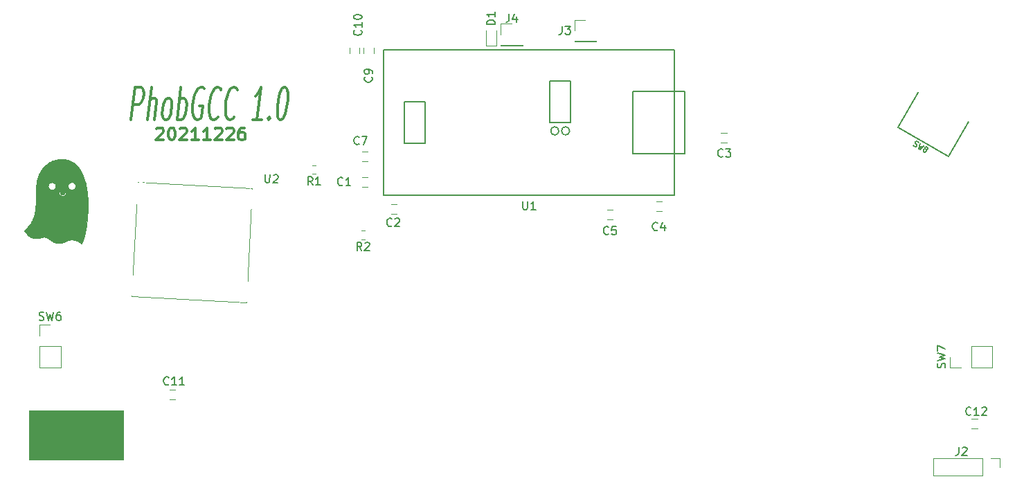
<source format=gto>
%TF.GenerationSoftware,KiCad,Pcbnew,(5.1.12)-1*%
%TF.CreationDate,2021-12-26T15:19:18-08:00*%
%TF.ProjectId,PhobGCC,50686f62-4743-4432-9e6b-696361645f70,rev?*%
%TF.SameCoordinates,Original*%
%TF.FileFunction,Legend,Top*%
%TF.FilePolarity,Positive*%
%FSLAX46Y46*%
G04 Gerber Fmt 4.6, Leading zero omitted, Abs format (unit mm)*
G04 Created by KiCad (PCBNEW (5.1.12)-1) date 2021-12-26 15:19:18*
%MOMM*%
%LPD*%
G01*
G04 APERTURE LIST*
%ADD10C,0.100000*%
%ADD11C,0.300000*%
%ADD12C,0.010000*%
%ADD13C,0.127000*%
%ADD14C,0.120000*%
%ADD15C,0.150000*%
%ADD16O,1.400000X1.400000*%
%ADD17R,1.400000X1.400000*%
%ADD18C,2.000000*%
%ADD19C,1.498000*%
%ADD20O,1.600000X2.500000*%
%ADD21C,1.400000*%
%ADD22R,0.700000X0.600000*%
%ADD23C,1.600000*%
%ADD24R,1.600000X1.600000*%
%ADD25C,2.200000*%
%ADD26C,2.400000*%
%ADD27C,1.800000*%
%ADD28O,2.800000X2.200000*%
%ADD29C,5.200000*%
%ADD30O,1.550000X1.000000*%
%ADD31O,0.950000X1.250000*%
%ADD32R,1.700000X1.700000*%
%ADD33R,1.200000X0.750000*%
%ADD34R,0.750000X1.200000*%
%ADD35O,1.700000X1.700000*%
%ADD36R,1.350000X1.350000*%
%ADD37O,1.350000X1.350000*%
G04 APERTURE END LIST*
D10*
G36*
X63000000Y-105000000D02*
G01*
X51500000Y-105000000D01*
X51500000Y-99000000D01*
X63000000Y-99000000D01*
X63000000Y-105000000D01*
G37*
X63000000Y-105000000D02*
X51500000Y-105000000D01*
X51500000Y-99000000D01*
X63000000Y-99000000D01*
X63000000Y-105000000D01*
D11*
X67071428Y-64521428D02*
X67142857Y-64450000D01*
X67285714Y-64378571D01*
X67642857Y-64378571D01*
X67785714Y-64450000D01*
X67857142Y-64521428D01*
X67928571Y-64664285D01*
X67928571Y-64807142D01*
X67857142Y-65021428D01*
X67000000Y-65878571D01*
X67928571Y-65878571D01*
X68857142Y-64378571D02*
X69000000Y-64378571D01*
X69142857Y-64450000D01*
X69214285Y-64521428D01*
X69285714Y-64664285D01*
X69357142Y-64950000D01*
X69357142Y-65307142D01*
X69285714Y-65592857D01*
X69214285Y-65735714D01*
X69142857Y-65807142D01*
X69000000Y-65878571D01*
X68857142Y-65878571D01*
X68714285Y-65807142D01*
X68642857Y-65735714D01*
X68571428Y-65592857D01*
X68500000Y-65307142D01*
X68500000Y-64950000D01*
X68571428Y-64664285D01*
X68642857Y-64521428D01*
X68714285Y-64450000D01*
X68857142Y-64378571D01*
X69928571Y-64521428D02*
X70000000Y-64450000D01*
X70142857Y-64378571D01*
X70500000Y-64378571D01*
X70642857Y-64450000D01*
X70714285Y-64521428D01*
X70785714Y-64664285D01*
X70785714Y-64807142D01*
X70714285Y-65021428D01*
X69857142Y-65878571D01*
X70785714Y-65878571D01*
X72214285Y-65878571D02*
X71357142Y-65878571D01*
X71785714Y-65878571D02*
X71785714Y-64378571D01*
X71642857Y-64592857D01*
X71500000Y-64735714D01*
X71357142Y-64807142D01*
X73642857Y-65878571D02*
X72785714Y-65878571D01*
X73214285Y-65878571D02*
X73214285Y-64378571D01*
X73071428Y-64592857D01*
X72928571Y-64735714D01*
X72785714Y-64807142D01*
X74214285Y-64521428D02*
X74285714Y-64450000D01*
X74428571Y-64378571D01*
X74785714Y-64378571D01*
X74928571Y-64450000D01*
X75000000Y-64521428D01*
X75071428Y-64664285D01*
X75071428Y-64807142D01*
X75000000Y-65021428D01*
X74142857Y-65878571D01*
X75071428Y-65878571D01*
X75642857Y-64521428D02*
X75714285Y-64450000D01*
X75857142Y-64378571D01*
X76214285Y-64378571D01*
X76357142Y-64450000D01*
X76428571Y-64521428D01*
X76500000Y-64664285D01*
X76500000Y-64807142D01*
X76428571Y-65021428D01*
X75571428Y-65878571D01*
X76500000Y-65878571D01*
X77785714Y-64378571D02*
X77500000Y-64378571D01*
X77357142Y-64450000D01*
X77285714Y-64521428D01*
X77142857Y-64735714D01*
X77071428Y-65021428D01*
X77071428Y-65592857D01*
X77142857Y-65735714D01*
X77214285Y-65807142D01*
X77357142Y-65878571D01*
X77642857Y-65878571D01*
X77785714Y-65807142D01*
X77857142Y-65735714D01*
X77928571Y-65592857D01*
X77928571Y-65235714D01*
X77857142Y-65092857D01*
X77785714Y-65021428D01*
X77642857Y-64950000D01*
X77357142Y-64950000D01*
X77214285Y-65021428D01*
X77142857Y-65092857D01*
X77071428Y-65235714D01*
X63943482Y-63409523D02*
X64443482Y-59409523D01*
X65205386Y-59409523D01*
X65372053Y-59600000D01*
X65443482Y-59790476D01*
X65491101Y-60171428D01*
X65419672Y-60742857D01*
X65276815Y-61123809D01*
X65157767Y-61314285D01*
X64943482Y-61504761D01*
X64181577Y-61504761D01*
X65943482Y-63409523D02*
X66443482Y-59409523D01*
X66800625Y-63409523D02*
X67062529Y-61314285D01*
X67014910Y-60933333D01*
X66848244Y-60742857D01*
X66562529Y-60742857D01*
X66348244Y-60933333D01*
X66229196Y-61123809D01*
X68038720Y-63409523D02*
X67872053Y-63219047D01*
X67800625Y-63028571D01*
X67753005Y-62647619D01*
X67895863Y-61504761D01*
X68038720Y-61123809D01*
X68157767Y-60933333D01*
X68372053Y-60742857D01*
X68657767Y-60742857D01*
X68824434Y-60933333D01*
X68895863Y-61123809D01*
X68943482Y-61504761D01*
X68800625Y-62647619D01*
X68657767Y-63028571D01*
X68538720Y-63219047D01*
X68324434Y-63409523D01*
X68038720Y-63409523D01*
X69562529Y-63409523D02*
X70062529Y-59409523D01*
X69872053Y-60933333D02*
X70086339Y-60742857D01*
X70467291Y-60742857D01*
X70633958Y-60933333D01*
X70705386Y-61123809D01*
X70753005Y-61504761D01*
X70610148Y-62647619D01*
X70467291Y-63028571D01*
X70348244Y-63219047D01*
X70133958Y-63409523D01*
X69753005Y-63409523D01*
X69586339Y-63219047D01*
X72895863Y-59600000D02*
X72729196Y-59409523D01*
X72443482Y-59409523D01*
X72133958Y-59600000D01*
X71895863Y-59980952D01*
X71753005Y-60361904D01*
X71562529Y-61123809D01*
X71491101Y-61695238D01*
X71491101Y-62457142D01*
X71538720Y-62838095D01*
X71681577Y-63219047D01*
X71943482Y-63409523D01*
X72133958Y-63409523D01*
X72443482Y-63219047D01*
X72562529Y-63028571D01*
X72729196Y-61695238D01*
X72348244Y-61695238D01*
X74562529Y-63028571D02*
X74443482Y-63219047D01*
X74133958Y-63409523D01*
X73943482Y-63409523D01*
X73681577Y-63219047D01*
X73538720Y-62838095D01*
X73491101Y-62457142D01*
X73491101Y-61695238D01*
X73562529Y-61123809D01*
X73753005Y-60361904D01*
X73895863Y-59980952D01*
X74133958Y-59600000D01*
X74443482Y-59409523D01*
X74633958Y-59409523D01*
X74895863Y-59600000D01*
X74967291Y-59790476D01*
X76562529Y-63028571D02*
X76443482Y-63219047D01*
X76133958Y-63409523D01*
X75943482Y-63409523D01*
X75681577Y-63219047D01*
X75538720Y-62838095D01*
X75491101Y-62457142D01*
X75491101Y-61695238D01*
X75562529Y-61123809D01*
X75753005Y-60361904D01*
X75895863Y-59980952D01*
X76133958Y-59600000D01*
X76443482Y-59409523D01*
X76633958Y-59409523D01*
X76895863Y-59600000D01*
X76967291Y-59790476D01*
X79943482Y-63409523D02*
X78800625Y-63409523D01*
X79372053Y-63409523D02*
X79872053Y-59409523D01*
X79610148Y-59980952D01*
X79372053Y-60361904D01*
X79157767Y-60552380D01*
X80848244Y-63028571D02*
X80919672Y-63219047D01*
X80800625Y-63409523D01*
X80729196Y-63219047D01*
X80848244Y-63028571D01*
X80800625Y-63409523D01*
X82633958Y-59409523D02*
X82824434Y-59409523D01*
X82991101Y-59600000D01*
X83062529Y-59790476D01*
X83110148Y-60171428D01*
X83110148Y-60933333D01*
X82991101Y-61885714D01*
X82800625Y-62647619D01*
X82657767Y-63028571D01*
X82538720Y-63219047D01*
X82324434Y-63409523D01*
X82133958Y-63409523D01*
X81967291Y-63219047D01*
X81895863Y-63028571D01*
X81848244Y-62647619D01*
X81848244Y-61885714D01*
X81967291Y-60933333D01*
X82157767Y-60171428D01*
X82300625Y-59790476D01*
X82419672Y-59600000D01*
X82633958Y-59409523D01*
D12*
G36*
X55495656Y-68226928D02*
G01*
X55576310Y-68229567D01*
X55654111Y-68234159D01*
X55676910Y-68235936D01*
X55795383Y-68248031D01*
X55912710Y-68264609D01*
X56028626Y-68285602D01*
X56142863Y-68310942D01*
X56255155Y-68340560D01*
X56365235Y-68374389D01*
X56472838Y-68412360D01*
X56577697Y-68454404D01*
X56642110Y-68482899D01*
X56734279Y-68527989D01*
X56824135Y-68577589D01*
X56911683Y-68631704D01*
X56996927Y-68690338D01*
X57079874Y-68753494D01*
X57160527Y-68821176D01*
X57238893Y-68893390D01*
X57314977Y-68970138D01*
X57388783Y-69051425D01*
X57424273Y-69093100D01*
X57483264Y-69166419D01*
X57540935Y-69243356D01*
X57597354Y-69324035D01*
X57652589Y-69408580D01*
X57706708Y-69497117D01*
X57759778Y-69589768D01*
X57811868Y-69686660D01*
X57863045Y-69787916D01*
X57913378Y-69893661D01*
X57962934Y-70004019D01*
X58011781Y-70119114D01*
X58059987Y-70239071D01*
X58084969Y-70303795D01*
X58109278Y-70368373D01*
X58133689Y-70434655D01*
X58158008Y-70502058D01*
X58182036Y-70569997D01*
X58205577Y-70637886D01*
X58228434Y-70705142D01*
X58250410Y-70771179D01*
X58271308Y-70835414D01*
X58290932Y-70897261D01*
X58309083Y-70956136D01*
X58325567Y-71011455D01*
X58338477Y-71056520D01*
X58379454Y-71209685D01*
X58417704Y-71367078D01*
X58453218Y-71528633D01*
X58485987Y-71694285D01*
X58516000Y-71863969D01*
X58543249Y-72037621D01*
X58567725Y-72215174D01*
X58589418Y-72396566D01*
X58608318Y-72581729D01*
X58624417Y-72770600D01*
X58637704Y-72963114D01*
X58648172Y-73159205D01*
X58651201Y-73229490D01*
X58652727Y-73267756D01*
X58654084Y-73303048D01*
X58655285Y-73335962D01*
X58656341Y-73367097D01*
X58657265Y-73397049D01*
X58658069Y-73426415D01*
X58658768Y-73455792D01*
X58659372Y-73485778D01*
X58659894Y-73516968D01*
X58660348Y-73549961D01*
X58660745Y-73585353D01*
X58661099Y-73623742D01*
X58661421Y-73665724D01*
X58661724Y-73711897D01*
X58661870Y-73736220D01*
X58662214Y-73812792D01*
X58662313Y-73885120D01*
X58662155Y-73954035D01*
X58661724Y-74020367D01*
X58661008Y-74084947D01*
X58659990Y-74148606D01*
X58658659Y-74212174D01*
X58656998Y-74276482D01*
X58654994Y-74342361D01*
X58652634Y-74410642D01*
X58649902Y-74482155D01*
X58648636Y-74513460D01*
X58638775Y-74721776D01*
X58626186Y-74933327D01*
X58610954Y-75147116D01*
X58593164Y-75362147D01*
X58572902Y-75577423D01*
X58550252Y-75791949D01*
X58525299Y-76004729D01*
X58512748Y-76104251D01*
X58509545Y-76129502D01*
X58506264Y-76156146D01*
X58503036Y-76183059D01*
X58499993Y-76209118D01*
X58497266Y-76233202D01*
X58494987Y-76254186D01*
X58493691Y-76266811D01*
X58488507Y-76316274D01*
X58482390Y-76369689D01*
X58475476Y-76426044D01*
X58467901Y-76484326D01*
X58459800Y-76543519D01*
X58451309Y-76602612D01*
X58442564Y-76660591D01*
X58433700Y-76716442D01*
X58432584Y-76723260D01*
X58404919Y-76882405D01*
X58374574Y-77039325D01*
X58341614Y-77193786D01*
X58306105Y-77345559D01*
X58268112Y-77494412D01*
X58227703Y-77640112D01*
X58184941Y-77782430D01*
X58139894Y-77921133D01*
X58092626Y-78055991D01*
X58043204Y-78186771D01*
X57991692Y-78313242D01*
X57960373Y-78385690D01*
X57947443Y-78414769D01*
X57936269Y-78439495D01*
X57926676Y-78460212D01*
X57918487Y-78477263D01*
X57911526Y-78490994D01*
X57905618Y-78501749D01*
X57900587Y-78509872D01*
X57896257Y-78515708D01*
X57892452Y-78519601D01*
X57891664Y-78520233D01*
X57876622Y-78528872D01*
X57860052Y-78533519D01*
X57843182Y-78534010D01*
X57827239Y-78530176D01*
X57825107Y-78529264D01*
X57818534Y-78525513D01*
X57809558Y-78519370D01*
X57799568Y-78511821D01*
X57793357Y-78506766D01*
X57753211Y-78474512D01*
X57708872Y-78441557D01*
X57661087Y-78408365D01*
X57610607Y-78375401D01*
X57558183Y-78343129D01*
X57504563Y-78312013D01*
X57450497Y-78282518D01*
X57396736Y-78255107D01*
X57354420Y-78234978D01*
X57268788Y-78197965D01*
X57183595Y-78165820D01*
X57098903Y-78138551D01*
X57014776Y-78116163D01*
X56931274Y-78098663D01*
X56848462Y-78086059D01*
X56766401Y-78078356D01*
X56685153Y-78075560D01*
X56604781Y-78077679D01*
X56525348Y-78084720D01*
X56446915Y-78096687D01*
X56369546Y-78113589D01*
X56322009Y-78126587D01*
X56300163Y-78133171D01*
X56279725Y-78139665D01*
X56259984Y-78146349D01*
X56240227Y-78153498D01*
X56219740Y-78161392D01*
X56197813Y-78170306D01*
X56173731Y-78180520D01*
X56146783Y-78192311D01*
X56116256Y-78205955D01*
X56103630Y-78211657D01*
X56046724Y-78237189D01*
X55993615Y-78260549D01*
X55943649Y-78282010D01*
X55896170Y-78301847D01*
X55850524Y-78320334D01*
X55806057Y-78337747D01*
X55773476Y-78350120D01*
X55677953Y-78384181D01*
X55584838Y-78413841D01*
X55494019Y-78439114D01*
X55405386Y-78460009D01*
X55318828Y-78476539D01*
X55234235Y-78488716D01*
X55151495Y-78496552D01*
X55070497Y-78500058D01*
X54991133Y-78499246D01*
X54913289Y-78494127D01*
X54836857Y-78484714D01*
X54761724Y-78471019D01*
X54721636Y-78461842D01*
X54662843Y-78445964D01*
X54605613Y-78427495D01*
X54549437Y-78406187D01*
X54493804Y-78381789D01*
X54438206Y-78354052D01*
X54382131Y-78322728D01*
X54325069Y-78287565D01*
X54266512Y-78248316D01*
X54226020Y-78219486D01*
X54215777Y-78211925D01*
X54202227Y-78201758D01*
X54186064Y-78189514D01*
X54167978Y-78175722D01*
X54148663Y-78160909D01*
X54128811Y-78145604D01*
X54109113Y-78130334D01*
X54106640Y-78128410D01*
X54085587Y-78112076D01*
X54063066Y-78094689D01*
X54040006Y-78076960D01*
X54017342Y-78059606D01*
X53996003Y-78043338D01*
X53976923Y-78028871D01*
X53962924Y-78018334D01*
X53902609Y-77974398D01*
X53844592Y-77934715D01*
X53788602Y-77899154D01*
X53734370Y-77867587D01*
X53681627Y-77839881D01*
X53630102Y-77815906D01*
X53579527Y-77795532D01*
X53529632Y-77778628D01*
X53480148Y-77765064D01*
X53430805Y-77754709D01*
X53412509Y-77751661D01*
X53394928Y-77749470D01*
X53373453Y-77747640D01*
X53349257Y-77746204D01*
X53323515Y-77745192D01*
X53297403Y-77744634D01*
X53272093Y-77744561D01*
X53248762Y-77745004D01*
X53228583Y-77745992D01*
X53220460Y-77746660D01*
X53196962Y-77749137D01*
X53173751Y-77752038D01*
X53150349Y-77755465D01*
X53126281Y-77759522D01*
X53101071Y-77764313D01*
X53074241Y-77769940D01*
X53045315Y-77776506D01*
X53013818Y-77784116D01*
X52979273Y-77792871D01*
X52941203Y-77802876D01*
X52899132Y-77814234D01*
X52863860Y-77823924D01*
X52810604Y-77838452D01*
X52761613Y-77851381D01*
X52716364Y-77862809D01*
X52674334Y-77872834D01*
X52634999Y-77881554D01*
X52597835Y-77889067D01*
X52562321Y-77895471D01*
X52527932Y-77900863D01*
X52494145Y-77905341D01*
X52460437Y-77909004D01*
X52426285Y-77911948D01*
X52391165Y-77914273D01*
X52376611Y-77915057D01*
X52320904Y-77916537D01*
X52262097Y-77915601D01*
X52201501Y-77912351D01*
X52140429Y-77906889D01*
X52080194Y-77899316D01*
X52022107Y-77889733D01*
X52004070Y-77886235D01*
X51932667Y-77869871D01*
X51864113Y-77850050D01*
X51797989Y-77826564D01*
X51733878Y-77799208D01*
X51671361Y-77767774D01*
X51610020Y-77732056D01*
X51549438Y-77691848D01*
X51489195Y-77646943D01*
X51442351Y-77608674D01*
X51432949Y-77600409D01*
X51420637Y-77589132D01*
X51406059Y-77575457D01*
X51389859Y-77559999D01*
X51372683Y-77543372D01*
X51355174Y-77526193D01*
X51338538Y-77509638D01*
X51306229Y-77476842D01*
X51276350Y-77445619D01*
X51247932Y-77414894D01*
X51220009Y-77383595D01*
X51191612Y-77350649D01*
X51161775Y-77314983D01*
X51148858Y-77299272D01*
X51133297Y-77280115D01*
X51116552Y-77259235D01*
X51098904Y-77237000D01*
X51080632Y-77213778D01*
X51062014Y-77189936D01*
X51043332Y-77165841D01*
X51024864Y-77141861D01*
X51006889Y-77118363D01*
X50989688Y-77095714D01*
X50973539Y-77074282D01*
X50958723Y-77054433D01*
X50945518Y-77036537D01*
X50934204Y-77020959D01*
X50925061Y-77008066D01*
X50918368Y-76998228D01*
X50914405Y-76991810D01*
X50913511Y-76989934D01*
X50911295Y-76979189D01*
X50910748Y-76966016D01*
X50911878Y-76952789D01*
X50913332Y-76945931D01*
X50914433Y-76942824D01*
X50916266Y-76939263D01*
X50919105Y-76934936D01*
X50923229Y-76929534D01*
X50928914Y-76922743D01*
X50936437Y-76914255D01*
X50946075Y-76903757D01*
X50958104Y-76890939D01*
X50972802Y-76875489D01*
X50990446Y-76857097D01*
X51011311Y-76835452D01*
X51016010Y-76830587D01*
X51065403Y-76779094D01*
X51114283Y-76727434D01*
X51162407Y-76675882D01*
X51209534Y-76624714D01*
X51255423Y-76574207D01*
X51299834Y-76524635D01*
X51342524Y-76476275D01*
X51383252Y-76429403D01*
X51421778Y-76384294D01*
X51457860Y-76341225D01*
X51491256Y-76300470D01*
X51521726Y-76262307D01*
X51549029Y-76227011D01*
X51572922Y-76194857D01*
X51577626Y-76188333D01*
X51643932Y-76092130D01*
X51706794Y-75993365D01*
X51766252Y-75891923D01*
X51822349Y-75787691D01*
X51875124Y-75680554D01*
X51924619Y-75570399D01*
X51970875Y-75457113D01*
X52013934Y-75340580D01*
X52053836Y-75220687D01*
X52090624Y-75097321D01*
X52124337Y-74970367D01*
X52155018Y-74839712D01*
X52182707Y-74705241D01*
X52207445Y-74566841D01*
X52229275Y-74424397D01*
X52237551Y-74363600D01*
X52250068Y-74262272D01*
X52261439Y-74157713D01*
X52271682Y-74049681D01*
X52280815Y-73937934D01*
X52288856Y-73822230D01*
X52295823Y-73702327D01*
X52301734Y-73577983D01*
X52306607Y-73448957D01*
X52307539Y-73419990D01*
X52308395Y-73391896D01*
X52309204Y-73363904D01*
X52309970Y-73335744D01*
X52310696Y-73307150D01*
X52311387Y-73277854D01*
X52312046Y-73247587D01*
X52312678Y-73216082D01*
X52313286Y-73183071D01*
X52313875Y-73148286D01*
X52314448Y-73111459D01*
X52315009Y-73072323D01*
X52315563Y-73030609D01*
X52316112Y-72986049D01*
X52316662Y-72938376D01*
X52317216Y-72887322D01*
X52317778Y-72832619D01*
X52318351Y-72773999D01*
X52318941Y-72711194D01*
X52319550Y-72643936D01*
X52320183Y-72571958D01*
X52320406Y-72546230D01*
X52321435Y-72439510D01*
X52322650Y-72337660D01*
X52324019Y-72243749D01*
X55090263Y-72243749D01*
X55090274Y-72256670D01*
X55092772Y-72305904D01*
X55100000Y-72353350D01*
X55111925Y-72398921D01*
X55128510Y-72442528D01*
X55149719Y-72484085D01*
X55175519Y-72523504D01*
X55205873Y-72560697D01*
X55218183Y-72573806D01*
X55253949Y-72606943D01*
X55292565Y-72635932D01*
X55333776Y-72660645D01*
X55377321Y-72680951D01*
X55422945Y-72696721D01*
X55470388Y-72707825D01*
X55491271Y-72711131D01*
X55506122Y-72712658D01*
X55524492Y-72713787D01*
X55545042Y-72714507D01*
X55566433Y-72714803D01*
X55587324Y-72714663D01*
X55606377Y-72714074D01*
X55622252Y-72713023D01*
X55627446Y-72712465D01*
X55673350Y-72704469D01*
X55717016Y-72692230D01*
X55758195Y-72675877D01*
X55796639Y-72655540D01*
X55832099Y-72631347D01*
X55864324Y-72603426D01*
X55888751Y-72577143D01*
X55916709Y-72540309D01*
X55941219Y-72500367D01*
X55962344Y-72457154D01*
X55980149Y-72410508D01*
X55994698Y-72360266D01*
X56006056Y-72306267D01*
X56012378Y-72264303D01*
X56013911Y-72250390D01*
X56014975Y-72236869D01*
X56015473Y-72225280D01*
X56015311Y-72217165D01*
X56015308Y-72217129D01*
X56011187Y-72198927D01*
X56002570Y-72182079D01*
X55990010Y-72167380D01*
X55974057Y-72155623D01*
X55971550Y-72154238D01*
X55964517Y-72150869D01*
X55957909Y-72148838D01*
X55950026Y-72147822D01*
X55939171Y-72147501D01*
X55935990Y-72147491D01*
X55919414Y-72148388D01*
X55906049Y-72151498D01*
X55894286Y-72157436D01*
X55882512Y-72166817D01*
X55880525Y-72168674D01*
X55872257Y-72177622D01*
X55865979Y-72187306D01*
X55861281Y-72198769D01*
X55857750Y-72213052D01*
X55854977Y-72231199D01*
X55854580Y-72234502D01*
X55847626Y-72280557D01*
X55837903Y-72324057D01*
X55825563Y-72364540D01*
X55810755Y-72401544D01*
X55793631Y-72434609D01*
X55784385Y-72449313D01*
X55773441Y-72463626D01*
X55759444Y-72479004D01*
X55743805Y-72494085D01*
X55727935Y-72507508D01*
X55713435Y-72517794D01*
X55689048Y-72531062D01*
X55663331Y-72541156D01*
X55635442Y-72548302D01*
X55604537Y-72552729D01*
X55577485Y-72554451D01*
X55539200Y-72554173D01*
X55503898Y-72550449D01*
X55470678Y-72543106D01*
X55438637Y-72531971D01*
X55422293Y-72524696D01*
X55387122Y-72505277D01*
X55355700Y-72482486D01*
X55328124Y-72456483D01*
X55304492Y-72427430D01*
X55284902Y-72395486D01*
X55269452Y-72360813D01*
X55258240Y-72323571D01*
X55251364Y-72283921D01*
X55248922Y-72242024D01*
X55248917Y-72240226D01*
X55248783Y-72227629D01*
X55248202Y-72218557D01*
X55246907Y-72211461D01*
X55244632Y-72204789D01*
X55241657Y-72198147D01*
X55231361Y-72181663D01*
X55218284Y-72168878D01*
X55203120Y-72159788D01*
X55186565Y-72154385D01*
X55169313Y-72152666D01*
X55152058Y-72154623D01*
X55135496Y-72160253D01*
X55120321Y-72169549D01*
X55107227Y-72182505D01*
X55096910Y-72199117D01*
X55096824Y-72199300D01*
X55094384Y-72204741D01*
X55092630Y-72209684D01*
X55091450Y-72215093D01*
X55090736Y-72221931D01*
X55090377Y-72231162D01*
X55090263Y-72243749D01*
X52324019Y-72243749D01*
X52324067Y-72240470D01*
X52325700Y-72147734D01*
X52327565Y-72059243D01*
X52329676Y-71974788D01*
X52332050Y-71894163D01*
X52334701Y-71817158D01*
X52337644Y-71743566D01*
X52340894Y-71673179D01*
X52344467Y-71605788D01*
X52348377Y-71541186D01*
X52349637Y-71522854D01*
X53804501Y-71522854D01*
X53807636Y-71570589D01*
X53811329Y-71596270D01*
X53821774Y-71642619D01*
X53836747Y-71687047D01*
X53855983Y-71729305D01*
X53879214Y-71769147D01*
X53906172Y-71806326D01*
X53936591Y-71840593D01*
X53970203Y-71871703D01*
X54006742Y-71899408D01*
X54045941Y-71923461D01*
X54087532Y-71943615D01*
X54131248Y-71959622D01*
X54176823Y-71971236D01*
X54223990Y-71978209D01*
X54224030Y-71978213D01*
X54245985Y-71979952D01*
X54265500Y-71980600D01*
X54284969Y-71980166D01*
X54306788Y-71978654D01*
X54308995Y-71978462D01*
X54351133Y-71973015D01*
X54390935Y-71964164D01*
X54429757Y-71951522D01*
X54468955Y-71934701D01*
X54478030Y-71930270D01*
X54502679Y-71917265D01*
X54524618Y-71904000D01*
X54545062Y-71889586D01*
X54565228Y-71873131D01*
X54586331Y-71853744D01*
X54597553Y-71842734D01*
X54613276Y-71826682D01*
X54626072Y-71812723D01*
X54636919Y-71799702D01*
X54646794Y-71786465D01*
X54653548Y-71776610D01*
X54678190Y-71735983D01*
X54697984Y-71695194D01*
X54713141Y-71653595D01*
X54723870Y-71610539D01*
X54730380Y-71565378D01*
X54732518Y-71532770D01*
X54732073Y-71495940D01*
X56223010Y-71495940D01*
X56223065Y-71516037D01*
X56223276Y-71532034D01*
X56223706Y-71544908D01*
X56224420Y-71555639D01*
X56225483Y-71565205D01*
X56226958Y-71574585D01*
X56228842Y-71584417D01*
X56240753Y-71631052D01*
X56257144Y-71676003D01*
X56277774Y-71718854D01*
X56302401Y-71759190D01*
X56330783Y-71796595D01*
X56362680Y-71830655D01*
X56382274Y-71848356D01*
X56421138Y-71878111D01*
X56462275Y-71903427D01*
X56505388Y-71924211D01*
X56550182Y-71940369D01*
X56596361Y-71951807D01*
X56643629Y-71958431D01*
X56691689Y-71960147D01*
X56728470Y-71958121D01*
X56776371Y-71951252D01*
X56822206Y-71939827D01*
X56866361Y-71923739D01*
X56888490Y-71913638D01*
X56931185Y-71890031D01*
X56970673Y-71862579D01*
X57006774Y-71831516D01*
X57039307Y-71797076D01*
X57068091Y-71759496D01*
X57092946Y-71719009D01*
X57113691Y-71675851D01*
X57130146Y-71630255D01*
X57141737Y-71584417D01*
X57143671Y-71574309D01*
X57145129Y-71564981D01*
X57146175Y-71555455D01*
X57146874Y-71544755D01*
X57147288Y-71531903D01*
X57147482Y-71515921D01*
X57147520Y-71495940D01*
X57147401Y-71473987D01*
X57147053Y-71456240D01*
X57146429Y-71441826D01*
X57145481Y-71429874D01*
X57144163Y-71419512D01*
X57143003Y-71412791D01*
X57131342Y-71364628D01*
X57115156Y-71318667D01*
X57094522Y-71275062D01*
X57069519Y-71233967D01*
X57040225Y-71195536D01*
X57022291Y-71175566D01*
X56986864Y-71141889D01*
X56948722Y-71112482D01*
X56908024Y-71087425D01*
X56864929Y-71066800D01*
X56819595Y-71050685D01*
X56772180Y-71039163D01*
X56744980Y-71034773D01*
X56697617Y-71030942D01*
X56650808Y-71031994D01*
X56604855Y-71037737D01*
X56560058Y-71047981D01*
X56516719Y-71062533D01*
X56475138Y-71081203D01*
X56435616Y-71103800D01*
X56398454Y-71130133D01*
X56363953Y-71160010D01*
X56332415Y-71193240D01*
X56304140Y-71229632D01*
X56279430Y-71268994D01*
X56258585Y-71311137D01*
X56242540Y-71353873D01*
X56236345Y-71374279D01*
X56231553Y-71392880D01*
X56228003Y-71410846D01*
X56225535Y-71429346D01*
X56223988Y-71449550D01*
X56223201Y-71472627D01*
X56223010Y-71495940D01*
X54732073Y-71495940D01*
X54731920Y-71483300D01*
X54726476Y-71435337D01*
X54716192Y-71388906D01*
X54701076Y-71344028D01*
X54681133Y-71300728D01*
X54656370Y-71259027D01*
X54656038Y-71258528D01*
X54626891Y-71219231D01*
X54594375Y-71183696D01*
X54558647Y-71152029D01*
X54519864Y-71124335D01*
X54478182Y-71100719D01*
X54433760Y-71081287D01*
X54386753Y-71066145D01*
X54359974Y-71059709D01*
X54348980Y-71057455D01*
X54339374Y-71055761D01*
X54330116Y-71054546D01*
X54320169Y-71053731D01*
X54308494Y-71053235D01*
X54294053Y-71052980D01*
X54275806Y-71052885D01*
X54271020Y-71052878D01*
X54245884Y-71053057D01*
X54224625Y-71053765D01*
X54206051Y-71055155D01*
X54188972Y-71057385D01*
X54172197Y-71060610D01*
X54154536Y-71064987D01*
X54134798Y-71070671D01*
X54134459Y-71070774D01*
X54089213Y-71086996D01*
X54046631Y-71107361D01*
X54006891Y-71131581D01*
X53970169Y-71159371D01*
X53936640Y-71190444D01*
X53906480Y-71224513D01*
X53879867Y-71261293D01*
X53856974Y-71300497D01*
X53837980Y-71341838D01*
X53823059Y-71385031D01*
X53812389Y-71429789D01*
X53806144Y-71475825D01*
X53804501Y-71522854D01*
X52349637Y-71522854D01*
X52352640Y-71479165D01*
X52357272Y-71419516D01*
X52362286Y-71362032D01*
X52367698Y-71306505D01*
X52373524Y-71252725D01*
X52379778Y-71200487D01*
X52386476Y-71149580D01*
X52393633Y-71099798D01*
X52401264Y-71050932D01*
X52409384Y-71002775D01*
X52418008Y-70955117D01*
X52427151Y-70907752D01*
X52436829Y-70860471D01*
X52446301Y-70816490D01*
X52478636Y-70680186D01*
X52515008Y-70546451D01*
X52555374Y-70415380D01*
X52599693Y-70287068D01*
X52647921Y-70161611D01*
X52700016Y-70039104D01*
X52755936Y-69919643D01*
X52815638Y-69803323D01*
X52879080Y-69690238D01*
X52946220Y-69580486D01*
X53017014Y-69474161D01*
X53085787Y-69378850D01*
X53160303Y-69283462D01*
X53238122Y-69191628D01*
X53319105Y-69103474D01*
X53403114Y-69019126D01*
X53490012Y-68938710D01*
X53579661Y-68862353D01*
X53671922Y-68790181D01*
X53766658Y-68722321D01*
X53863730Y-68658898D01*
X53888750Y-68643507D01*
X53990294Y-68584772D01*
X54094521Y-68530304D01*
X54201283Y-68480148D01*
X54310433Y-68434352D01*
X54421826Y-68392962D01*
X54535314Y-68356024D01*
X54650751Y-68323585D01*
X54767990Y-68295691D01*
X54886884Y-68272390D01*
X55007287Y-68253727D01*
X55129052Y-68239749D01*
X55172720Y-68235911D01*
X55250682Y-68230735D01*
X55331432Y-68227512D01*
X55413560Y-68226243D01*
X55495656Y-68226928D01*
G37*
X55495656Y-68226928D02*
X55576310Y-68229567D01*
X55654111Y-68234159D01*
X55676910Y-68235936D01*
X55795383Y-68248031D01*
X55912710Y-68264609D01*
X56028626Y-68285602D01*
X56142863Y-68310942D01*
X56255155Y-68340560D01*
X56365235Y-68374389D01*
X56472838Y-68412360D01*
X56577697Y-68454404D01*
X56642110Y-68482899D01*
X56734279Y-68527989D01*
X56824135Y-68577589D01*
X56911683Y-68631704D01*
X56996927Y-68690338D01*
X57079874Y-68753494D01*
X57160527Y-68821176D01*
X57238893Y-68893390D01*
X57314977Y-68970138D01*
X57388783Y-69051425D01*
X57424273Y-69093100D01*
X57483264Y-69166419D01*
X57540935Y-69243356D01*
X57597354Y-69324035D01*
X57652589Y-69408580D01*
X57706708Y-69497117D01*
X57759778Y-69589768D01*
X57811868Y-69686660D01*
X57863045Y-69787916D01*
X57913378Y-69893661D01*
X57962934Y-70004019D01*
X58011781Y-70119114D01*
X58059987Y-70239071D01*
X58084969Y-70303795D01*
X58109278Y-70368373D01*
X58133689Y-70434655D01*
X58158008Y-70502058D01*
X58182036Y-70569997D01*
X58205577Y-70637886D01*
X58228434Y-70705142D01*
X58250410Y-70771179D01*
X58271308Y-70835414D01*
X58290932Y-70897261D01*
X58309083Y-70956136D01*
X58325567Y-71011455D01*
X58338477Y-71056520D01*
X58379454Y-71209685D01*
X58417704Y-71367078D01*
X58453218Y-71528633D01*
X58485987Y-71694285D01*
X58516000Y-71863969D01*
X58543249Y-72037621D01*
X58567725Y-72215174D01*
X58589418Y-72396566D01*
X58608318Y-72581729D01*
X58624417Y-72770600D01*
X58637704Y-72963114D01*
X58648172Y-73159205D01*
X58651201Y-73229490D01*
X58652727Y-73267756D01*
X58654084Y-73303048D01*
X58655285Y-73335962D01*
X58656341Y-73367097D01*
X58657265Y-73397049D01*
X58658069Y-73426415D01*
X58658768Y-73455792D01*
X58659372Y-73485778D01*
X58659894Y-73516968D01*
X58660348Y-73549961D01*
X58660745Y-73585353D01*
X58661099Y-73623742D01*
X58661421Y-73665724D01*
X58661724Y-73711897D01*
X58661870Y-73736220D01*
X58662214Y-73812792D01*
X58662313Y-73885120D01*
X58662155Y-73954035D01*
X58661724Y-74020367D01*
X58661008Y-74084947D01*
X58659990Y-74148606D01*
X58658659Y-74212174D01*
X58656998Y-74276482D01*
X58654994Y-74342361D01*
X58652634Y-74410642D01*
X58649902Y-74482155D01*
X58648636Y-74513460D01*
X58638775Y-74721776D01*
X58626186Y-74933327D01*
X58610954Y-75147116D01*
X58593164Y-75362147D01*
X58572902Y-75577423D01*
X58550252Y-75791949D01*
X58525299Y-76004729D01*
X58512748Y-76104251D01*
X58509545Y-76129502D01*
X58506264Y-76156146D01*
X58503036Y-76183059D01*
X58499993Y-76209118D01*
X58497266Y-76233202D01*
X58494987Y-76254186D01*
X58493691Y-76266811D01*
X58488507Y-76316274D01*
X58482390Y-76369689D01*
X58475476Y-76426044D01*
X58467901Y-76484326D01*
X58459800Y-76543519D01*
X58451309Y-76602612D01*
X58442564Y-76660591D01*
X58433700Y-76716442D01*
X58432584Y-76723260D01*
X58404919Y-76882405D01*
X58374574Y-77039325D01*
X58341614Y-77193786D01*
X58306105Y-77345559D01*
X58268112Y-77494412D01*
X58227703Y-77640112D01*
X58184941Y-77782430D01*
X58139894Y-77921133D01*
X58092626Y-78055991D01*
X58043204Y-78186771D01*
X57991692Y-78313242D01*
X57960373Y-78385690D01*
X57947443Y-78414769D01*
X57936269Y-78439495D01*
X57926676Y-78460212D01*
X57918487Y-78477263D01*
X57911526Y-78490994D01*
X57905618Y-78501749D01*
X57900587Y-78509872D01*
X57896257Y-78515708D01*
X57892452Y-78519601D01*
X57891664Y-78520233D01*
X57876622Y-78528872D01*
X57860052Y-78533519D01*
X57843182Y-78534010D01*
X57827239Y-78530176D01*
X57825107Y-78529264D01*
X57818534Y-78525513D01*
X57809558Y-78519370D01*
X57799568Y-78511821D01*
X57793357Y-78506766D01*
X57753211Y-78474512D01*
X57708872Y-78441557D01*
X57661087Y-78408365D01*
X57610607Y-78375401D01*
X57558183Y-78343129D01*
X57504563Y-78312013D01*
X57450497Y-78282518D01*
X57396736Y-78255107D01*
X57354420Y-78234978D01*
X57268788Y-78197965D01*
X57183595Y-78165820D01*
X57098903Y-78138551D01*
X57014776Y-78116163D01*
X56931274Y-78098663D01*
X56848462Y-78086059D01*
X56766401Y-78078356D01*
X56685153Y-78075560D01*
X56604781Y-78077679D01*
X56525348Y-78084720D01*
X56446915Y-78096687D01*
X56369546Y-78113589D01*
X56322009Y-78126587D01*
X56300163Y-78133171D01*
X56279725Y-78139665D01*
X56259984Y-78146349D01*
X56240227Y-78153498D01*
X56219740Y-78161392D01*
X56197813Y-78170306D01*
X56173731Y-78180520D01*
X56146783Y-78192311D01*
X56116256Y-78205955D01*
X56103630Y-78211657D01*
X56046724Y-78237189D01*
X55993615Y-78260549D01*
X55943649Y-78282010D01*
X55896170Y-78301847D01*
X55850524Y-78320334D01*
X55806057Y-78337747D01*
X55773476Y-78350120D01*
X55677953Y-78384181D01*
X55584838Y-78413841D01*
X55494019Y-78439114D01*
X55405386Y-78460009D01*
X55318828Y-78476539D01*
X55234235Y-78488716D01*
X55151495Y-78496552D01*
X55070497Y-78500058D01*
X54991133Y-78499246D01*
X54913289Y-78494127D01*
X54836857Y-78484714D01*
X54761724Y-78471019D01*
X54721636Y-78461842D01*
X54662843Y-78445964D01*
X54605613Y-78427495D01*
X54549437Y-78406187D01*
X54493804Y-78381789D01*
X54438206Y-78354052D01*
X54382131Y-78322728D01*
X54325069Y-78287565D01*
X54266512Y-78248316D01*
X54226020Y-78219486D01*
X54215777Y-78211925D01*
X54202227Y-78201758D01*
X54186064Y-78189514D01*
X54167978Y-78175722D01*
X54148663Y-78160909D01*
X54128811Y-78145604D01*
X54109113Y-78130334D01*
X54106640Y-78128410D01*
X54085587Y-78112076D01*
X54063066Y-78094689D01*
X54040006Y-78076960D01*
X54017342Y-78059606D01*
X53996003Y-78043338D01*
X53976923Y-78028871D01*
X53962924Y-78018334D01*
X53902609Y-77974398D01*
X53844592Y-77934715D01*
X53788602Y-77899154D01*
X53734370Y-77867587D01*
X53681627Y-77839881D01*
X53630102Y-77815906D01*
X53579527Y-77795532D01*
X53529632Y-77778628D01*
X53480148Y-77765064D01*
X53430805Y-77754709D01*
X53412509Y-77751661D01*
X53394928Y-77749470D01*
X53373453Y-77747640D01*
X53349257Y-77746204D01*
X53323515Y-77745192D01*
X53297403Y-77744634D01*
X53272093Y-77744561D01*
X53248762Y-77745004D01*
X53228583Y-77745992D01*
X53220460Y-77746660D01*
X53196962Y-77749137D01*
X53173751Y-77752038D01*
X53150349Y-77755465D01*
X53126281Y-77759522D01*
X53101071Y-77764313D01*
X53074241Y-77769940D01*
X53045315Y-77776506D01*
X53013818Y-77784116D01*
X52979273Y-77792871D01*
X52941203Y-77802876D01*
X52899132Y-77814234D01*
X52863860Y-77823924D01*
X52810604Y-77838452D01*
X52761613Y-77851381D01*
X52716364Y-77862809D01*
X52674334Y-77872834D01*
X52634999Y-77881554D01*
X52597835Y-77889067D01*
X52562321Y-77895471D01*
X52527932Y-77900863D01*
X52494145Y-77905341D01*
X52460437Y-77909004D01*
X52426285Y-77911948D01*
X52391165Y-77914273D01*
X52376611Y-77915057D01*
X52320904Y-77916537D01*
X52262097Y-77915601D01*
X52201501Y-77912351D01*
X52140429Y-77906889D01*
X52080194Y-77899316D01*
X52022107Y-77889733D01*
X52004070Y-77886235D01*
X51932667Y-77869871D01*
X51864113Y-77850050D01*
X51797989Y-77826564D01*
X51733878Y-77799208D01*
X51671361Y-77767774D01*
X51610020Y-77732056D01*
X51549438Y-77691848D01*
X51489195Y-77646943D01*
X51442351Y-77608674D01*
X51432949Y-77600409D01*
X51420637Y-77589132D01*
X51406059Y-77575457D01*
X51389859Y-77559999D01*
X51372683Y-77543372D01*
X51355174Y-77526193D01*
X51338538Y-77509638D01*
X51306229Y-77476842D01*
X51276350Y-77445619D01*
X51247932Y-77414894D01*
X51220009Y-77383595D01*
X51191612Y-77350649D01*
X51161775Y-77314983D01*
X51148858Y-77299272D01*
X51133297Y-77280115D01*
X51116552Y-77259235D01*
X51098904Y-77237000D01*
X51080632Y-77213778D01*
X51062014Y-77189936D01*
X51043332Y-77165841D01*
X51024864Y-77141861D01*
X51006889Y-77118363D01*
X50989688Y-77095714D01*
X50973539Y-77074282D01*
X50958723Y-77054433D01*
X50945518Y-77036537D01*
X50934204Y-77020959D01*
X50925061Y-77008066D01*
X50918368Y-76998228D01*
X50914405Y-76991810D01*
X50913511Y-76989934D01*
X50911295Y-76979189D01*
X50910748Y-76966016D01*
X50911878Y-76952789D01*
X50913332Y-76945931D01*
X50914433Y-76942824D01*
X50916266Y-76939263D01*
X50919105Y-76934936D01*
X50923229Y-76929534D01*
X50928914Y-76922743D01*
X50936437Y-76914255D01*
X50946075Y-76903757D01*
X50958104Y-76890939D01*
X50972802Y-76875489D01*
X50990446Y-76857097D01*
X51011311Y-76835452D01*
X51016010Y-76830587D01*
X51065403Y-76779094D01*
X51114283Y-76727434D01*
X51162407Y-76675882D01*
X51209534Y-76624714D01*
X51255423Y-76574207D01*
X51299834Y-76524635D01*
X51342524Y-76476275D01*
X51383252Y-76429403D01*
X51421778Y-76384294D01*
X51457860Y-76341225D01*
X51491256Y-76300470D01*
X51521726Y-76262307D01*
X51549029Y-76227011D01*
X51572922Y-76194857D01*
X51577626Y-76188333D01*
X51643932Y-76092130D01*
X51706794Y-75993365D01*
X51766252Y-75891923D01*
X51822349Y-75787691D01*
X51875124Y-75680554D01*
X51924619Y-75570399D01*
X51970875Y-75457113D01*
X52013934Y-75340580D01*
X52053836Y-75220687D01*
X52090624Y-75097321D01*
X52124337Y-74970367D01*
X52155018Y-74839712D01*
X52182707Y-74705241D01*
X52207445Y-74566841D01*
X52229275Y-74424397D01*
X52237551Y-74363600D01*
X52250068Y-74262272D01*
X52261439Y-74157713D01*
X52271682Y-74049681D01*
X52280815Y-73937934D01*
X52288856Y-73822230D01*
X52295823Y-73702327D01*
X52301734Y-73577983D01*
X52306607Y-73448957D01*
X52307539Y-73419990D01*
X52308395Y-73391896D01*
X52309204Y-73363904D01*
X52309970Y-73335744D01*
X52310696Y-73307150D01*
X52311387Y-73277854D01*
X52312046Y-73247587D01*
X52312678Y-73216082D01*
X52313286Y-73183071D01*
X52313875Y-73148286D01*
X52314448Y-73111459D01*
X52315009Y-73072323D01*
X52315563Y-73030609D01*
X52316112Y-72986049D01*
X52316662Y-72938376D01*
X52317216Y-72887322D01*
X52317778Y-72832619D01*
X52318351Y-72773999D01*
X52318941Y-72711194D01*
X52319550Y-72643936D01*
X52320183Y-72571958D01*
X52320406Y-72546230D01*
X52321435Y-72439510D01*
X52322650Y-72337660D01*
X52324019Y-72243749D01*
X55090263Y-72243749D01*
X55090274Y-72256670D01*
X55092772Y-72305904D01*
X55100000Y-72353350D01*
X55111925Y-72398921D01*
X55128510Y-72442528D01*
X55149719Y-72484085D01*
X55175519Y-72523504D01*
X55205873Y-72560697D01*
X55218183Y-72573806D01*
X55253949Y-72606943D01*
X55292565Y-72635932D01*
X55333776Y-72660645D01*
X55377321Y-72680951D01*
X55422945Y-72696721D01*
X55470388Y-72707825D01*
X55491271Y-72711131D01*
X55506122Y-72712658D01*
X55524492Y-72713787D01*
X55545042Y-72714507D01*
X55566433Y-72714803D01*
X55587324Y-72714663D01*
X55606377Y-72714074D01*
X55622252Y-72713023D01*
X55627446Y-72712465D01*
X55673350Y-72704469D01*
X55717016Y-72692230D01*
X55758195Y-72675877D01*
X55796639Y-72655540D01*
X55832099Y-72631347D01*
X55864324Y-72603426D01*
X55888751Y-72577143D01*
X55916709Y-72540309D01*
X55941219Y-72500367D01*
X55962344Y-72457154D01*
X55980149Y-72410508D01*
X55994698Y-72360266D01*
X56006056Y-72306267D01*
X56012378Y-72264303D01*
X56013911Y-72250390D01*
X56014975Y-72236869D01*
X56015473Y-72225280D01*
X56015311Y-72217165D01*
X56015308Y-72217129D01*
X56011187Y-72198927D01*
X56002570Y-72182079D01*
X55990010Y-72167380D01*
X55974057Y-72155623D01*
X55971550Y-72154238D01*
X55964517Y-72150869D01*
X55957909Y-72148838D01*
X55950026Y-72147822D01*
X55939171Y-72147501D01*
X55935990Y-72147491D01*
X55919414Y-72148388D01*
X55906049Y-72151498D01*
X55894286Y-72157436D01*
X55882512Y-72166817D01*
X55880525Y-72168674D01*
X55872257Y-72177622D01*
X55865979Y-72187306D01*
X55861281Y-72198769D01*
X55857750Y-72213052D01*
X55854977Y-72231199D01*
X55854580Y-72234502D01*
X55847626Y-72280557D01*
X55837903Y-72324057D01*
X55825563Y-72364540D01*
X55810755Y-72401544D01*
X55793631Y-72434609D01*
X55784385Y-72449313D01*
X55773441Y-72463626D01*
X55759444Y-72479004D01*
X55743805Y-72494085D01*
X55727935Y-72507508D01*
X55713435Y-72517794D01*
X55689048Y-72531062D01*
X55663331Y-72541156D01*
X55635442Y-72548302D01*
X55604537Y-72552729D01*
X55577485Y-72554451D01*
X55539200Y-72554173D01*
X55503898Y-72550449D01*
X55470678Y-72543106D01*
X55438637Y-72531971D01*
X55422293Y-72524696D01*
X55387122Y-72505277D01*
X55355700Y-72482486D01*
X55328124Y-72456483D01*
X55304492Y-72427430D01*
X55284902Y-72395486D01*
X55269452Y-72360813D01*
X55258240Y-72323571D01*
X55251364Y-72283921D01*
X55248922Y-72242024D01*
X55248917Y-72240226D01*
X55248783Y-72227629D01*
X55248202Y-72218557D01*
X55246907Y-72211461D01*
X55244632Y-72204789D01*
X55241657Y-72198147D01*
X55231361Y-72181663D01*
X55218284Y-72168878D01*
X55203120Y-72159788D01*
X55186565Y-72154385D01*
X55169313Y-72152666D01*
X55152058Y-72154623D01*
X55135496Y-72160253D01*
X55120321Y-72169549D01*
X55107227Y-72182505D01*
X55096910Y-72199117D01*
X55096824Y-72199300D01*
X55094384Y-72204741D01*
X55092630Y-72209684D01*
X55091450Y-72215093D01*
X55090736Y-72221931D01*
X55090377Y-72231162D01*
X55090263Y-72243749D01*
X52324019Y-72243749D01*
X52324067Y-72240470D01*
X52325700Y-72147734D01*
X52327565Y-72059243D01*
X52329676Y-71974788D01*
X52332050Y-71894163D01*
X52334701Y-71817158D01*
X52337644Y-71743566D01*
X52340894Y-71673179D01*
X52344467Y-71605788D01*
X52348377Y-71541186D01*
X52349637Y-71522854D01*
X53804501Y-71522854D01*
X53807636Y-71570589D01*
X53811329Y-71596270D01*
X53821774Y-71642619D01*
X53836747Y-71687047D01*
X53855983Y-71729305D01*
X53879214Y-71769147D01*
X53906172Y-71806326D01*
X53936591Y-71840593D01*
X53970203Y-71871703D01*
X54006742Y-71899408D01*
X54045941Y-71923461D01*
X54087532Y-71943615D01*
X54131248Y-71959622D01*
X54176823Y-71971236D01*
X54223990Y-71978209D01*
X54224030Y-71978213D01*
X54245985Y-71979952D01*
X54265500Y-71980600D01*
X54284969Y-71980166D01*
X54306788Y-71978654D01*
X54308995Y-71978462D01*
X54351133Y-71973015D01*
X54390935Y-71964164D01*
X54429757Y-71951522D01*
X54468955Y-71934701D01*
X54478030Y-71930270D01*
X54502679Y-71917265D01*
X54524618Y-71904000D01*
X54545062Y-71889586D01*
X54565228Y-71873131D01*
X54586331Y-71853744D01*
X54597553Y-71842734D01*
X54613276Y-71826682D01*
X54626072Y-71812723D01*
X54636919Y-71799702D01*
X54646794Y-71786465D01*
X54653548Y-71776610D01*
X54678190Y-71735983D01*
X54697984Y-71695194D01*
X54713141Y-71653595D01*
X54723870Y-71610539D01*
X54730380Y-71565378D01*
X54732518Y-71532770D01*
X54732073Y-71495940D01*
X56223010Y-71495940D01*
X56223065Y-71516037D01*
X56223276Y-71532034D01*
X56223706Y-71544908D01*
X56224420Y-71555639D01*
X56225483Y-71565205D01*
X56226958Y-71574585D01*
X56228842Y-71584417D01*
X56240753Y-71631052D01*
X56257144Y-71676003D01*
X56277774Y-71718854D01*
X56302401Y-71759190D01*
X56330783Y-71796595D01*
X56362680Y-71830655D01*
X56382274Y-71848356D01*
X56421138Y-71878111D01*
X56462275Y-71903427D01*
X56505388Y-71924211D01*
X56550182Y-71940369D01*
X56596361Y-71951807D01*
X56643629Y-71958431D01*
X56691689Y-71960147D01*
X56728470Y-71958121D01*
X56776371Y-71951252D01*
X56822206Y-71939827D01*
X56866361Y-71923739D01*
X56888490Y-71913638D01*
X56931185Y-71890031D01*
X56970673Y-71862579D01*
X57006774Y-71831516D01*
X57039307Y-71797076D01*
X57068091Y-71759496D01*
X57092946Y-71719009D01*
X57113691Y-71675851D01*
X57130146Y-71630255D01*
X57141737Y-71584417D01*
X57143671Y-71574309D01*
X57145129Y-71564981D01*
X57146175Y-71555455D01*
X57146874Y-71544755D01*
X57147288Y-71531903D01*
X57147482Y-71515921D01*
X57147520Y-71495940D01*
X57147401Y-71473987D01*
X57147053Y-71456240D01*
X57146429Y-71441826D01*
X57145481Y-71429874D01*
X57144163Y-71419512D01*
X57143003Y-71412791D01*
X57131342Y-71364628D01*
X57115156Y-71318667D01*
X57094522Y-71275062D01*
X57069519Y-71233967D01*
X57040225Y-71195536D01*
X57022291Y-71175566D01*
X56986864Y-71141889D01*
X56948722Y-71112482D01*
X56908024Y-71087425D01*
X56864929Y-71066800D01*
X56819595Y-71050685D01*
X56772180Y-71039163D01*
X56744980Y-71034773D01*
X56697617Y-71030942D01*
X56650808Y-71031994D01*
X56604855Y-71037737D01*
X56560058Y-71047981D01*
X56516719Y-71062533D01*
X56475138Y-71081203D01*
X56435616Y-71103800D01*
X56398454Y-71130133D01*
X56363953Y-71160010D01*
X56332415Y-71193240D01*
X56304140Y-71229632D01*
X56279430Y-71268994D01*
X56258585Y-71311137D01*
X56242540Y-71353873D01*
X56236345Y-71374279D01*
X56231553Y-71392880D01*
X56228003Y-71410846D01*
X56225535Y-71429346D01*
X56223988Y-71449550D01*
X56223201Y-71472627D01*
X56223010Y-71495940D01*
X54732073Y-71495940D01*
X54731920Y-71483300D01*
X54726476Y-71435337D01*
X54716192Y-71388906D01*
X54701076Y-71344028D01*
X54681133Y-71300728D01*
X54656370Y-71259027D01*
X54656038Y-71258528D01*
X54626891Y-71219231D01*
X54594375Y-71183696D01*
X54558647Y-71152029D01*
X54519864Y-71124335D01*
X54478182Y-71100719D01*
X54433760Y-71081287D01*
X54386753Y-71066145D01*
X54359974Y-71059709D01*
X54348980Y-71057455D01*
X54339374Y-71055761D01*
X54330116Y-71054546D01*
X54320169Y-71053731D01*
X54308494Y-71053235D01*
X54294053Y-71052980D01*
X54275806Y-71052885D01*
X54271020Y-71052878D01*
X54245884Y-71053057D01*
X54224625Y-71053765D01*
X54206051Y-71055155D01*
X54188972Y-71057385D01*
X54172197Y-71060610D01*
X54154536Y-71064987D01*
X54134798Y-71070671D01*
X54134459Y-71070774D01*
X54089213Y-71086996D01*
X54046631Y-71107361D01*
X54006891Y-71131581D01*
X53970169Y-71159371D01*
X53936640Y-71190444D01*
X53906480Y-71224513D01*
X53879867Y-71261293D01*
X53856974Y-71300497D01*
X53837980Y-71341838D01*
X53823059Y-71385031D01*
X53812389Y-71429789D01*
X53806144Y-71475825D01*
X53804501Y-71522854D01*
X52349637Y-71522854D01*
X52352640Y-71479165D01*
X52357272Y-71419516D01*
X52362286Y-71362032D01*
X52367698Y-71306505D01*
X52373524Y-71252725D01*
X52379778Y-71200487D01*
X52386476Y-71149580D01*
X52393633Y-71099798D01*
X52401264Y-71050932D01*
X52409384Y-71002775D01*
X52418008Y-70955117D01*
X52427151Y-70907752D01*
X52436829Y-70860471D01*
X52446301Y-70816490D01*
X52478636Y-70680186D01*
X52515008Y-70546451D01*
X52555374Y-70415380D01*
X52599693Y-70287068D01*
X52647921Y-70161611D01*
X52700016Y-70039104D01*
X52755936Y-69919643D01*
X52815638Y-69803323D01*
X52879080Y-69690238D01*
X52946220Y-69580486D01*
X53017014Y-69474161D01*
X53085787Y-69378850D01*
X53160303Y-69283462D01*
X53238122Y-69191628D01*
X53319105Y-69103474D01*
X53403114Y-69019126D01*
X53490012Y-68938710D01*
X53579661Y-68862353D01*
X53671922Y-68790181D01*
X53766658Y-68722321D01*
X53863730Y-68658898D01*
X53888750Y-68643507D01*
X53990294Y-68584772D01*
X54094521Y-68530304D01*
X54201283Y-68480148D01*
X54310433Y-68434352D01*
X54421826Y-68392962D01*
X54535314Y-68356024D01*
X54650751Y-68323585D01*
X54767990Y-68295691D01*
X54886884Y-68272390D01*
X55007287Y-68253727D01*
X55129052Y-68239749D01*
X55172720Y-68235911D01*
X55250682Y-68230735D01*
X55331432Y-68227512D01*
X55413560Y-68226243D01*
X55495656Y-68226928D01*
D13*
X163900163Y-67895358D02*
X166465163Y-63452648D01*
X157742723Y-64340358D02*
X163900163Y-67895358D01*
X160307723Y-59897648D02*
X157742723Y-64340358D01*
D14*
X92562258Y-78022500D02*
X92087742Y-78022500D01*
X92562258Y-76977500D02*
X92087742Y-76977500D01*
X86562258Y-70022500D02*
X86087742Y-70022500D01*
X86562258Y-68977500D02*
X86087742Y-68977500D01*
X107400000Y-54350000D02*
X108600000Y-54350000D01*
X107400000Y-52500000D02*
X107400000Y-54350000D01*
X108600000Y-52500000D02*
X108600000Y-54350000D01*
D15*
X117690000Y-63770000D02*
X115150000Y-63770000D01*
X117690000Y-58690000D02*
X117690000Y-63770000D01*
X115150000Y-58690000D02*
X117690000Y-58690000D01*
X115150000Y-63770000D02*
X115150000Y-58690000D01*
X116260000Y-64760000D02*
G75*
G03*
X116260000Y-64760000I-500000J0D01*
G01*
X117580000Y-64760000D02*
G75*
G03*
X117580000Y-64760000I-500000J0D01*
G01*
X130390000Y-59960000D02*
X131660000Y-59960000D01*
X131660000Y-59960000D02*
X131660000Y-67580000D01*
X131660000Y-67580000D02*
X130390000Y-67580000D01*
X125310000Y-59960000D02*
X125310000Y-67580000D01*
X125310000Y-67580000D02*
X130390000Y-67580000D01*
X125310000Y-59960000D02*
X130390000Y-59960000D01*
X97370000Y-66310000D02*
X97370000Y-61230000D01*
X97370000Y-61230000D02*
X99910000Y-61230000D01*
X99910000Y-61230000D02*
X99910000Y-66310000D01*
X99910000Y-66310000D02*
X97370000Y-66310000D01*
X130390000Y-72660000D02*
X94830000Y-72660000D01*
X94830000Y-72660000D02*
X94830000Y-54880000D01*
X94830000Y-54880000D02*
X130390000Y-54880000D01*
X130390000Y-54880000D02*
X130390000Y-72660000D01*
D10*
X64048325Y-85022287D02*
X78029138Y-85754990D01*
X78761841Y-71774177D02*
X78029138Y-85754990D01*
X64781028Y-71041474D02*
X64048325Y-85022287D01*
X64781028Y-71041474D02*
X78761841Y-71774177D01*
D14*
X109170000Y-54330000D02*
X111830000Y-54330000D01*
X109170000Y-54270000D02*
X109170000Y-54330000D01*
X111830000Y-54270000D02*
X111830000Y-54330000D01*
X109170000Y-54270000D02*
X111830000Y-54270000D01*
X109170000Y-53000000D02*
X109170000Y-51670000D01*
X109170000Y-51670000D02*
X110500000Y-51670000D01*
X118170000Y-53830000D02*
X120830000Y-53830000D01*
X118170000Y-53770000D02*
X118170000Y-53830000D01*
X120830000Y-53770000D02*
X120830000Y-53830000D01*
X118170000Y-53770000D02*
X120830000Y-53770000D01*
X118170000Y-52500000D02*
X118170000Y-51170000D01*
X118170000Y-51170000D02*
X119500000Y-51170000D01*
X136100000Y-65000000D02*
X136800000Y-65000000D01*
X136800000Y-66200000D02*
X136100000Y-66200000D01*
X122150000Y-74400000D02*
X122850000Y-74400000D01*
X122850000Y-75600000D02*
X122150000Y-75600000D01*
X128150000Y-73400000D02*
X128850000Y-73400000D01*
X128850000Y-74600000D02*
X128150000Y-74600000D01*
X166750000Y-99950000D02*
X167450000Y-99950000D01*
X167450000Y-101150000D02*
X166750000Y-101150000D01*
X69350000Y-97600000D02*
X68650000Y-97600000D01*
X68650000Y-96400000D02*
X69350000Y-96400000D01*
X90660000Y-55310000D02*
X90660000Y-54610000D01*
X91860000Y-54610000D02*
X91860000Y-55310000D01*
X92410000Y-55310000D02*
X92410000Y-54610000D01*
X93610000Y-54610000D02*
X93610000Y-55310000D01*
X92900000Y-68500000D02*
X92200000Y-68500000D01*
X92200000Y-67300000D02*
X92900000Y-67300000D01*
X96450000Y-74900000D02*
X95750000Y-74900000D01*
X95750000Y-73700000D02*
X96450000Y-73700000D01*
X92900000Y-71600000D02*
X92200000Y-71600000D01*
X92200000Y-70400000D02*
X92900000Y-70400000D01*
X169270000Y-93730000D02*
X169270000Y-91070000D01*
X166670000Y-93730000D02*
X169270000Y-93730000D01*
X166670000Y-91070000D02*
X169270000Y-91070000D01*
X166670000Y-93730000D02*
X166670000Y-91070000D01*
X165400000Y-93730000D02*
X164070000Y-93730000D01*
X164070000Y-93730000D02*
X164070000Y-92400000D01*
X52720000Y-93670000D02*
X55380000Y-93670000D01*
X52720000Y-91070000D02*
X52720000Y-93670000D01*
X55380000Y-91070000D02*
X55380000Y-93670000D01*
X52720000Y-91070000D02*
X55380000Y-91070000D01*
X52720000Y-89800000D02*
X52720000Y-88470000D01*
X52720000Y-88470000D02*
X54050000Y-88470000D01*
X162040000Y-104840000D02*
X162040000Y-106960000D01*
X168100000Y-104840000D02*
X162040000Y-104840000D01*
X168100000Y-106960000D02*
X162040000Y-106960000D01*
X168100000Y-104840000D02*
X168100000Y-106960000D01*
X169100000Y-104840000D02*
X170160000Y-104840000D01*
X170160000Y-104840000D02*
X170160000Y-105900000D01*
D15*
X159631741Y-66522402D02*
X159695768Y-66594607D01*
X159827912Y-66670900D01*
X159896028Y-66674988D01*
X159937715Y-66663818D01*
X159994661Y-66626219D01*
X160025178Y-66573362D01*
X160029267Y-66505246D01*
X160018097Y-66463559D01*
X159980498Y-66406613D01*
X159890042Y-66319150D01*
X159852443Y-66262204D01*
X159841273Y-66220516D01*
X159845361Y-66152400D01*
X159875878Y-66099543D01*
X159932824Y-66061944D01*
X159974512Y-66050774D01*
X160042628Y-66054863D01*
X160174771Y-66131156D01*
X160238799Y-66203360D01*
X160439058Y-66283742D02*
X160250771Y-66915038D01*
X160585365Y-66579642D01*
X160462200Y-67037107D01*
X160914775Y-66558397D01*
X161068163Y-66964100D02*
X161030564Y-66907154D01*
X161019394Y-66865467D01*
X161023483Y-66797351D01*
X161038741Y-66770922D01*
X161095687Y-66733323D01*
X161137375Y-66722153D01*
X161205491Y-66726242D01*
X161311206Y-66787276D01*
X161348804Y-66844222D01*
X161359974Y-66885910D01*
X161355886Y-66954026D01*
X161340627Y-66980454D01*
X161283681Y-67018053D01*
X161241994Y-67029223D01*
X161173878Y-67025135D01*
X161068163Y-66964100D01*
X161000047Y-66960012D01*
X160958360Y-66971182D01*
X160901414Y-67008780D01*
X160840379Y-67114495D01*
X160836291Y-67182611D01*
X160847461Y-67224299D01*
X160885060Y-67281245D01*
X160990775Y-67342279D01*
X161058891Y-67346368D01*
X161100578Y-67335197D01*
X161157524Y-67297599D01*
X161218558Y-67191884D01*
X161222647Y-67123768D01*
X161211477Y-67082081D01*
X161173878Y-67025135D01*
X92158333Y-79382380D02*
X91825000Y-78906190D01*
X91586904Y-79382380D02*
X91586904Y-78382380D01*
X91967857Y-78382380D01*
X92063095Y-78430000D01*
X92110714Y-78477619D01*
X92158333Y-78572857D01*
X92158333Y-78715714D01*
X92110714Y-78810952D01*
X92063095Y-78858571D01*
X91967857Y-78906190D01*
X91586904Y-78906190D01*
X92539285Y-78477619D02*
X92586904Y-78430000D01*
X92682142Y-78382380D01*
X92920238Y-78382380D01*
X93015476Y-78430000D01*
X93063095Y-78477619D01*
X93110714Y-78572857D01*
X93110714Y-78668095D01*
X93063095Y-78810952D01*
X92491666Y-79382380D01*
X93110714Y-79382380D01*
X86158333Y-71382380D02*
X85825000Y-70906190D01*
X85586904Y-71382380D02*
X85586904Y-70382380D01*
X85967857Y-70382380D01*
X86063095Y-70430000D01*
X86110714Y-70477619D01*
X86158333Y-70572857D01*
X86158333Y-70715714D01*
X86110714Y-70810952D01*
X86063095Y-70858571D01*
X85967857Y-70906190D01*
X85586904Y-70906190D01*
X87110714Y-71382380D02*
X86539285Y-71382380D01*
X86825000Y-71382380D02*
X86825000Y-70382380D01*
X86729761Y-70525238D01*
X86634523Y-70620476D01*
X86539285Y-70668095D01*
X108452380Y-51738095D02*
X107452380Y-51738095D01*
X107452380Y-51500000D01*
X107500000Y-51357142D01*
X107595238Y-51261904D01*
X107690476Y-51214285D01*
X107880952Y-51166666D01*
X108023809Y-51166666D01*
X108214285Y-51214285D01*
X108309523Y-51261904D01*
X108404761Y-51357142D01*
X108452380Y-51500000D01*
X108452380Y-51738095D01*
X108452380Y-50214285D02*
X108452380Y-50785714D01*
X108452380Y-50500000D02*
X107452380Y-50500000D01*
X107595238Y-50595238D01*
X107690476Y-50690476D01*
X107738095Y-50785714D01*
X111848095Y-73382380D02*
X111848095Y-74191904D01*
X111895714Y-74287142D01*
X111943333Y-74334761D01*
X112038571Y-74382380D01*
X112229047Y-74382380D01*
X112324285Y-74334761D01*
X112371904Y-74287142D01*
X112419523Y-74191904D01*
X112419523Y-73382380D01*
X113419523Y-74382380D02*
X112848095Y-74382380D01*
X113133809Y-74382380D02*
X113133809Y-73382380D01*
X113038571Y-73525238D01*
X112943333Y-73620476D01*
X112848095Y-73668095D01*
X80366943Y-70058210D02*
X80324576Y-70866624D01*
X80367145Y-70964224D01*
X80412207Y-71014270D01*
X80504822Y-71066808D01*
X80695037Y-71076777D01*
X80792637Y-71034208D01*
X80842683Y-70989146D01*
X80895221Y-70896531D01*
X80937589Y-70088116D01*
X81360588Y-70205653D02*
X81410634Y-70160592D01*
X81508234Y-70118022D01*
X81746003Y-70130483D01*
X81838618Y-70183022D01*
X81883680Y-70233068D01*
X81926249Y-70330667D01*
X81921265Y-70425775D01*
X81866235Y-70565944D01*
X81265683Y-71106683D01*
X81883882Y-71139082D01*
X110166666Y-50452380D02*
X110166666Y-51166666D01*
X110119047Y-51309523D01*
X110023809Y-51404761D01*
X109880952Y-51452380D01*
X109785714Y-51452380D01*
X111071428Y-50785714D02*
X111071428Y-51452380D01*
X110833333Y-50404761D02*
X110595238Y-51119047D01*
X111214285Y-51119047D01*
X116666666Y-51952380D02*
X116666666Y-52666666D01*
X116619047Y-52809523D01*
X116523809Y-52904761D01*
X116380952Y-52952380D01*
X116285714Y-52952380D01*
X117047619Y-51952380D02*
X117666666Y-51952380D01*
X117333333Y-52333333D01*
X117476190Y-52333333D01*
X117571428Y-52380952D01*
X117619047Y-52428571D01*
X117666666Y-52523809D01*
X117666666Y-52761904D01*
X117619047Y-52857142D01*
X117571428Y-52904761D01*
X117476190Y-52952380D01*
X117190476Y-52952380D01*
X117095238Y-52904761D01*
X117047619Y-52857142D01*
X136333333Y-67857142D02*
X136285714Y-67904761D01*
X136142857Y-67952380D01*
X136047619Y-67952380D01*
X135904761Y-67904761D01*
X135809523Y-67809523D01*
X135761904Y-67714285D01*
X135714285Y-67523809D01*
X135714285Y-67380952D01*
X135761904Y-67190476D01*
X135809523Y-67095238D01*
X135904761Y-67000000D01*
X136047619Y-66952380D01*
X136142857Y-66952380D01*
X136285714Y-67000000D01*
X136333333Y-67047619D01*
X136666666Y-66952380D02*
X137285714Y-66952380D01*
X136952380Y-67333333D01*
X137095238Y-67333333D01*
X137190476Y-67380952D01*
X137238095Y-67428571D01*
X137285714Y-67523809D01*
X137285714Y-67761904D01*
X137238095Y-67857142D01*
X137190476Y-67904761D01*
X137095238Y-67952380D01*
X136809523Y-67952380D01*
X136714285Y-67904761D01*
X136666666Y-67857142D01*
X122333333Y-77357142D02*
X122285714Y-77404761D01*
X122142857Y-77452380D01*
X122047619Y-77452380D01*
X121904761Y-77404761D01*
X121809523Y-77309523D01*
X121761904Y-77214285D01*
X121714285Y-77023809D01*
X121714285Y-76880952D01*
X121761904Y-76690476D01*
X121809523Y-76595238D01*
X121904761Y-76500000D01*
X122047619Y-76452380D01*
X122142857Y-76452380D01*
X122285714Y-76500000D01*
X122333333Y-76547619D01*
X123238095Y-76452380D02*
X122761904Y-76452380D01*
X122714285Y-76928571D01*
X122761904Y-76880952D01*
X122857142Y-76833333D01*
X123095238Y-76833333D01*
X123190476Y-76880952D01*
X123238095Y-76928571D01*
X123285714Y-77023809D01*
X123285714Y-77261904D01*
X123238095Y-77357142D01*
X123190476Y-77404761D01*
X123095238Y-77452380D01*
X122857142Y-77452380D01*
X122761904Y-77404761D01*
X122714285Y-77357142D01*
X128333333Y-76857142D02*
X128285714Y-76904761D01*
X128142857Y-76952380D01*
X128047619Y-76952380D01*
X127904761Y-76904761D01*
X127809523Y-76809523D01*
X127761904Y-76714285D01*
X127714285Y-76523809D01*
X127714285Y-76380952D01*
X127761904Y-76190476D01*
X127809523Y-76095238D01*
X127904761Y-76000000D01*
X128047619Y-75952380D01*
X128142857Y-75952380D01*
X128285714Y-76000000D01*
X128333333Y-76047619D01*
X129190476Y-76285714D02*
X129190476Y-76952380D01*
X128952380Y-75904761D02*
X128714285Y-76619047D01*
X129333333Y-76619047D01*
X166657142Y-99457142D02*
X166609523Y-99504761D01*
X166466666Y-99552380D01*
X166371428Y-99552380D01*
X166228571Y-99504761D01*
X166133333Y-99409523D01*
X166085714Y-99314285D01*
X166038095Y-99123809D01*
X166038095Y-98980952D01*
X166085714Y-98790476D01*
X166133333Y-98695238D01*
X166228571Y-98600000D01*
X166371428Y-98552380D01*
X166466666Y-98552380D01*
X166609523Y-98600000D01*
X166657142Y-98647619D01*
X167609523Y-99552380D02*
X167038095Y-99552380D01*
X167323809Y-99552380D02*
X167323809Y-98552380D01*
X167228571Y-98695238D01*
X167133333Y-98790476D01*
X167038095Y-98838095D01*
X167990476Y-98647619D02*
X168038095Y-98600000D01*
X168133333Y-98552380D01*
X168371428Y-98552380D01*
X168466666Y-98600000D01*
X168514285Y-98647619D01*
X168561904Y-98742857D01*
X168561904Y-98838095D01*
X168514285Y-98980952D01*
X167942857Y-99552380D01*
X168561904Y-99552380D01*
X68557142Y-95757142D02*
X68509523Y-95804761D01*
X68366666Y-95852380D01*
X68271428Y-95852380D01*
X68128571Y-95804761D01*
X68033333Y-95709523D01*
X67985714Y-95614285D01*
X67938095Y-95423809D01*
X67938095Y-95280952D01*
X67985714Y-95090476D01*
X68033333Y-94995238D01*
X68128571Y-94900000D01*
X68271428Y-94852380D01*
X68366666Y-94852380D01*
X68509523Y-94900000D01*
X68557142Y-94947619D01*
X69509523Y-95852380D02*
X68938095Y-95852380D01*
X69223809Y-95852380D02*
X69223809Y-94852380D01*
X69128571Y-94995238D01*
X69033333Y-95090476D01*
X68938095Y-95138095D01*
X70461904Y-95852380D02*
X69890476Y-95852380D01*
X70176190Y-95852380D02*
X70176190Y-94852380D01*
X70080952Y-94995238D01*
X69985714Y-95090476D01*
X69890476Y-95138095D01*
X92067142Y-52452857D02*
X92114761Y-52500476D01*
X92162380Y-52643333D01*
X92162380Y-52738571D01*
X92114761Y-52881428D01*
X92019523Y-52976666D01*
X91924285Y-53024285D01*
X91733809Y-53071904D01*
X91590952Y-53071904D01*
X91400476Y-53024285D01*
X91305238Y-52976666D01*
X91210000Y-52881428D01*
X91162380Y-52738571D01*
X91162380Y-52643333D01*
X91210000Y-52500476D01*
X91257619Y-52452857D01*
X92162380Y-51500476D02*
X92162380Y-52071904D01*
X92162380Y-51786190D02*
X91162380Y-51786190D01*
X91305238Y-51881428D01*
X91400476Y-51976666D01*
X91448095Y-52071904D01*
X91162380Y-50881428D02*
X91162380Y-50786190D01*
X91210000Y-50690952D01*
X91257619Y-50643333D01*
X91352857Y-50595714D01*
X91543333Y-50548095D01*
X91781428Y-50548095D01*
X91971904Y-50595714D01*
X92067142Y-50643333D01*
X92114761Y-50690952D01*
X92162380Y-50786190D01*
X92162380Y-50881428D01*
X92114761Y-50976666D01*
X92067142Y-51024285D01*
X91971904Y-51071904D01*
X91781428Y-51119523D01*
X91543333Y-51119523D01*
X91352857Y-51071904D01*
X91257619Y-51024285D01*
X91210000Y-50976666D01*
X91162380Y-50881428D01*
X93357142Y-58166666D02*
X93404761Y-58214285D01*
X93452380Y-58357142D01*
X93452380Y-58452380D01*
X93404761Y-58595238D01*
X93309523Y-58690476D01*
X93214285Y-58738095D01*
X93023809Y-58785714D01*
X92880952Y-58785714D01*
X92690476Y-58738095D01*
X92595238Y-58690476D01*
X92500000Y-58595238D01*
X92452380Y-58452380D01*
X92452380Y-58357142D01*
X92500000Y-58214285D01*
X92547619Y-58166666D01*
X93452380Y-57690476D02*
X93452380Y-57500000D01*
X93404761Y-57404761D01*
X93357142Y-57357142D01*
X93214285Y-57261904D01*
X93023809Y-57214285D01*
X92642857Y-57214285D01*
X92547619Y-57261904D01*
X92500000Y-57309523D01*
X92452380Y-57404761D01*
X92452380Y-57595238D01*
X92500000Y-57690476D01*
X92547619Y-57738095D01*
X92642857Y-57785714D01*
X92880952Y-57785714D01*
X92976190Y-57738095D01*
X93023809Y-57690476D01*
X93071428Y-57595238D01*
X93071428Y-57404761D01*
X93023809Y-57309523D01*
X92976190Y-57261904D01*
X92880952Y-57214285D01*
X91833333Y-66357142D02*
X91785714Y-66404761D01*
X91642857Y-66452380D01*
X91547619Y-66452380D01*
X91404761Y-66404761D01*
X91309523Y-66309523D01*
X91261904Y-66214285D01*
X91214285Y-66023809D01*
X91214285Y-65880952D01*
X91261904Y-65690476D01*
X91309523Y-65595238D01*
X91404761Y-65500000D01*
X91547619Y-65452380D01*
X91642857Y-65452380D01*
X91785714Y-65500000D01*
X91833333Y-65547619D01*
X92166666Y-65452380D02*
X92833333Y-65452380D01*
X92404761Y-66452380D01*
X95833333Y-76357142D02*
X95785714Y-76404761D01*
X95642857Y-76452380D01*
X95547619Y-76452380D01*
X95404761Y-76404761D01*
X95309523Y-76309523D01*
X95261904Y-76214285D01*
X95214285Y-76023809D01*
X95214285Y-75880952D01*
X95261904Y-75690476D01*
X95309523Y-75595238D01*
X95404761Y-75500000D01*
X95547619Y-75452380D01*
X95642857Y-75452380D01*
X95785714Y-75500000D01*
X95833333Y-75547619D01*
X96214285Y-75547619D02*
X96261904Y-75500000D01*
X96357142Y-75452380D01*
X96595238Y-75452380D01*
X96690476Y-75500000D01*
X96738095Y-75547619D01*
X96785714Y-75642857D01*
X96785714Y-75738095D01*
X96738095Y-75880952D01*
X96166666Y-76452380D01*
X96785714Y-76452380D01*
X89833333Y-71357142D02*
X89785714Y-71404761D01*
X89642857Y-71452380D01*
X89547619Y-71452380D01*
X89404761Y-71404761D01*
X89309523Y-71309523D01*
X89261904Y-71214285D01*
X89214285Y-71023809D01*
X89214285Y-70880952D01*
X89261904Y-70690476D01*
X89309523Y-70595238D01*
X89404761Y-70500000D01*
X89547619Y-70452380D01*
X89642857Y-70452380D01*
X89785714Y-70500000D01*
X89833333Y-70547619D01*
X90785714Y-71452380D02*
X90214285Y-71452380D01*
X90500000Y-71452380D02*
X90500000Y-70452380D01*
X90404761Y-70595238D01*
X90309523Y-70690476D01*
X90214285Y-70738095D01*
X163474761Y-93733333D02*
X163522380Y-93590476D01*
X163522380Y-93352380D01*
X163474761Y-93257142D01*
X163427142Y-93209523D01*
X163331904Y-93161904D01*
X163236666Y-93161904D01*
X163141428Y-93209523D01*
X163093809Y-93257142D01*
X163046190Y-93352380D01*
X162998571Y-93542857D01*
X162950952Y-93638095D01*
X162903333Y-93685714D01*
X162808095Y-93733333D01*
X162712857Y-93733333D01*
X162617619Y-93685714D01*
X162570000Y-93638095D01*
X162522380Y-93542857D01*
X162522380Y-93304761D01*
X162570000Y-93161904D01*
X162522380Y-92828571D02*
X163522380Y-92590476D01*
X162808095Y-92400000D01*
X163522380Y-92209523D01*
X162522380Y-91971428D01*
X162522380Y-91685714D02*
X162522380Y-91019047D01*
X163522380Y-91447619D01*
X52716666Y-87874761D02*
X52859523Y-87922380D01*
X53097619Y-87922380D01*
X53192857Y-87874761D01*
X53240476Y-87827142D01*
X53288095Y-87731904D01*
X53288095Y-87636666D01*
X53240476Y-87541428D01*
X53192857Y-87493809D01*
X53097619Y-87446190D01*
X52907142Y-87398571D01*
X52811904Y-87350952D01*
X52764285Y-87303333D01*
X52716666Y-87208095D01*
X52716666Y-87112857D01*
X52764285Y-87017619D01*
X52811904Y-86970000D01*
X52907142Y-86922380D01*
X53145238Y-86922380D01*
X53288095Y-86970000D01*
X53621428Y-86922380D02*
X53859523Y-87922380D01*
X54050000Y-87208095D01*
X54240476Y-87922380D01*
X54478571Y-86922380D01*
X55288095Y-86922380D02*
X55097619Y-86922380D01*
X55002380Y-86970000D01*
X54954761Y-87017619D01*
X54859523Y-87160476D01*
X54811904Y-87350952D01*
X54811904Y-87731904D01*
X54859523Y-87827142D01*
X54907142Y-87874761D01*
X55002380Y-87922380D01*
X55192857Y-87922380D01*
X55288095Y-87874761D01*
X55335714Y-87827142D01*
X55383333Y-87731904D01*
X55383333Y-87493809D01*
X55335714Y-87398571D01*
X55288095Y-87350952D01*
X55192857Y-87303333D01*
X55002380Y-87303333D01*
X54907142Y-87350952D01*
X54859523Y-87398571D01*
X54811904Y-87493809D01*
X165166666Y-103452380D02*
X165166666Y-104166666D01*
X165119047Y-104309523D01*
X165023809Y-104404761D01*
X164880952Y-104452380D01*
X164785714Y-104452380D01*
X165595238Y-103547619D02*
X165642857Y-103500000D01*
X165738095Y-103452380D01*
X165976190Y-103452380D01*
X166071428Y-103500000D01*
X166119047Y-103547619D01*
X166166666Y-103642857D01*
X166166666Y-103738095D01*
X166119047Y-103880952D01*
X165547619Y-104452380D01*
X166166666Y-104452380D01*
%LPC*%
D12*
G36*
X115356000Y-81481167D02*
G01*
X112607861Y-81481167D01*
X112270182Y-81481060D01*
X111944207Y-81480749D01*
X111632441Y-81480245D01*
X111337387Y-81479562D01*
X111061550Y-81478713D01*
X110807435Y-81477710D01*
X110577544Y-81476566D01*
X110374382Y-81475295D01*
X110200453Y-81473907D01*
X110058261Y-81472418D01*
X109950310Y-81470838D01*
X109879105Y-81469182D01*
X109847149Y-81467462D01*
X109845611Y-81467056D01*
X109843949Y-81444602D01*
X109842342Y-81382214D01*
X109840802Y-81282290D01*
X109839341Y-81147229D01*
X109837969Y-80979430D01*
X109836697Y-80781290D01*
X109835538Y-80555210D01*
X109834502Y-80303587D01*
X109833600Y-80028820D01*
X109832844Y-79733308D01*
X109832246Y-79419450D01*
X109831815Y-79089644D01*
X109831564Y-78746290D01*
X109831500Y-78461389D01*
X109831500Y-75469834D01*
X115356000Y-75469834D01*
X115356000Y-81481167D01*
G37*
X115356000Y-81481167D02*
X112607861Y-81481167D01*
X112270182Y-81481060D01*
X111944207Y-81480749D01*
X111632441Y-81480245D01*
X111337387Y-81479562D01*
X111061550Y-81478713D01*
X110807435Y-81477710D01*
X110577544Y-81476566D01*
X110374382Y-81475295D01*
X110200453Y-81473907D01*
X110058261Y-81472418D01*
X109950310Y-81470838D01*
X109879105Y-81469182D01*
X109847149Y-81467462D01*
X109845611Y-81467056D01*
X109843949Y-81444602D01*
X109842342Y-81382214D01*
X109840802Y-81282290D01*
X109839341Y-81147229D01*
X109837969Y-80979430D01*
X109836697Y-80781290D01*
X109835538Y-80555210D01*
X109834502Y-80303587D01*
X109833600Y-80028820D01*
X109832844Y-79733308D01*
X109832246Y-79419450D01*
X109831815Y-79089644D01*
X109831564Y-78746290D01*
X109831500Y-78461389D01*
X109831500Y-75469834D01*
X115356000Y-75469834D01*
X115356000Y-81481167D01*
G36*
X150232127Y-60259791D02*
G01*
X150259709Y-60262673D01*
X150663135Y-60327109D01*
X151052337Y-60430011D01*
X151425207Y-60569403D01*
X151779637Y-60743309D01*
X152113518Y-60949751D01*
X152424742Y-61186755D01*
X152711201Y-61452342D01*
X152970787Y-61744537D01*
X153201391Y-62061363D01*
X153400905Y-62400844D01*
X153567221Y-62761002D01*
X153698230Y-63139863D01*
X153791824Y-63535448D01*
X153800050Y-63581672D01*
X153848003Y-63983216D01*
X153854710Y-64384492D01*
X153821163Y-64782423D01*
X153748355Y-65173933D01*
X153637280Y-65555948D01*
X153488930Y-65925391D01*
X153304299Y-66279187D01*
X153084381Y-66614260D01*
X152830167Y-66927535D01*
X152663181Y-67102194D01*
X152545134Y-67216962D01*
X152446857Y-67308504D01*
X152359120Y-67384432D01*
X152272693Y-67452361D01*
X152178345Y-67519903D01*
X152066846Y-67594672D01*
X152063334Y-67596979D01*
X151731762Y-67792640D01*
X151383616Y-67956419D01*
X151025166Y-68086122D01*
X150662680Y-68179555D01*
X150302428Y-68234524D01*
X150221834Y-68241402D01*
X149989320Y-68254260D01*
X149766593Y-68258882D01*
X149563271Y-68255301D01*
X149388970Y-68243549D01*
X149343417Y-68238390D01*
X149262052Y-68225555D01*
X149154586Y-68205078D01*
X149035898Y-68179935D01*
X148936326Y-68156885D01*
X148537422Y-68039218D01*
X148157740Y-67884969D01*
X147799286Y-67695744D01*
X147464066Y-67473146D01*
X147154087Y-67218781D01*
X146871355Y-66934253D01*
X146617875Y-66621167D01*
X146395654Y-66281128D01*
X146250163Y-66008250D01*
X146089942Y-65631646D01*
X145970261Y-65248707D01*
X145890271Y-64862000D01*
X145849126Y-64474091D01*
X145845978Y-64087548D01*
X145879980Y-63704937D01*
X145950284Y-63328826D01*
X146056042Y-62961780D01*
X146196408Y-62606368D01*
X146370534Y-62265155D01*
X146577572Y-61940710D01*
X146816675Y-61635597D01*
X147086996Y-61352386D01*
X147387687Y-61093642D01*
X147717901Y-60861932D01*
X148003494Y-60697368D01*
X148348779Y-60538454D01*
X148713775Y-60412152D01*
X149091545Y-60319798D01*
X149475153Y-60262728D01*
X149857659Y-60242281D01*
X150232127Y-60259791D01*
G37*
X150232127Y-60259791D02*
X150259709Y-60262673D01*
X150663135Y-60327109D01*
X151052337Y-60430011D01*
X151425207Y-60569403D01*
X151779637Y-60743309D01*
X152113518Y-60949751D01*
X152424742Y-61186755D01*
X152711201Y-61452342D01*
X152970787Y-61744537D01*
X153201391Y-62061363D01*
X153400905Y-62400844D01*
X153567221Y-62761002D01*
X153698230Y-63139863D01*
X153791824Y-63535448D01*
X153800050Y-63581672D01*
X153848003Y-63983216D01*
X153854710Y-64384492D01*
X153821163Y-64782423D01*
X153748355Y-65173933D01*
X153637280Y-65555948D01*
X153488930Y-65925391D01*
X153304299Y-66279187D01*
X153084381Y-66614260D01*
X152830167Y-66927535D01*
X152663181Y-67102194D01*
X152545134Y-67216962D01*
X152446857Y-67308504D01*
X152359120Y-67384432D01*
X152272693Y-67452361D01*
X152178345Y-67519903D01*
X152066846Y-67594672D01*
X152063334Y-67596979D01*
X151731762Y-67792640D01*
X151383616Y-67956419D01*
X151025166Y-68086122D01*
X150662680Y-68179555D01*
X150302428Y-68234524D01*
X150221834Y-68241402D01*
X149989320Y-68254260D01*
X149766593Y-68258882D01*
X149563271Y-68255301D01*
X149388970Y-68243549D01*
X149343417Y-68238390D01*
X149262052Y-68225555D01*
X149154586Y-68205078D01*
X149035898Y-68179935D01*
X148936326Y-68156885D01*
X148537422Y-68039218D01*
X148157740Y-67884969D01*
X147799286Y-67695744D01*
X147464066Y-67473146D01*
X147154087Y-67218781D01*
X146871355Y-66934253D01*
X146617875Y-66621167D01*
X146395654Y-66281128D01*
X146250163Y-66008250D01*
X146089942Y-65631646D01*
X145970261Y-65248707D01*
X145890271Y-64862000D01*
X145849126Y-64474091D01*
X145845978Y-64087548D01*
X145879980Y-63704937D01*
X145950284Y-63328826D01*
X146056042Y-62961780D01*
X146196408Y-62606368D01*
X146370534Y-62265155D01*
X146577572Y-61940710D01*
X146816675Y-61635597D01*
X147086996Y-61352386D01*
X147387687Y-61093642D01*
X147717901Y-60861932D01*
X148003494Y-60697368D01*
X148348779Y-60538454D01*
X148713775Y-60412152D01*
X149091545Y-60319798D01*
X149475153Y-60262728D01*
X149857659Y-60242281D01*
X150232127Y-60259791D01*
G36*
X168532127Y-70959791D02*
G01*
X168559709Y-70962673D01*
X168963135Y-71027109D01*
X169352337Y-71130011D01*
X169725207Y-71269403D01*
X170079637Y-71443309D01*
X170413518Y-71649751D01*
X170724742Y-71886755D01*
X171011201Y-72152342D01*
X171270787Y-72444537D01*
X171501391Y-72761363D01*
X171700905Y-73100844D01*
X171867221Y-73461002D01*
X171998230Y-73839863D01*
X172091824Y-74235448D01*
X172100050Y-74281672D01*
X172148003Y-74683216D01*
X172154710Y-75084492D01*
X172121163Y-75482423D01*
X172048355Y-75873933D01*
X171937280Y-76255948D01*
X171788930Y-76625391D01*
X171604299Y-76979187D01*
X171384381Y-77314260D01*
X171130167Y-77627535D01*
X170963181Y-77802194D01*
X170845134Y-77916962D01*
X170746857Y-78008504D01*
X170659120Y-78084432D01*
X170572693Y-78152361D01*
X170478345Y-78219903D01*
X170366846Y-78294672D01*
X170363334Y-78296979D01*
X170031762Y-78492640D01*
X169683616Y-78656419D01*
X169325166Y-78786122D01*
X168962680Y-78879555D01*
X168602428Y-78934524D01*
X168521834Y-78941402D01*
X168289320Y-78954260D01*
X168066593Y-78958882D01*
X167863271Y-78955301D01*
X167688970Y-78943549D01*
X167643417Y-78938390D01*
X167562052Y-78925555D01*
X167454586Y-78905078D01*
X167335898Y-78879935D01*
X167236326Y-78856885D01*
X166837422Y-78739218D01*
X166457740Y-78584969D01*
X166099286Y-78395744D01*
X165764066Y-78173146D01*
X165454087Y-77918781D01*
X165171355Y-77634253D01*
X164917875Y-77321167D01*
X164695654Y-76981128D01*
X164550163Y-76708250D01*
X164389942Y-76331646D01*
X164270261Y-75948707D01*
X164190271Y-75562000D01*
X164149126Y-75174091D01*
X164145978Y-74787548D01*
X164179980Y-74404937D01*
X164250284Y-74028826D01*
X164356042Y-73661780D01*
X164496408Y-73306368D01*
X164670534Y-72965155D01*
X164877572Y-72640710D01*
X165116675Y-72335597D01*
X165386996Y-72052386D01*
X165687687Y-71793642D01*
X166017901Y-71561932D01*
X166303494Y-71397368D01*
X166648779Y-71238454D01*
X167013775Y-71112152D01*
X167391545Y-71019798D01*
X167775153Y-70962728D01*
X168157659Y-70942281D01*
X168532127Y-70959791D01*
G37*
X168532127Y-70959791D02*
X168559709Y-70962673D01*
X168963135Y-71027109D01*
X169352337Y-71130011D01*
X169725207Y-71269403D01*
X170079637Y-71443309D01*
X170413518Y-71649751D01*
X170724742Y-71886755D01*
X171011201Y-72152342D01*
X171270787Y-72444537D01*
X171501391Y-72761363D01*
X171700905Y-73100844D01*
X171867221Y-73461002D01*
X171998230Y-73839863D01*
X172091824Y-74235448D01*
X172100050Y-74281672D01*
X172148003Y-74683216D01*
X172154710Y-75084492D01*
X172121163Y-75482423D01*
X172048355Y-75873933D01*
X171937280Y-76255948D01*
X171788930Y-76625391D01*
X171604299Y-76979187D01*
X171384381Y-77314260D01*
X171130167Y-77627535D01*
X170963181Y-77802194D01*
X170845134Y-77916962D01*
X170746857Y-78008504D01*
X170659120Y-78084432D01*
X170572693Y-78152361D01*
X170478345Y-78219903D01*
X170366846Y-78294672D01*
X170363334Y-78296979D01*
X170031762Y-78492640D01*
X169683616Y-78656419D01*
X169325166Y-78786122D01*
X168962680Y-78879555D01*
X168602428Y-78934524D01*
X168521834Y-78941402D01*
X168289320Y-78954260D01*
X168066593Y-78958882D01*
X167863271Y-78955301D01*
X167688970Y-78943549D01*
X167643417Y-78938390D01*
X167562052Y-78925555D01*
X167454586Y-78905078D01*
X167335898Y-78879935D01*
X167236326Y-78856885D01*
X166837422Y-78739218D01*
X166457740Y-78584969D01*
X166099286Y-78395744D01*
X165764066Y-78173146D01*
X165454087Y-77918781D01*
X165171355Y-77634253D01*
X164917875Y-77321167D01*
X164695654Y-76981128D01*
X164550163Y-76708250D01*
X164389942Y-76331646D01*
X164270261Y-75948707D01*
X164190271Y-75562000D01*
X164149126Y-75174091D01*
X164145978Y-74787548D01*
X164179980Y-74404937D01*
X164250284Y-74028826D01*
X164356042Y-73661780D01*
X164496408Y-73306368D01*
X164670534Y-72965155D01*
X164877572Y-72640710D01*
X165116675Y-72335597D01*
X165386996Y-72052386D01*
X165687687Y-71793642D01*
X166017901Y-71561932D01*
X166303494Y-71397368D01*
X166648779Y-71238454D01*
X167013775Y-71112152D01*
X167391545Y-71019798D01*
X167775153Y-70962728D01*
X168157659Y-70942281D01*
X168532127Y-70959791D01*
G36*
X154232127Y-74359791D02*
G01*
X154259709Y-74362673D01*
X154663135Y-74427109D01*
X155052337Y-74530011D01*
X155425207Y-74669403D01*
X155779637Y-74843309D01*
X156113518Y-75049751D01*
X156424742Y-75286755D01*
X156711201Y-75552342D01*
X156970787Y-75844537D01*
X157201391Y-76161363D01*
X157400905Y-76500844D01*
X157567221Y-76861002D01*
X157698230Y-77239863D01*
X157791824Y-77635448D01*
X157800050Y-77681672D01*
X157848003Y-78083216D01*
X157854710Y-78484492D01*
X157821163Y-78882423D01*
X157748355Y-79273933D01*
X157637280Y-79655948D01*
X157488930Y-80025391D01*
X157304299Y-80379187D01*
X157084381Y-80714260D01*
X156830167Y-81027535D01*
X156663181Y-81202194D01*
X156545134Y-81316962D01*
X156446857Y-81408504D01*
X156359120Y-81484432D01*
X156272693Y-81552361D01*
X156178345Y-81619903D01*
X156066846Y-81694672D01*
X156063334Y-81696979D01*
X155731762Y-81892640D01*
X155383616Y-82056419D01*
X155025166Y-82186122D01*
X154662680Y-82279555D01*
X154302428Y-82334524D01*
X154221834Y-82341402D01*
X153989320Y-82354260D01*
X153766593Y-82358882D01*
X153563271Y-82355301D01*
X153388970Y-82343549D01*
X153343417Y-82338390D01*
X153262052Y-82325555D01*
X153154586Y-82305078D01*
X153035898Y-82279935D01*
X152936326Y-82256885D01*
X152537422Y-82139218D01*
X152157740Y-81984969D01*
X151799286Y-81795744D01*
X151464066Y-81573146D01*
X151154087Y-81318781D01*
X150871355Y-81034253D01*
X150617875Y-80721167D01*
X150395654Y-80381128D01*
X150250163Y-80108250D01*
X150089942Y-79731646D01*
X149970261Y-79348707D01*
X149890271Y-78962000D01*
X149849126Y-78574091D01*
X149845978Y-78187548D01*
X149879980Y-77804937D01*
X149950284Y-77428826D01*
X150056042Y-77061780D01*
X150196408Y-76706368D01*
X150370534Y-76365155D01*
X150577572Y-76040710D01*
X150816675Y-75735597D01*
X151086996Y-75452386D01*
X151387687Y-75193642D01*
X151717901Y-74961932D01*
X152003494Y-74797368D01*
X152348779Y-74638454D01*
X152713775Y-74512152D01*
X153091545Y-74419798D01*
X153475153Y-74362728D01*
X153857659Y-74342281D01*
X154232127Y-74359791D01*
G37*
X154232127Y-74359791D02*
X154259709Y-74362673D01*
X154663135Y-74427109D01*
X155052337Y-74530011D01*
X155425207Y-74669403D01*
X155779637Y-74843309D01*
X156113518Y-75049751D01*
X156424742Y-75286755D01*
X156711201Y-75552342D01*
X156970787Y-75844537D01*
X157201391Y-76161363D01*
X157400905Y-76500844D01*
X157567221Y-76861002D01*
X157698230Y-77239863D01*
X157791824Y-77635448D01*
X157800050Y-77681672D01*
X157848003Y-78083216D01*
X157854710Y-78484492D01*
X157821163Y-78882423D01*
X157748355Y-79273933D01*
X157637280Y-79655948D01*
X157488930Y-80025391D01*
X157304299Y-80379187D01*
X157084381Y-80714260D01*
X156830167Y-81027535D01*
X156663181Y-81202194D01*
X156545134Y-81316962D01*
X156446857Y-81408504D01*
X156359120Y-81484432D01*
X156272693Y-81552361D01*
X156178345Y-81619903D01*
X156066846Y-81694672D01*
X156063334Y-81696979D01*
X155731762Y-81892640D01*
X155383616Y-82056419D01*
X155025166Y-82186122D01*
X154662680Y-82279555D01*
X154302428Y-82334524D01*
X154221834Y-82341402D01*
X153989320Y-82354260D01*
X153766593Y-82358882D01*
X153563271Y-82355301D01*
X153388970Y-82343549D01*
X153343417Y-82338390D01*
X153262052Y-82325555D01*
X153154586Y-82305078D01*
X153035898Y-82279935D01*
X152936326Y-82256885D01*
X152537422Y-82139218D01*
X152157740Y-81984969D01*
X151799286Y-81795744D01*
X151464066Y-81573146D01*
X151154087Y-81318781D01*
X150871355Y-81034253D01*
X150617875Y-80721167D01*
X150395654Y-80381128D01*
X150250163Y-80108250D01*
X150089942Y-79731646D01*
X149970261Y-79348707D01*
X149890271Y-78962000D01*
X149849126Y-78574091D01*
X149845978Y-78187548D01*
X149879980Y-77804937D01*
X149950284Y-77428826D01*
X150056042Y-77061780D01*
X150196408Y-76706368D01*
X150370534Y-76365155D01*
X150577572Y-76040710D01*
X150816675Y-75735597D01*
X151086996Y-75452386D01*
X151387687Y-75193642D01*
X151717901Y-74961932D01*
X152003494Y-74797368D01*
X152348779Y-74638454D01*
X152713775Y-74512152D01*
X153091545Y-74419798D01*
X153475153Y-74362728D01*
X153857659Y-74342281D01*
X154232127Y-74359791D01*
G36*
X139032127Y-82059791D02*
G01*
X139059709Y-82062673D01*
X139463135Y-82127109D01*
X139852337Y-82230011D01*
X140225207Y-82369403D01*
X140579637Y-82543309D01*
X140913518Y-82749751D01*
X141224742Y-82986755D01*
X141511201Y-83252342D01*
X141770787Y-83544537D01*
X142001391Y-83861363D01*
X142200905Y-84200844D01*
X142367221Y-84561002D01*
X142498230Y-84939863D01*
X142591824Y-85335448D01*
X142600050Y-85381672D01*
X142648003Y-85783216D01*
X142654710Y-86184492D01*
X142621163Y-86582423D01*
X142548355Y-86973933D01*
X142437280Y-87355948D01*
X142288930Y-87725391D01*
X142104299Y-88079187D01*
X141884381Y-88414260D01*
X141630167Y-88727535D01*
X141463181Y-88902194D01*
X141345134Y-89016962D01*
X141246857Y-89108504D01*
X141159120Y-89184432D01*
X141072693Y-89252361D01*
X140978345Y-89319903D01*
X140866846Y-89394672D01*
X140863334Y-89396979D01*
X140531762Y-89592640D01*
X140183616Y-89756419D01*
X139825166Y-89886122D01*
X139462680Y-89979555D01*
X139102428Y-90034524D01*
X139021834Y-90041402D01*
X138789320Y-90054260D01*
X138566593Y-90058882D01*
X138363271Y-90055301D01*
X138188970Y-90043549D01*
X138143417Y-90038390D01*
X138062052Y-90025555D01*
X137954586Y-90005078D01*
X137835898Y-89979935D01*
X137736326Y-89956885D01*
X137337422Y-89839218D01*
X136957740Y-89684969D01*
X136599286Y-89495744D01*
X136264066Y-89273146D01*
X135954087Y-89018781D01*
X135671355Y-88734253D01*
X135417875Y-88421167D01*
X135195654Y-88081128D01*
X135050163Y-87808250D01*
X134889942Y-87431646D01*
X134770261Y-87048707D01*
X134690271Y-86662000D01*
X134649126Y-86274091D01*
X134645978Y-85887548D01*
X134679980Y-85504937D01*
X134750284Y-85128826D01*
X134856042Y-84761780D01*
X134996408Y-84406368D01*
X135170534Y-84065155D01*
X135377572Y-83740710D01*
X135616675Y-83435597D01*
X135886996Y-83152386D01*
X136187687Y-82893642D01*
X136517901Y-82661932D01*
X136803494Y-82497368D01*
X137148779Y-82338454D01*
X137513775Y-82212152D01*
X137891545Y-82119798D01*
X138275153Y-82062728D01*
X138657659Y-82042281D01*
X139032127Y-82059791D01*
G37*
X139032127Y-82059791D02*
X139059709Y-82062673D01*
X139463135Y-82127109D01*
X139852337Y-82230011D01*
X140225207Y-82369403D01*
X140579637Y-82543309D01*
X140913518Y-82749751D01*
X141224742Y-82986755D01*
X141511201Y-83252342D01*
X141770787Y-83544537D01*
X142001391Y-83861363D01*
X142200905Y-84200844D01*
X142367221Y-84561002D01*
X142498230Y-84939863D01*
X142591824Y-85335448D01*
X142600050Y-85381672D01*
X142648003Y-85783216D01*
X142654710Y-86184492D01*
X142621163Y-86582423D01*
X142548355Y-86973933D01*
X142437280Y-87355948D01*
X142288930Y-87725391D01*
X142104299Y-88079187D01*
X141884381Y-88414260D01*
X141630167Y-88727535D01*
X141463181Y-88902194D01*
X141345134Y-89016962D01*
X141246857Y-89108504D01*
X141159120Y-89184432D01*
X141072693Y-89252361D01*
X140978345Y-89319903D01*
X140866846Y-89394672D01*
X140863334Y-89396979D01*
X140531762Y-89592640D01*
X140183616Y-89756419D01*
X139825166Y-89886122D01*
X139462680Y-89979555D01*
X139102428Y-90034524D01*
X139021834Y-90041402D01*
X138789320Y-90054260D01*
X138566593Y-90058882D01*
X138363271Y-90055301D01*
X138188970Y-90043549D01*
X138143417Y-90038390D01*
X138062052Y-90025555D01*
X137954586Y-90005078D01*
X137835898Y-89979935D01*
X137736326Y-89956885D01*
X137337422Y-89839218D01*
X136957740Y-89684969D01*
X136599286Y-89495744D01*
X136264066Y-89273146D01*
X135954087Y-89018781D01*
X135671355Y-88734253D01*
X135417875Y-88421167D01*
X135195654Y-88081128D01*
X135050163Y-87808250D01*
X134889942Y-87431646D01*
X134770261Y-87048707D01*
X134690271Y-86662000D01*
X134649126Y-86274091D01*
X134645978Y-85887548D01*
X134679980Y-85504937D01*
X134750284Y-85128826D01*
X134856042Y-84761780D01*
X134996408Y-84406368D01*
X135170534Y-84065155D01*
X135377572Y-83740710D01*
X135616675Y-83435597D01*
X135886996Y-83152386D01*
X136187687Y-82893642D01*
X136517901Y-82661932D01*
X136803494Y-82497368D01*
X137148779Y-82338454D01*
X137513775Y-82212152D01*
X137891545Y-82119798D01*
X138275153Y-82062728D01*
X138657659Y-82042281D01*
X139032127Y-82059791D01*
G36*
X90554422Y-113906820D02*
G01*
X90865949Y-113958021D01*
X91045167Y-114006936D01*
X91337517Y-114120762D01*
X91609270Y-114269569D01*
X91858070Y-114450134D01*
X92081564Y-114659239D01*
X92277396Y-114893661D01*
X92443211Y-115150182D01*
X92576656Y-115425578D01*
X92675376Y-115716631D01*
X92737015Y-116020119D01*
X92759220Y-116332822D01*
X92759248Y-116351490D01*
X92737822Y-116667033D01*
X92676415Y-116975370D01*
X92577016Y-117272500D01*
X92441619Y-117554426D01*
X92272215Y-117817149D01*
X92070796Y-118056670D01*
X91839355Y-118268991D01*
X91781706Y-118313843D01*
X91616869Y-118424550D01*
X91425869Y-118530730D01*
X91224191Y-118624847D01*
X91027322Y-118699371D01*
X90928750Y-118728739D01*
X90840243Y-118750652D01*
X90759591Y-118766450D01*
X90676041Y-118777306D01*
X90578839Y-118784391D01*
X90457233Y-118788876D01*
X90357250Y-118791001D01*
X90229099Y-118792029D01*
X90107529Y-118790760D01*
X90002376Y-118787461D01*
X89923478Y-118782398D01*
X89891584Y-118778405D01*
X89731921Y-118742541D01*
X89556690Y-118691195D01*
X89385209Y-118630598D01*
X89237992Y-118567560D01*
X89055383Y-118471533D01*
X88893301Y-118367332D01*
X88737567Y-118244960D01*
X88592799Y-118112648D01*
X88375358Y-117875163D01*
X88194079Y-117616506D01*
X88048001Y-117335043D01*
X87936166Y-117029142D01*
X87917062Y-116962089D01*
X87897500Y-116887074D01*
X87883140Y-116821161D01*
X87873195Y-116755572D01*
X87866883Y-116681532D01*
X87863417Y-116590262D01*
X87862014Y-116472987D01*
X87861858Y-116344667D01*
X87862400Y-116198502D01*
X87864232Y-116085825D01*
X87868183Y-115997796D01*
X87875080Y-115925571D01*
X87885753Y-115860309D01*
X87901031Y-115793168D01*
X87920383Y-115720250D01*
X88023339Y-115421691D01*
X88162331Y-115139838D01*
X88334258Y-114878306D01*
X88536019Y-114640708D01*
X88764512Y-114430656D01*
X89016636Y-114251763D01*
X89289289Y-114107644D01*
X89313879Y-114096868D01*
X89612509Y-113990682D01*
X89922367Y-113923427D01*
X90238116Y-113895381D01*
X90554422Y-113906820D01*
G37*
X90554422Y-113906820D02*
X90865949Y-113958021D01*
X91045167Y-114006936D01*
X91337517Y-114120762D01*
X91609270Y-114269569D01*
X91858070Y-114450134D01*
X92081564Y-114659239D01*
X92277396Y-114893661D01*
X92443211Y-115150182D01*
X92576656Y-115425578D01*
X92675376Y-115716631D01*
X92737015Y-116020119D01*
X92759220Y-116332822D01*
X92759248Y-116351490D01*
X92737822Y-116667033D01*
X92676415Y-116975370D01*
X92577016Y-117272500D01*
X92441619Y-117554426D01*
X92272215Y-117817149D01*
X92070796Y-118056670D01*
X91839355Y-118268991D01*
X91781706Y-118313843D01*
X91616869Y-118424550D01*
X91425869Y-118530730D01*
X91224191Y-118624847D01*
X91027322Y-118699371D01*
X90928750Y-118728739D01*
X90840243Y-118750652D01*
X90759591Y-118766450D01*
X90676041Y-118777306D01*
X90578839Y-118784391D01*
X90457233Y-118788876D01*
X90357250Y-118791001D01*
X90229099Y-118792029D01*
X90107529Y-118790760D01*
X90002376Y-118787461D01*
X89923478Y-118782398D01*
X89891584Y-118778405D01*
X89731921Y-118742541D01*
X89556690Y-118691195D01*
X89385209Y-118630598D01*
X89237992Y-118567560D01*
X89055383Y-118471533D01*
X88893301Y-118367332D01*
X88737567Y-118244960D01*
X88592799Y-118112648D01*
X88375358Y-117875163D01*
X88194079Y-117616506D01*
X88048001Y-117335043D01*
X87936166Y-117029142D01*
X87917062Y-116962089D01*
X87897500Y-116887074D01*
X87883140Y-116821161D01*
X87873195Y-116755572D01*
X87866883Y-116681532D01*
X87863417Y-116590262D01*
X87862014Y-116472987D01*
X87861858Y-116344667D01*
X87862400Y-116198502D01*
X87864232Y-116085825D01*
X87868183Y-115997796D01*
X87875080Y-115925571D01*
X87885753Y-115860309D01*
X87901031Y-115793168D01*
X87920383Y-115720250D01*
X88023339Y-115421691D01*
X88162331Y-115139838D01*
X88334258Y-114878306D01*
X88536019Y-114640708D01*
X88764512Y-114430656D01*
X89016636Y-114251763D01*
X89289289Y-114107644D01*
X89313879Y-114096868D01*
X89612509Y-113990682D01*
X89922367Y-113923427D01*
X90238116Y-113895381D01*
X90554422Y-113906820D01*
G36*
X98504422Y-105956820D02*
G01*
X98815949Y-106008021D01*
X98995167Y-106056936D01*
X99287517Y-106170762D01*
X99559270Y-106319569D01*
X99808070Y-106500134D01*
X100031564Y-106709239D01*
X100227396Y-106943661D01*
X100393211Y-107200182D01*
X100526656Y-107475578D01*
X100625376Y-107766631D01*
X100687015Y-108070119D01*
X100709220Y-108382822D01*
X100709248Y-108401490D01*
X100687822Y-108717033D01*
X100626415Y-109025370D01*
X100527016Y-109322500D01*
X100391619Y-109604426D01*
X100222215Y-109867149D01*
X100020796Y-110106670D01*
X99789355Y-110318991D01*
X99731706Y-110363843D01*
X99566869Y-110474550D01*
X99375869Y-110580730D01*
X99174191Y-110674847D01*
X98977322Y-110749371D01*
X98878750Y-110778739D01*
X98790243Y-110800652D01*
X98709591Y-110816450D01*
X98626041Y-110827306D01*
X98528839Y-110834391D01*
X98407233Y-110838876D01*
X98307250Y-110841001D01*
X98179099Y-110842029D01*
X98057529Y-110840760D01*
X97952376Y-110837461D01*
X97873478Y-110832398D01*
X97841584Y-110828405D01*
X97681921Y-110792541D01*
X97506690Y-110741195D01*
X97335209Y-110680598D01*
X97187992Y-110617560D01*
X97005383Y-110521533D01*
X96843301Y-110417332D01*
X96687567Y-110294960D01*
X96542799Y-110162648D01*
X96325358Y-109925163D01*
X96144079Y-109666506D01*
X95998001Y-109385043D01*
X95886166Y-109079142D01*
X95867062Y-109012089D01*
X95847500Y-108937074D01*
X95833140Y-108871161D01*
X95823195Y-108805572D01*
X95816883Y-108731532D01*
X95813417Y-108640262D01*
X95812014Y-108522987D01*
X95811858Y-108394667D01*
X95812400Y-108248502D01*
X95814232Y-108135825D01*
X95818183Y-108047796D01*
X95825080Y-107975571D01*
X95835753Y-107910309D01*
X95851031Y-107843168D01*
X95870383Y-107770250D01*
X95973339Y-107471691D01*
X96112331Y-107189838D01*
X96284258Y-106928306D01*
X96486019Y-106690708D01*
X96714512Y-106480656D01*
X96966636Y-106301763D01*
X97239289Y-106157644D01*
X97263879Y-106146868D01*
X97562509Y-106040682D01*
X97872367Y-105973427D01*
X98188116Y-105945381D01*
X98504422Y-105956820D01*
G37*
X98504422Y-105956820D02*
X98815949Y-106008021D01*
X98995167Y-106056936D01*
X99287517Y-106170762D01*
X99559270Y-106319569D01*
X99808070Y-106500134D01*
X100031564Y-106709239D01*
X100227396Y-106943661D01*
X100393211Y-107200182D01*
X100526656Y-107475578D01*
X100625376Y-107766631D01*
X100687015Y-108070119D01*
X100709220Y-108382822D01*
X100709248Y-108401490D01*
X100687822Y-108717033D01*
X100626415Y-109025370D01*
X100527016Y-109322500D01*
X100391619Y-109604426D01*
X100222215Y-109867149D01*
X100020796Y-110106670D01*
X99789355Y-110318991D01*
X99731706Y-110363843D01*
X99566869Y-110474550D01*
X99375869Y-110580730D01*
X99174191Y-110674847D01*
X98977322Y-110749371D01*
X98878750Y-110778739D01*
X98790243Y-110800652D01*
X98709591Y-110816450D01*
X98626041Y-110827306D01*
X98528839Y-110834391D01*
X98407233Y-110838876D01*
X98307250Y-110841001D01*
X98179099Y-110842029D01*
X98057529Y-110840760D01*
X97952376Y-110837461D01*
X97873478Y-110832398D01*
X97841584Y-110828405D01*
X97681921Y-110792541D01*
X97506690Y-110741195D01*
X97335209Y-110680598D01*
X97187992Y-110617560D01*
X97005383Y-110521533D01*
X96843301Y-110417332D01*
X96687567Y-110294960D01*
X96542799Y-110162648D01*
X96325358Y-109925163D01*
X96144079Y-109666506D01*
X95998001Y-109385043D01*
X95886166Y-109079142D01*
X95867062Y-109012089D01*
X95847500Y-108937074D01*
X95833140Y-108871161D01*
X95823195Y-108805572D01*
X95816883Y-108731532D01*
X95813417Y-108640262D01*
X95812014Y-108522987D01*
X95811858Y-108394667D01*
X95812400Y-108248502D01*
X95814232Y-108135825D01*
X95818183Y-108047796D01*
X95825080Y-107975571D01*
X95835753Y-107910309D01*
X95851031Y-107843168D01*
X95870383Y-107770250D01*
X95973339Y-107471691D01*
X96112331Y-107189838D01*
X96284258Y-106928306D01*
X96486019Y-106690708D01*
X96714512Y-106480656D01*
X96966636Y-106301763D01*
X97239289Y-106157644D01*
X97263879Y-106146868D01*
X97562509Y-106040682D01*
X97872367Y-105973427D01*
X98188116Y-105945381D01*
X98504422Y-105956820D01*
G36*
X90554422Y-98006820D02*
G01*
X90865949Y-98058021D01*
X91045167Y-98106936D01*
X91337517Y-98220762D01*
X91609270Y-98369569D01*
X91858070Y-98550134D01*
X92081564Y-98759239D01*
X92277396Y-98993661D01*
X92443211Y-99250182D01*
X92576656Y-99525578D01*
X92675376Y-99816631D01*
X92737015Y-100120119D01*
X92759220Y-100432822D01*
X92759248Y-100451490D01*
X92737822Y-100767033D01*
X92676415Y-101075370D01*
X92577016Y-101372500D01*
X92441619Y-101654426D01*
X92272215Y-101917149D01*
X92070796Y-102156670D01*
X91839355Y-102368991D01*
X91781706Y-102413843D01*
X91616869Y-102524550D01*
X91425869Y-102630730D01*
X91224191Y-102724847D01*
X91027322Y-102799371D01*
X90928750Y-102828739D01*
X90840243Y-102850652D01*
X90759591Y-102866450D01*
X90676041Y-102877306D01*
X90578839Y-102884391D01*
X90457233Y-102888876D01*
X90357250Y-102891001D01*
X90229099Y-102892029D01*
X90107529Y-102890760D01*
X90002376Y-102887461D01*
X89923478Y-102882398D01*
X89891584Y-102878405D01*
X89731921Y-102842541D01*
X89556690Y-102791195D01*
X89385209Y-102730598D01*
X89237992Y-102667560D01*
X89055383Y-102571533D01*
X88893301Y-102467332D01*
X88737567Y-102344960D01*
X88592799Y-102212648D01*
X88375358Y-101975163D01*
X88194079Y-101716506D01*
X88048001Y-101435043D01*
X87936166Y-101129142D01*
X87917062Y-101062089D01*
X87897500Y-100987074D01*
X87883140Y-100921161D01*
X87873195Y-100855572D01*
X87866883Y-100781532D01*
X87863417Y-100690262D01*
X87862014Y-100572987D01*
X87861858Y-100444667D01*
X87862400Y-100298502D01*
X87864232Y-100185825D01*
X87868183Y-100097796D01*
X87875080Y-100025571D01*
X87885753Y-99960309D01*
X87901031Y-99893168D01*
X87920383Y-99820250D01*
X88023339Y-99521691D01*
X88162331Y-99239838D01*
X88334258Y-98978306D01*
X88536019Y-98740708D01*
X88764512Y-98530656D01*
X89016636Y-98351763D01*
X89289289Y-98207644D01*
X89313879Y-98196868D01*
X89612509Y-98090682D01*
X89922367Y-98023427D01*
X90238116Y-97995381D01*
X90554422Y-98006820D01*
G37*
X90554422Y-98006820D02*
X90865949Y-98058021D01*
X91045167Y-98106936D01*
X91337517Y-98220762D01*
X91609270Y-98369569D01*
X91858070Y-98550134D01*
X92081564Y-98759239D01*
X92277396Y-98993661D01*
X92443211Y-99250182D01*
X92576656Y-99525578D01*
X92675376Y-99816631D01*
X92737015Y-100120119D01*
X92759220Y-100432822D01*
X92759248Y-100451490D01*
X92737822Y-100767033D01*
X92676415Y-101075370D01*
X92577016Y-101372500D01*
X92441619Y-101654426D01*
X92272215Y-101917149D01*
X92070796Y-102156670D01*
X91839355Y-102368991D01*
X91781706Y-102413843D01*
X91616869Y-102524550D01*
X91425869Y-102630730D01*
X91224191Y-102724847D01*
X91027322Y-102799371D01*
X90928750Y-102828739D01*
X90840243Y-102850652D01*
X90759591Y-102866450D01*
X90676041Y-102877306D01*
X90578839Y-102884391D01*
X90457233Y-102888876D01*
X90357250Y-102891001D01*
X90229099Y-102892029D01*
X90107529Y-102890760D01*
X90002376Y-102887461D01*
X89923478Y-102882398D01*
X89891584Y-102878405D01*
X89731921Y-102842541D01*
X89556690Y-102791195D01*
X89385209Y-102730598D01*
X89237992Y-102667560D01*
X89055383Y-102571533D01*
X88893301Y-102467332D01*
X88737567Y-102344960D01*
X88592799Y-102212648D01*
X88375358Y-101975163D01*
X88194079Y-101716506D01*
X88048001Y-101435043D01*
X87936166Y-101129142D01*
X87917062Y-101062089D01*
X87897500Y-100987074D01*
X87883140Y-100921161D01*
X87873195Y-100855572D01*
X87866883Y-100781532D01*
X87863417Y-100690262D01*
X87862014Y-100572987D01*
X87861858Y-100444667D01*
X87862400Y-100298502D01*
X87864232Y-100185825D01*
X87868183Y-100097796D01*
X87875080Y-100025571D01*
X87885753Y-99960309D01*
X87901031Y-99893168D01*
X87920383Y-99820250D01*
X88023339Y-99521691D01*
X88162331Y-99239838D01*
X88334258Y-98978306D01*
X88536019Y-98740708D01*
X88764512Y-98530656D01*
X89016636Y-98351763D01*
X89289289Y-98207644D01*
X89313879Y-98196868D01*
X89612509Y-98090682D01*
X89922367Y-98023427D01*
X90238116Y-97995381D01*
X90554422Y-98006820D01*
G36*
X82604422Y-105956820D02*
G01*
X82915949Y-106008021D01*
X83095167Y-106056936D01*
X83387517Y-106170762D01*
X83659270Y-106319569D01*
X83908070Y-106500134D01*
X84131564Y-106709239D01*
X84327396Y-106943661D01*
X84493211Y-107200182D01*
X84626656Y-107475578D01*
X84725376Y-107766631D01*
X84787015Y-108070119D01*
X84809220Y-108382822D01*
X84809248Y-108401490D01*
X84787822Y-108717033D01*
X84726415Y-109025370D01*
X84627016Y-109322500D01*
X84491619Y-109604426D01*
X84322215Y-109867149D01*
X84120796Y-110106670D01*
X83889355Y-110318991D01*
X83831706Y-110363843D01*
X83666869Y-110474550D01*
X83475869Y-110580730D01*
X83274191Y-110674847D01*
X83077322Y-110749371D01*
X82978750Y-110778739D01*
X82890243Y-110800652D01*
X82809591Y-110816450D01*
X82726041Y-110827306D01*
X82628839Y-110834391D01*
X82507233Y-110838876D01*
X82407250Y-110841001D01*
X82279099Y-110842029D01*
X82157529Y-110840760D01*
X82052376Y-110837461D01*
X81973478Y-110832398D01*
X81941584Y-110828405D01*
X81781921Y-110792541D01*
X81606690Y-110741195D01*
X81435209Y-110680598D01*
X81287992Y-110617560D01*
X81105383Y-110521533D01*
X80943301Y-110417332D01*
X80787567Y-110294960D01*
X80642799Y-110162648D01*
X80425358Y-109925163D01*
X80244079Y-109666506D01*
X80098001Y-109385043D01*
X79986166Y-109079142D01*
X79967062Y-109012089D01*
X79947500Y-108937074D01*
X79933140Y-108871161D01*
X79923195Y-108805572D01*
X79916883Y-108731532D01*
X79913417Y-108640262D01*
X79912014Y-108522987D01*
X79911858Y-108394667D01*
X79912400Y-108248502D01*
X79914232Y-108135825D01*
X79918183Y-108047796D01*
X79925080Y-107975571D01*
X79935753Y-107910309D01*
X79951031Y-107843168D01*
X79970383Y-107770250D01*
X80073339Y-107471691D01*
X80212331Y-107189838D01*
X80384258Y-106928306D01*
X80586019Y-106690708D01*
X80814512Y-106480656D01*
X81066636Y-106301763D01*
X81339289Y-106157644D01*
X81363879Y-106146868D01*
X81662509Y-106040682D01*
X81972367Y-105973427D01*
X82288116Y-105945381D01*
X82604422Y-105956820D01*
G37*
X82604422Y-105956820D02*
X82915949Y-106008021D01*
X83095167Y-106056936D01*
X83387517Y-106170762D01*
X83659270Y-106319569D01*
X83908070Y-106500134D01*
X84131564Y-106709239D01*
X84327396Y-106943661D01*
X84493211Y-107200182D01*
X84626656Y-107475578D01*
X84725376Y-107766631D01*
X84787015Y-108070119D01*
X84809220Y-108382822D01*
X84809248Y-108401490D01*
X84787822Y-108717033D01*
X84726415Y-109025370D01*
X84627016Y-109322500D01*
X84491619Y-109604426D01*
X84322215Y-109867149D01*
X84120796Y-110106670D01*
X83889355Y-110318991D01*
X83831706Y-110363843D01*
X83666869Y-110474550D01*
X83475869Y-110580730D01*
X83274191Y-110674847D01*
X83077322Y-110749371D01*
X82978750Y-110778739D01*
X82890243Y-110800652D01*
X82809591Y-110816450D01*
X82726041Y-110827306D01*
X82628839Y-110834391D01*
X82507233Y-110838876D01*
X82407250Y-110841001D01*
X82279099Y-110842029D01*
X82157529Y-110840760D01*
X82052376Y-110837461D01*
X81973478Y-110832398D01*
X81941584Y-110828405D01*
X81781921Y-110792541D01*
X81606690Y-110741195D01*
X81435209Y-110680598D01*
X81287992Y-110617560D01*
X81105383Y-110521533D01*
X80943301Y-110417332D01*
X80787567Y-110294960D01*
X80642799Y-110162648D01*
X80425358Y-109925163D01*
X80244079Y-109666506D01*
X80098001Y-109385043D01*
X79986166Y-109079142D01*
X79967062Y-109012089D01*
X79947500Y-108937074D01*
X79933140Y-108871161D01*
X79923195Y-108805572D01*
X79916883Y-108731532D01*
X79913417Y-108640262D01*
X79912014Y-108522987D01*
X79911858Y-108394667D01*
X79912400Y-108248502D01*
X79914232Y-108135825D01*
X79918183Y-108047796D01*
X79925080Y-107975571D01*
X79935753Y-107910309D01*
X79951031Y-107843168D01*
X79970383Y-107770250D01*
X80073339Y-107471691D01*
X80212331Y-107189838D01*
X80384258Y-106928306D01*
X80586019Y-106690708D01*
X80814512Y-106480656D01*
X81066636Y-106301763D01*
X81339289Y-106157644D01*
X81363879Y-106146868D01*
X81662509Y-106040682D01*
X81972367Y-105973427D01*
X82288116Y-105945381D01*
X82604422Y-105956820D01*
D10*
G36*
X114425543Y-76479716D02*
G01*
X114426487Y-76479982D01*
X114427360Y-76480426D01*
X114428130Y-76481033D01*
X114428767Y-76481778D01*
X114429247Y-76482633D01*
X114429550Y-76483565D01*
X114429667Y-76484639D01*
X114429667Y-81523500D01*
X114429571Y-81524475D01*
X114429286Y-81525413D01*
X114428824Y-81526278D01*
X114428203Y-81527036D01*
X114427445Y-81527657D01*
X114426580Y-81528119D01*
X114425642Y-81528404D01*
X114424667Y-81528500D01*
X113697721Y-81528500D01*
X113514570Y-81528908D01*
X113334659Y-81530063D01*
X113164980Y-81531866D01*
X113164980Y-81531865D01*
X113012623Y-81534216D01*
X112884489Y-81537013D01*
X112787775Y-81540153D01*
X112749088Y-81542073D01*
X112530743Y-81555432D01*
X112508394Y-81638993D01*
X112508168Y-81639652D01*
X112458855Y-81755995D01*
X112458241Y-81757057D01*
X112449156Y-81769089D01*
X112428864Y-81807051D01*
X112401604Y-81847850D01*
X112370476Y-81885779D01*
X112335779Y-81920476D01*
X112297850Y-81951604D01*
X112257051Y-81978864D01*
X112213778Y-82001995D01*
X112168445Y-82020772D01*
X112121490Y-82035016D01*
X112073365Y-82044588D01*
X112024534Y-82049398D01*
X111975466Y-82049398D01*
X111926635Y-82044588D01*
X111878510Y-82035016D01*
X111831555Y-82020772D01*
X111786222Y-82001995D01*
X111742949Y-81978864D01*
X111702150Y-81951604D01*
X111664221Y-81920476D01*
X111629524Y-81885779D01*
X111598396Y-81847850D01*
X111571136Y-81807051D01*
X111548005Y-81763778D01*
X111529228Y-81718445D01*
X111514984Y-81671490D01*
X111505412Y-81623365D01*
X111500602Y-81574534D01*
X111500602Y-81528500D01*
X109746834Y-81528500D01*
X109745859Y-81528404D01*
X109744921Y-81528119D01*
X109744056Y-81527657D01*
X109743298Y-81527036D01*
X109742677Y-81526278D01*
X109742215Y-81525413D01*
X109741930Y-81524475D01*
X109741834Y-81523500D01*
X109741834Y-76485834D01*
X109741930Y-76484859D01*
X109742215Y-76483921D01*
X109742677Y-76483056D01*
X109743298Y-76482298D01*
X109744056Y-76481677D01*
X109744921Y-76481215D01*
X109745859Y-76480930D01*
X109746834Y-76480834D01*
X110318334Y-76480834D01*
X110319309Y-76480930D01*
X110320247Y-76481215D01*
X110321112Y-76481677D01*
X110321870Y-76482298D01*
X110322491Y-76483056D01*
X110322953Y-76483921D01*
X110323238Y-76484859D01*
X110323334Y-76485834D01*
X110323334Y-80968167D01*
X111795000Y-80968167D01*
X111795000Y-76485834D01*
X111795096Y-76484859D01*
X111795381Y-76483921D01*
X111795843Y-76483056D01*
X111796464Y-76482298D01*
X111797222Y-76481677D01*
X111798087Y-76481215D01*
X111799025Y-76480930D01*
X111800000Y-76480834D01*
X112371500Y-76480834D01*
X112372475Y-76480930D01*
X112373413Y-76481215D01*
X112374278Y-76481677D01*
X112375036Y-76482298D01*
X112375657Y-76483056D01*
X112376119Y-76483921D01*
X112376404Y-76484859D01*
X112376500Y-76485834D01*
X112376500Y-80968167D01*
X113826819Y-80968167D01*
X113832195Y-78734780D01*
X113837584Y-76496405D01*
X113837682Y-76495430D01*
X113837969Y-76494492D01*
X113838433Y-76493629D01*
X113839057Y-76492873D01*
X113839816Y-76492253D01*
X113840682Y-76491793D01*
X113841620Y-76491511D01*
X113842483Y-76491418D01*
X114133524Y-76485529D01*
X114424566Y-76479640D01*
X114425543Y-76479716D01*
G37*
G36*
X113273365Y-74855412D02*
G01*
X113321490Y-74864984D01*
X113368445Y-74879228D01*
X113413778Y-74898005D01*
X113457051Y-74921136D01*
X113497850Y-74948396D01*
X113535779Y-74979524D01*
X113570476Y-75014221D01*
X113601604Y-75052150D01*
X113628864Y-75092949D01*
X113651995Y-75136222D01*
X113670772Y-75181555D01*
X113685016Y-75228510D01*
X113694588Y-75276635D01*
X113699398Y-75325466D01*
X113699398Y-75374534D01*
X113696758Y-75401334D01*
X115440667Y-75401334D01*
X115441642Y-75401430D01*
X115442580Y-75401715D01*
X115443445Y-75402177D01*
X115444203Y-75402798D01*
X115444824Y-75403556D01*
X115445286Y-75404421D01*
X115445571Y-75405359D01*
X115445667Y-75406334D01*
X115445667Y-80465167D01*
X115445571Y-80466142D01*
X115445286Y-80467080D01*
X115444824Y-80467945D01*
X115444203Y-80468703D01*
X115443445Y-80469324D01*
X115442580Y-80469786D01*
X115441642Y-80470071D01*
X115440667Y-80470167D01*
X114869167Y-80470167D01*
X114868192Y-80470071D01*
X114867254Y-80469786D01*
X114866389Y-80469324D01*
X114865631Y-80468703D01*
X114865010Y-80467945D01*
X114864548Y-80467080D01*
X114864263Y-80466142D01*
X114864167Y-80465167D01*
X114864167Y-75982834D01*
X113413667Y-75982834D01*
X113413667Y-80465167D01*
X113413571Y-80466142D01*
X113413286Y-80467080D01*
X113412824Y-80467945D01*
X113412203Y-80468703D01*
X113411445Y-80469324D01*
X113410580Y-80469786D01*
X113409642Y-80470071D01*
X113408667Y-80470167D01*
X112816000Y-80470167D01*
X112815025Y-80470071D01*
X112814087Y-80469786D01*
X112813222Y-80469324D01*
X112812464Y-80468703D01*
X112811843Y-80467945D01*
X112811381Y-80467080D01*
X112811096Y-80466142D01*
X112811000Y-80465167D01*
X112811000Y-75982834D01*
X111339334Y-75982834D01*
X111339334Y-80465167D01*
X111339238Y-80466142D01*
X111338953Y-80467080D01*
X111338491Y-80467945D01*
X111337870Y-80468703D01*
X111337112Y-80469324D01*
X111336247Y-80469786D01*
X111335309Y-80470071D01*
X111334334Y-80470167D01*
X110762834Y-80470167D01*
X110761859Y-80470071D01*
X110760921Y-80469786D01*
X110760056Y-80469324D01*
X110759298Y-80468703D01*
X110758677Y-80467945D01*
X110758215Y-80467080D01*
X110757930Y-80466142D01*
X110757834Y-80465167D01*
X110757834Y-75406334D01*
X110757930Y-75405359D01*
X110758215Y-75404421D01*
X110758677Y-75403556D01*
X110759298Y-75402798D01*
X110760056Y-75402177D01*
X110760921Y-75401715D01*
X110761859Y-75401430D01*
X110762834Y-75401334D01*
X112659669Y-75401334D01*
X112683690Y-75301201D01*
X112683916Y-75300493D01*
X112720895Y-75209026D01*
X112729228Y-75181555D01*
X112748005Y-75136222D01*
X112771136Y-75092949D01*
X112798396Y-75052150D01*
X112829524Y-75014221D01*
X112864221Y-74979524D01*
X112902150Y-74948396D01*
X112942949Y-74921136D01*
X112986222Y-74898005D01*
X113031555Y-74879228D01*
X113078510Y-74864984D01*
X113126635Y-74855412D01*
X113175466Y-74850602D01*
X113224534Y-74850602D01*
X113273365Y-74855412D01*
G37*
D16*
X95600000Y-52900000D03*
X97600000Y-52900000D03*
X99600000Y-52900000D03*
X101600000Y-52900000D03*
X103600000Y-52900000D03*
D17*
X105600000Y-52900000D03*
D18*
X167258846Y-63067949D03*
X160244040Y-59017949D03*
D19*
X160802886Y-61650000D03*
X164700000Y-63900000D03*
D20*
X91950000Y-74900000D03*
X83250000Y-74900000D03*
D21*
X85200000Y-63400000D03*
X87600000Y-63400000D03*
X90000000Y-63400000D03*
G36*
G01*
X91900000Y-77225000D02*
X91900000Y-77775000D01*
G75*
G02*
X91700000Y-77975000I-200000J0D01*
G01*
X91300000Y-77975000D01*
G75*
G02*
X91100000Y-77775000I0J200000D01*
G01*
X91100000Y-77225000D01*
G75*
G02*
X91300000Y-77025000I200000J0D01*
G01*
X91700000Y-77025000D01*
G75*
G02*
X91900000Y-77225000I0J-200000D01*
G01*
G37*
G36*
G01*
X93550000Y-77225000D02*
X93550000Y-77775000D01*
G75*
G02*
X93350000Y-77975000I-200000J0D01*
G01*
X92950000Y-77975000D01*
G75*
G02*
X92750000Y-77775000I0J200000D01*
G01*
X92750000Y-77225000D01*
G75*
G02*
X92950000Y-77025000I200000J0D01*
G01*
X93350000Y-77025000D01*
G75*
G02*
X93550000Y-77225000I0J-200000D01*
G01*
G37*
G36*
G01*
X85900000Y-69225000D02*
X85900000Y-69775000D01*
G75*
G02*
X85700000Y-69975000I-200000J0D01*
G01*
X85300000Y-69975000D01*
G75*
G02*
X85100000Y-69775000I0J200000D01*
G01*
X85100000Y-69225000D01*
G75*
G02*
X85300000Y-69025000I200000J0D01*
G01*
X85700000Y-69025000D01*
G75*
G02*
X85900000Y-69225000I0J-200000D01*
G01*
G37*
G36*
G01*
X87550000Y-69225000D02*
X87550000Y-69775000D01*
G75*
G02*
X87350000Y-69975000I-200000J0D01*
G01*
X86950000Y-69975000D01*
G75*
G02*
X86750000Y-69775000I0J200000D01*
G01*
X86750000Y-69225000D01*
G75*
G02*
X86950000Y-69025000I200000J0D01*
G01*
X87350000Y-69025000D01*
G75*
G02*
X87550000Y-69225000I0J-200000D01*
G01*
G37*
D22*
X108000000Y-53900000D03*
X108000000Y-52500000D03*
D23*
X127850000Y-65670000D03*
X127850000Y-63540000D03*
D24*
X129120000Y-56150000D03*
D23*
X126580000Y-56150000D03*
X124040000Y-56150000D03*
X121500000Y-56150000D03*
X118960000Y-56150000D03*
X116420000Y-56150000D03*
X113880000Y-56150000D03*
X111340000Y-56150000D03*
X108800000Y-56150000D03*
X106260000Y-56150000D03*
X103720000Y-56150000D03*
X101180000Y-56150000D03*
X98640000Y-56150000D03*
X129120000Y-71390000D03*
X126580000Y-71390000D03*
X124040000Y-71390000D03*
X121500000Y-71390000D03*
X118960000Y-71390000D03*
X116420000Y-71390000D03*
X113880000Y-71390000D03*
X111340000Y-71390000D03*
X108800000Y-71390000D03*
X106260000Y-71390000D03*
X103720000Y-71390000D03*
X101180000Y-71390000D03*
X98640000Y-71390000D03*
X96100000Y-56150000D03*
X96100000Y-61230000D03*
X96100000Y-71390000D03*
X96100000Y-63770000D03*
D25*
X82183378Y-89183378D03*
X60616622Y-67616621D03*
D10*
G36*
X153928693Y-62361660D02*
G01*
X154021084Y-62370217D01*
X154022136Y-62370431D01*
X154103090Y-62396140D01*
X154104063Y-62396567D01*
X154179090Y-62439558D01*
X154179750Y-62440010D01*
X154254357Y-62500412D01*
X154254613Y-62500634D01*
X154275154Y-62519710D01*
X154275355Y-62519907D01*
X154335551Y-62582473D01*
X154336021Y-62583040D01*
X154380360Y-62645322D01*
X154380852Y-62646183D01*
X154412519Y-62717068D01*
X154412804Y-62717890D01*
X154434982Y-62806264D01*
X154435085Y-62806796D01*
X154450959Y-62921546D01*
X154450987Y-62921791D01*
X154461229Y-63037791D01*
X154472755Y-63166562D01*
X154487835Y-63303235D01*
X154504385Y-63430243D01*
X154518284Y-63518830D01*
X154518288Y-63518857D01*
X154530835Y-63601815D01*
X154530865Y-63602056D01*
X154540372Y-63695270D01*
X154540389Y-63695469D01*
X154547181Y-63805609D01*
X154547187Y-63805753D01*
X154551588Y-63939493D01*
X154551590Y-63939586D01*
X154553927Y-64103597D01*
X154553928Y-64103649D01*
X154554530Y-64261981D01*
X154554530Y-64262009D01*
X154554205Y-64437095D01*
X154554205Y-64437139D01*
X154552711Y-64577540D01*
X154552709Y-64577625D01*
X154549589Y-64690983D01*
X154549583Y-64691121D01*
X154544385Y-64785079D01*
X154544371Y-64785271D01*
X154536640Y-64867470D01*
X154536616Y-64867682D01*
X154525898Y-64945765D01*
X154525870Y-64945940D01*
X154511710Y-65027550D01*
X154511697Y-65027623D01*
X154507744Y-65048543D01*
X154507698Y-65048763D01*
X154401013Y-65501186D01*
X154400893Y-65501607D01*
X154258156Y-65933412D01*
X154257996Y-65933834D01*
X154080044Y-66343784D01*
X154079840Y-66344199D01*
X153867508Y-66731059D01*
X153867263Y-66731459D01*
X153621388Y-67093993D01*
X153621104Y-67094373D01*
X153342521Y-67431346D01*
X153342201Y-67431697D01*
X153031746Y-67741872D01*
X153031397Y-67742190D01*
X152689906Y-68024332D01*
X152689538Y-68024608D01*
X152327847Y-68271312D01*
X152327533Y-68271509D01*
X152074813Y-68417682D01*
X152074533Y-68417833D01*
X151815739Y-68546296D01*
X151815442Y-68546431D01*
X151542981Y-68660145D01*
X151542694Y-68660255D01*
X151248971Y-68762176D01*
X151248718Y-68762256D01*
X150926139Y-68855343D01*
X150925956Y-68855392D01*
X150659132Y-68921512D01*
X150515041Y-68963158D01*
X150389378Y-69019345D01*
X150318497Y-69060572D01*
X150237830Y-69109028D01*
X150237698Y-69109105D01*
X150161435Y-69151806D01*
X150161244Y-69151907D01*
X150103323Y-69181119D01*
X150103051Y-69181246D01*
X150093584Y-69185328D01*
X150092927Y-69185559D01*
X149987515Y-69214485D01*
X149986722Y-69214635D01*
X149862234Y-69227896D01*
X149861529Y-69227921D01*
X149738917Y-69223633D01*
X149738382Y-69223585D01*
X149711676Y-69219756D01*
X149710925Y-69219589D01*
X149567645Y-69175801D01*
X149566648Y-69175373D01*
X149428665Y-69097477D01*
X149427880Y-69096928D01*
X149305735Y-68992824D01*
X149305040Y-68992100D01*
X149209278Y-68869687D01*
X149208846Y-68869036D01*
X149184238Y-68824784D01*
X149183891Y-68824013D01*
X149131447Y-68674890D01*
X149131198Y-68673810D01*
X149111984Y-68508871D01*
X149111959Y-68507984D01*
X149119210Y-68390466D01*
X149119283Y-68389870D01*
X149136919Y-68293979D01*
X149137098Y-68293288D01*
X149164796Y-68210977D01*
X149165128Y-68210210D01*
X149209000Y-68128344D01*
X149209310Y-68127840D01*
X149275465Y-68033283D01*
X149275591Y-68033111D01*
X149300118Y-68001052D01*
X149352458Y-67931572D01*
X149391332Y-67871918D01*
X149418782Y-67814074D01*
X149436919Y-67749817D01*
X149447703Y-67670879D01*
X149453002Y-67569211D01*
X149454717Y-67436769D01*
X149454834Y-67361472D01*
X149454834Y-66990343D01*
X149387618Y-66923359D01*
X149346615Y-66886948D01*
X149305488Y-66864832D01*
X149249582Y-66851391D01*
X149166202Y-66841794D01*
X149166165Y-66841790D01*
X149064276Y-66829282D01*
X149063632Y-66829160D01*
X148986764Y-66809268D01*
X148985469Y-66808729D01*
X148930139Y-66775951D01*
X148929348Y-66775371D01*
X148928645Y-66774593D01*
X148891373Y-66723422D01*
X148890877Y-66722577D01*
X148890629Y-66721925D01*
X148867932Y-66646858D01*
X148867749Y-66645963D01*
X148856145Y-66541494D01*
X148856116Y-66541085D01*
X148852124Y-66401711D01*
X148852122Y-66401590D01*
X148851881Y-66346939D01*
X148851881Y-66346894D01*
X148852428Y-66225461D01*
X148852430Y-66225337D01*
X148855004Y-66137849D01*
X148855022Y-66137547D01*
X148860601Y-66075628D01*
X148860691Y-66075032D01*
X148870251Y-66030309D01*
X148870506Y-66029480D01*
X148885023Y-65993577D01*
X148885276Y-65993044D01*
X148895685Y-65974093D01*
X148896041Y-65973535D01*
X148933007Y-65923342D01*
X148933663Y-65922613D01*
X148934538Y-65921974D01*
X148980267Y-65895643D01*
X148981160Y-65895239D01*
X148981706Y-65895089D01*
X149036594Y-65883224D01*
X149037259Y-65883126D01*
X149079918Y-65879782D01*
X149080111Y-65879771D01*
X149159625Y-65876617D01*
X149159694Y-65876615D01*
X149270588Y-65873752D01*
X149270627Y-65873751D01*
X149407425Y-65871280D01*
X149407452Y-65871279D01*
X149564675Y-65869298D01*
X149564698Y-65869298D01*
X149736870Y-65867909D01*
X149736890Y-65867909D01*
X149905645Y-65867236D01*
X149905655Y-65867236D01*
X150679570Y-65865667D01*
X150680546Y-65865761D01*
X150681484Y-65866044D01*
X150682349Y-65866504D01*
X150683189Y-65867206D01*
X150745357Y-65932037D01*
X150807526Y-65996869D01*
X150808132Y-65997640D01*
X150808575Y-65998514D01*
X150808840Y-65999458D01*
X150808916Y-66000236D01*
X150815554Y-66354926D01*
X150822193Y-66709616D01*
X150822115Y-66710594D01*
X150821848Y-66711537D01*
X150821403Y-66712410D01*
X150820795Y-66713179D01*
X150820042Y-66713820D01*
X150738079Y-66770620D01*
X150737577Y-66770925D01*
X150662966Y-66810574D01*
X150661949Y-66810979D01*
X150567087Y-66837138D01*
X150566522Y-66837259D01*
X150498495Y-66847781D01*
X150411228Y-66861278D01*
X150353188Y-66878368D01*
X150310108Y-66904164D01*
X150282253Y-66929391D01*
X150251531Y-66963658D01*
X150231797Y-66998989D01*
X150219069Y-67047411D01*
X150209893Y-67120777D01*
X150205065Y-67176454D01*
X150198833Y-67311179D01*
X150200588Y-67449322D01*
X150209489Y-67580923D01*
X150224679Y-67695880D01*
X150245263Y-67784100D01*
X150258644Y-67817764D01*
X150296745Y-67881307D01*
X150353504Y-67963096D01*
X150419501Y-68050738D01*
X150485420Y-68132050D01*
X150541937Y-68194852D01*
X150560753Y-68212885D01*
X150651531Y-68279460D01*
X150748976Y-68321698D01*
X150858032Y-68339664D01*
X150983624Y-68333168D01*
X151130474Y-68301916D01*
X151303201Y-68245656D01*
X151461846Y-68183036D01*
X151844001Y-68000864D01*
X152204890Y-67783183D01*
X152542008Y-67532091D01*
X152852693Y-67249784D01*
X153134373Y-66938386D01*
X153384498Y-66599974D01*
X153392640Y-66587679D01*
X153604036Y-66229153D01*
X153778611Y-65851746D01*
X153915388Y-65458994D01*
X154013330Y-65054521D01*
X154071390Y-64642011D01*
X154088538Y-64224956D01*
X154087307Y-64153875D01*
X154083718Y-64032868D01*
X154079281Y-63945511D01*
X154072589Y-63883196D01*
X154062257Y-63837084D01*
X154046851Y-63798162D01*
X154024760Y-63757381D01*
X154021734Y-63752199D01*
X153945181Y-63654229D01*
X153844799Y-63572353D01*
X153732151Y-63513670D01*
X153618836Y-63485339D01*
X153589188Y-63483849D01*
X153546621Y-63488926D01*
X153469589Y-63503334D01*
X153365277Y-63525548D01*
X153240528Y-63554079D01*
X153102196Y-63587433D01*
X153014437Y-63609415D01*
X153014406Y-63609423D01*
X152615024Y-63706746D01*
X152614906Y-63706773D01*
X152243760Y-63787787D01*
X152243613Y-63787817D01*
X151891318Y-63853689D01*
X151891147Y-63853718D01*
X151548319Y-63905615D01*
X151548138Y-63905639D01*
X151205393Y-63944728D01*
X151205215Y-63944745D01*
X150853168Y-63972195D01*
X150853008Y-63972205D01*
X150482274Y-63989182D01*
X150482141Y-63989186D01*
X150083338Y-63996857D01*
X150083261Y-63996858D01*
X149893769Y-63997585D01*
X149893725Y-63997585D01*
X149613787Y-63996190D01*
X149613722Y-63996189D01*
X149366878Y-63991723D01*
X149366785Y-63991721D01*
X149143869Y-63983543D01*
X149143751Y-63983537D01*
X148935593Y-63971002D01*
X148935463Y-63970992D01*
X148732894Y-63953458D01*
X148732766Y-63953446D01*
X148526619Y-63930269D01*
X148526511Y-63930255D01*
X148307616Y-63900794D01*
X148307543Y-63900784D01*
X148125594Y-63873574D01*
X148125538Y-63873565D01*
X147895643Y-63836471D01*
X147895538Y-63836453D01*
X147703849Y-63801341D01*
X147703665Y-63801304D01*
X147546227Y-63766318D01*
X147545925Y-63766241D01*
X147418784Y-63729524D01*
X147418315Y-63729363D01*
X147317517Y-63689060D01*
X147316853Y-63688736D01*
X147238444Y-63642992D01*
X147237652Y-63642418D01*
X147177679Y-63589377D01*
X147176955Y-63588584D01*
X147131462Y-63526391D01*
X147130986Y-63525594D01*
X147096020Y-63452392D01*
X147095793Y-63451830D01*
X147070646Y-63377020D01*
X147070456Y-63376269D01*
X147052923Y-63273661D01*
X147052854Y-63272683D01*
X147052891Y-63272193D01*
X147065278Y-63173983D01*
X147065643Y-63172641D01*
X147110234Y-63068498D01*
X147110581Y-63067831D01*
X147153997Y-62997825D01*
X147154530Y-62997115D01*
X147246570Y-62894865D01*
X147247294Y-62894204D01*
X147247720Y-62893919D01*
X147359587Y-62827012D01*
X147360473Y-62826594D01*
X147361044Y-62826428D01*
X147487807Y-62797590D01*
X147488749Y-62797468D01*
X147517667Y-62796503D01*
X147518155Y-62796510D01*
X147574127Y-62800109D01*
X147574367Y-62800131D01*
X147662489Y-62810085D01*
X147662601Y-62810098D01*
X147773382Y-62825145D01*
X147773462Y-62825157D01*
X147897408Y-62844036D01*
X147897471Y-62844046D01*
X147986231Y-62858736D01*
X148525603Y-62939532D01*
X149047470Y-62993288D01*
X149566164Y-63021076D01*
X150096010Y-63023953D01*
X150189909Y-63021997D01*
X150703842Y-63000277D01*
X151189863Y-62959973D01*
X151658779Y-62899293D01*
X152121291Y-62816448D01*
X152588090Y-62709653D01*
X153069958Y-62577094D01*
X153332645Y-62496560D01*
X153332656Y-62496556D01*
X153525888Y-62437800D01*
X153526068Y-62437749D01*
X153685826Y-62395627D01*
X153686156Y-62395552D01*
X153817949Y-62370194D01*
X153818508Y-62370119D01*
X153927846Y-62361654D01*
X153928693Y-62361660D01*
G37*
G36*
X149884431Y-59273482D02*
G01*
X150052578Y-59304248D01*
X150053716Y-59304600D01*
X150207983Y-59373463D01*
X150209013Y-59374081D01*
X150344570Y-59479440D01*
X150345086Y-59479901D01*
X150365648Y-59501033D01*
X150365902Y-59501315D01*
X150450307Y-59602372D01*
X150450804Y-59603086D01*
X150506833Y-59700577D01*
X150507282Y-59701614D01*
X150539713Y-59808342D01*
X150539901Y-59809270D01*
X150553513Y-59938037D01*
X150553540Y-59938472D01*
X150554798Y-60007409D01*
X150554798Y-60007574D01*
X150553307Y-60107928D01*
X150553290Y-60108272D01*
X150547295Y-60179687D01*
X150547184Y-60180398D01*
X150534250Y-60236219D01*
X150533995Y-60237012D01*
X150511686Y-60290581D01*
X150511524Y-60290931D01*
X150498158Y-60317137D01*
X150497996Y-60317431D01*
X150451616Y-60395012D01*
X150451434Y-60395293D01*
X150392436Y-60480459D01*
X150392271Y-60480684D01*
X150354223Y-60529542D01*
X150298151Y-60605890D01*
X150257283Y-60685205D01*
X150229248Y-60776182D01*
X150211927Y-60887392D01*
X150203277Y-61027236D01*
X150201356Y-61133531D01*
X150202945Y-61281398D01*
X150211246Y-61393555D01*
X150228015Y-61476549D01*
X150254895Y-61537030D01*
X150293756Y-61582129D01*
X150334100Y-61611202D01*
X150415556Y-61643348D01*
X150497633Y-61653926D01*
X150596329Y-61665641D01*
X150597379Y-61665882D01*
X150685601Y-61696499D01*
X150686718Y-61697051D01*
X150753944Y-61741469D01*
X150754705Y-61742087D01*
X150755336Y-61742850D01*
X150791086Y-61795975D01*
X150791551Y-61796837D01*
X150791743Y-61797383D01*
X150792100Y-61798623D01*
X150792245Y-61799304D01*
X150798244Y-61841600D01*
X150798283Y-61841968D01*
X150803319Y-61917100D01*
X150803327Y-61917249D01*
X150806969Y-62015726D01*
X150806971Y-62015830D01*
X150808789Y-62128157D01*
X150808790Y-62128221D01*
X150808917Y-62166483D01*
X150808917Y-62166485D01*
X150809242Y-62278465D01*
X150809241Y-62278558D01*
X150807796Y-62371336D01*
X150807777Y-62371710D01*
X150800931Y-62447096D01*
X150800784Y-62447927D01*
X150784905Y-62507730D01*
X150784561Y-62508648D01*
X150784321Y-62509082D01*
X150755778Y-62555109D01*
X150755183Y-62555887D01*
X150754554Y-62556455D01*
X150709717Y-62590517D01*
X150708882Y-62591031D01*
X150708423Y-62591227D01*
X150643661Y-62615132D01*
X150642797Y-62615365D01*
X150554478Y-62630921D01*
X150554000Y-62630982D01*
X150438493Y-62639998D01*
X150438250Y-62640011D01*
X150291924Y-62644296D01*
X150291816Y-62644298D01*
X150111040Y-62645661D01*
X150111008Y-62645661D01*
X149892153Y-62645911D01*
X149851430Y-62645971D01*
X149621770Y-62646549D01*
X149621746Y-62646549D01*
X149430837Y-62646129D01*
X149430742Y-62646128D01*
X149275012Y-62642817D01*
X149274793Y-62642807D01*
X149150669Y-62634711D01*
X149150234Y-62634664D01*
X149054142Y-62619891D01*
X149053353Y-62619703D01*
X148981722Y-62596360D01*
X148980499Y-62595767D01*
X148929755Y-62561959D01*
X148928996Y-62561338D01*
X148928477Y-62560731D01*
X148895048Y-62514566D01*
X148894554Y-62513719D01*
X148894344Y-62513182D01*
X148874658Y-62452766D01*
X148874450Y-62451834D01*
X148864932Y-62375274D01*
X148864896Y-62374811D01*
X148861976Y-62280213D01*
X148861974Y-62280055D01*
X148862077Y-62165527D01*
X148862077Y-62165521D01*
X148862167Y-62119370D01*
X148862167Y-61803410D01*
X148862263Y-61802435D01*
X148862548Y-61801497D01*
X148863010Y-61800632D01*
X148863631Y-61799874D01*
X148922933Y-61740572D01*
X148923722Y-61739930D01*
X149006485Y-61685525D01*
X149007353Y-61685069D01*
X149007902Y-61684883D01*
X149073306Y-61666833D01*
X149073904Y-61666707D01*
X149157688Y-61654306D01*
X149243675Y-61641579D01*
X149251177Y-61640469D01*
X149346335Y-61607695D01*
X149397234Y-61569117D01*
X149454831Y-61511521D01*
X149454369Y-61136259D01*
X149452748Y-60974299D01*
X149446261Y-60846218D01*
X149431831Y-60743562D01*
X149406407Y-60657638D01*
X149366870Y-60579668D01*
X149309913Y-60500839D01*
X149232263Y-60412541D01*
X149164661Y-60341327D01*
X149064999Y-60252391D01*
X148963346Y-60193978D01*
X148853052Y-60164784D01*
X148727371Y-60163822D01*
X148579715Y-60190343D01*
X148429767Y-60234731D01*
X148062426Y-60379606D01*
X147709002Y-60562564D01*
X147372559Y-60780837D01*
X147056225Y-61031625D01*
X146763098Y-61312144D01*
X146496293Y-61619595D01*
X146258910Y-61951195D01*
X146054028Y-62304196D01*
X145995186Y-62422597D01*
X145839161Y-62791719D01*
X145722208Y-63164945D01*
X145643248Y-63547344D01*
X145601242Y-63943898D01*
X145594642Y-64339194D01*
X145598031Y-64463252D01*
X145602372Y-64553434D01*
X145608896Y-64618114D01*
X145618788Y-64665716D01*
X145633291Y-64704984D01*
X145653820Y-64744731D01*
X145654016Y-64745080D01*
X145739424Y-64856103D01*
X145853024Y-64942082D01*
X145985610Y-64996271D01*
X146001429Y-65000084D01*
X146038830Y-65007830D01*
X146073533Y-65012262D01*
X146111460Y-65012498D01*
X146158637Y-65007587D01*
X146220925Y-64996539D01*
X146304075Y-64978393D01*
X146413921Y-64952190D01*
X146556118Y-64917022D01*
X146639892Y-64896099D01*
X146639925Y-64896091D01*
X146974449Y-64814926D01*
X146974535Y-64814906D01*
X147279662Y-64746536D01*
X147279771Y-64746513D01*
X147565815Y-64689082D01*
X147565940Y-64689058D01*
X147843222Y-64640707D01*
X147843351Y-64640687D01*
X148122186Y-64599559D01*
X148122305Y-64599542D01*
X148413011Y-64563779D01*
X148413091Y-64563770D01*
X148591469Y-64544727D01*
X148591613Y-64544714D01*
X149011028Y-64512186D01*
X149011237Y-64512174D01*
X149455037Y-64496401D01*
X149455220Y-64496398D01*
X149914330Y-64496895D01*
X149914500Y-64496898D01*
X150379843Y-64513179D01*
X150380009Y-64513188D01*
X150842509Y-64544767D01*
X150842680Y-64544781D01*
X151293263Y-64591174D01*
X151293451Y-64591197D01*
X151723040Y-64651918D01*
X151723257Y-64651954D01*
X152122776Y-64726517D01*
X152122917Y-64726545D01*
X152166543Y-64735989D01*
X152167068Y-64736133D01*
X152314152Y-64785220D01*
X152315171Y-64785694D01*
X152438099Y-64860626D01*
X152439066Y-64861393D01*
X152533566Y-64957707D01*
X152534386Y-64958814D01*
X152596184Y-65072044D01*
X152596567Y-65072946D01*
X152596700Y-65073470D01*
X152621521Y-65199153D01*
X152621615Y-65200009D01*
X152621893Y-65212292D01*
X152621850Y-65213070D01*
X152604925Y-65339172D01*
X152604598Y-65340397D01*
X152556011Y-65459423D01*
X152555451Y-65460439D01*
X152481433Y-65564066D01*
X152480618Y-65564956D01*
X152387399Y-65644860D01*
X152386199Y-65645622D01*
X152280009Y-65693477D01*
X152279057Y-65693796D01*
X152257728Y-65698617D01*
X152256955Y-65698729D01*
X152187087Y-65703343D01*
X152186474Y-65703346D01*
X152080533Y-65697312D01*
X152080234Y-65697286D01*
X151936975Y-65680464D01*
X151936804Y-65680441D01*
X151754985Y-65652688D01*
X151754884Y-65652671D01*
X151575715Y-65621580D01*
X151222750Y-65567304D01*
X150838613Y-65525452D01*
X150432604Y-65496232D01*
X150014023Y-65479852D01*
X149592196Y-65476527D01*
X149176441Y-65486465D01*
X148776202Y-65509873D01*
X148400608Y-65546974D01*
X148381009Y-65549396D01*
X148026444Y-65601353D01*
X147647844Y-65670741D01*
X147258204Y-65754671D01*
X146870588Y-65850236D01*
X146498083Y-65954528D01*
X146339221Y-66003419D01*
X146339167Y-66003435D01*
X146136055Y-66063458D01*
X146135785Y-66063530D01*
X145965656Y-66103619D01*
X145965229Y-66103700D01*
X145823942Y-66124270D01*
X145823285Y-66124322D01*
X145706702Y-66125789D01*
X145705756Y-66125710D01*
X145609737Y-66108489D01*
X145608718Y-66108192D01*
X145546329Y-66082532D01*
X145545422Y-66082044D01*
X145409450Y-65989695D01*
X145408500Y-65988856D01*
X145309489Y-65875964D01*
X145308716Y-65874779D01*
X145246119Y-65740424D01*
X145245722Y-65739153D01*
X145218989Y-65582417D01*
X145218919Y-65581691D01*
X145217793Y-65532634D01*
X145214948Y-65448410D01*
X145206464Y-65337029D01*
X145193654Y-65213085D01*
X145178096Y-65092976D01*
X145178096Y-65092971D01*
X145139586Y-64793081D01*
X145139564Y-64792880D01*
X145115949Y-64523303D01*
X145115933Y-64523052D01*
X145106725Y-64274662D01*
X145106723Y-64274377D01*
X145111430Y-64038046D01*
X145111438Y-64037846D01*
X145116738Y-63949808D01*
X145116755Y-63949595D01*
X145156147Y-63567528D01*
X145156198Y-63567164D01*
X145219615Y-63211057D01*
X145219705Y-63210654D01*
X145309930Y-62869846D01*
X145310053Y-62869447D01*
X145429873Y-62533280D01*
X145430009Y-62532939D01*
X145569351Y-62217397D01*
X145569493Y-62217102D01*
X145744483Y-61882177D01*
X145744678Y-61881838D01*
X145935868Y-61576577D01*
X145936107Y-61576229D01*
X146151152Y-61289829D01*
X146151407Y-61289516D01*
X146397961Y-61011177D01*
X146398125Y-61011000D01*
X146492921Y-60913845D01*
X146493077Y-60913692D01*
X146757992Y-60664949D01*
X146758274Y-60664704D01*
X147026599Y-60448059D01*
X147026928Y-60447815D01*
X147309609Y-60255508D01*
X147309943Y-60255299D01*
X147617928Y-60079569D01*
X147618161Y-60079444D01*
X147796005Y-59990081D01*
X147796170Y-59990002D01*
X148001654Y-59895997D01*
X148001871Y-59895904D01*
X148204022Y-59814756D01*
X148204259Y-59814668D01*
X148415063Y-59742190D01*
X148415280Y-59742121D01*
X148646719Y-59674127D01*
X148646872Y-59674084D01*
X148855328Y-59620008D01*
X149012420Y-59579037D01*
X149133470Y-59542461D01*
X149224500Y-59508269D01*
X149291567Y-59474446D01*
X149298466Y-59470207D01*
X149411199Y-59400959D01*
X149411372Y-59400858D01*
X149498827Y-59351823D01*
X149499170Y-59351647D01*
X149570600Y-59318553D01*
X149571129Y-59318344D01*
X149635788Y-59296918D01*
X149636338Y-59296770D01*
X149703480Y-59282737D01*
X149703696Y-59282697D01*
X149705531Y-59282397D01*
X149706086Y-59282337D01*
X149883279Y-59273406D01*
X149884431Y-59273482D01*
G37*
G36*
X172228693Y-73061660D02*
G01*
X172321084Y-73070217D01*
X172322136Y-73070431D01*
X172403090Y-73096140D01*
X172404063Y-73096567D01*
X172479090Y-73139558D01*
X172479750Y-73140010D01*
X172554357Y-73200412D01*
X172554613Y-73200634D01*
X172575154Y-73219710D01*
X172575355Y-73219907D01*
X172635551Y-73282473D01*
X172636021Y-73283040D01*
X172680360Y-73345322D01*
X172680852Y-73346183D01*
X172712519Y-73417068D01*
X172712804Y-73417890D01*
X172734982Y-73506264D01*
X172735085Y-73506796D01*
X172750959Y-73621546D01*
X172750987Y-73621791D01*
X172761229Y-73737791D01*
X172772755Y-73866562D01*
X172787835Y-74003235D01*
X172804385Y-74130243D01*
X172818284Y-74218830D01*
X172818288Y-74218857D01*
X172830835Y-74301815D01*
X172830865Y-74302056D01*
X172840372Y-74395270D01*
X172840389Y-74395469D01*
X172847181Y-74505609D01*
X172847187Y-74505753D01*
X172851588Y-74639493D01*
X172851590Y-74639586D01*
X172853927Y-74803597D01*
X172853928Y-74803649D01*
X172854530Y-74961981D01*
X172854530Y-74962009D01*
X172854205Y-75137095D01*
X172854205Y-75137139D01*
X172852711Y-75277540D01*
X172852709Y-75277625D01*
X172849589Y-75390983D01*
X172849583Y-75391121D01*
X172844385Y-75485079D01*
X172844371Y-75485271D01*
X172836640Y-75567470D01*
X172836616Y-75567682D01*
X172825898Y-75645765D01*
X172825870Y-75645940D01*
X172811710Y-75727550D01*
X172811697Y-75727623D01*
X172807744Y-75748543D01*
X172807698Y-75748763D01*
X172701013Y-76201186D01*
X172700893Y-76201607D01*
X172558156Y-76633412D01*
X172557996Y-76633834D01*
X172380044Y-77043784D01*
X172379840Y-77044199D01*
X172167508Y-77431059D01*
X172167263Y-77431459D01*
X171921388Y-77793993D01*
X171921104Y-77794373D01*
X171642521Y-78131346D01*
X171642201Y-78131697D01*
X171331746Y-78441872D01*
X171331397Y-78442190D01*
X170989906Y-78724332D01*
X170989538Y-78724608D01*
X170627847Y-78971312D01*
X170627533Y-78971509D01*
X170374813Y-79117682D01*
X170374533Y-79117833D01*
X170115739Y-79246296D01*
X170115442Y-79246431D01*
X169842981Y-79360145D01*
X169842694Y-79360255D01*
X169548971Y-79462176D01*
X169548718Y-79462256D01*
X169226139Y-79555343D01*
X169225956Y-79555392D01*
X168959132Y-79621512D01*
X168815041Y-79663158D01*
X168689378Y-79719345D01*
X168618497Y-79760572D01*
X168537830Y-79809028D01*
X168537698Y-79809105D01*
X168461435Y-79851806D01*
X168461244Y-79851907D01*
X168403323Y-79881119D01*
X168403051Y-79881246D01*
X168393584Y-79885328D01*
X168392927Y-79885559D01*
X168287515Y-79914485D01*
X168286722Y-79914635D01*
X168162234Y-79927896D01*
X168161529Y-79927921D01*
X168038917Y-79923633D01*
X168038382Y-79923585D01*
X168011676Y-79919756D01*
X168010925Y-79919589D01*
X167867645Y-79875801D01*
X167866648Y-79875373D01*
X167728665Y-79797477D01*
X167727880Y-79796928D01*
X167605735Y-79692824D01*
X167605040Y-79692100D01*
X167509278Y-79569687D01*
X167508846Y-79569036D01*
X167484238Y-79524784D01*
X167483891Y-79524013D01*
X167431447Y-79374890D01*
X167431198Y-79373810D01*
X167411984Y-79208871D01*
X167411959Y-79207984D01*
X167419210Y-79090466D01*
X167419283Y-79089870D01*
X167436919Y-78993979D01*
X167437098Y-78993288D01*
X167464796Y-78910977D01*
X167465128Y-78910210D01*
X167509000Y-78828344D01*
X167509310Y-78827840D01*
X167575465Y-78733283D01*
X167575591Y-78733111D01*
X167600118Y-78701052D01*
X167652458Y-78631572D01*
X167691332Y-78571918D01*
X167718782Y-78514074D01*
X167736919Y-78449817D01*
X167747703Y-78370879D01*
X167753002Y-78269211D01*
X167754717Y-78136769D01*
X167754834Y-78061472D01*
X167754834Y-77690343D01*
X167687618Y-77623359D01*
X167646615Y-77586948D01*
X167605488Y-77564832D01*
X167549582Y-77551391D01*
X167466202Y-77541794D01*
X167466165Y-77541790D01*
X167364276Y-77529282D01*
X167363632Y-77529160D01*
X167286764Y-77509268D01*
X167285469Y-77508729D01*
X167230139Y-77475951D01*
X167229348Y-77475371D01*
X167228645Y-77474593D01*
X167191373Y-77423422D01*
X167190877Y-77422577D01*
X167190629Y-77421925D01*
X167167932Y-77346858D01*
X167167749Y-77345963D01*
X167156145Y-77241494D01*
X167156116Y-77241085D01*
X167152124Y-77101711D01*
X167152122Y-77101590D01*
X167151881Y-77046939D01*
X167151881Y-77046894D01*
X167152428Y-76925461D01*
X167152430Y-76925337D01*
X167155004Y-76837849D01*
X167155022Y-76837547D01*
X167160601Y-76775628D01*
X167160691Y-76775032D01*
X167170251Y-76730309D01*
X167170506Y-76729480D01*
X167185023Y-76693577D01*
X167185276Y-76693044D01*
X167195685Y-76674093D01*
X167196041Y-76673535D01*
X167233007Y-76623342D01*
X167233663Y-76622613D01*
X167234538Y-76621974D01*
X167280267Y-76595643D01*
X167281160Y-76595239D01*
X167281706Y-76595089D01*
X167336594Y-76583224D01*
X167337259Y-76583126D01*
X167379918Y-76579782D01*
X167380111Y-76579771D01*
X167459625Y-76576617D01*
X167459694Y-76576615D01*
X167570588Y-76573752D01*
X167570627Y-76573751D01*
X167707425Y-76571280D01*
X167707452Y-76571279D01*
X167864675Y-76569298D01*
X167864698Y-76569298D01*
X168036870Y-76567909D01*
X168036890Y-76567909D01*
X168205645Y-76567236D01*
X168205655Y-76567236D01*
X168979570Y-76565667D01*
X168980546Y-76565761D01*
X168981484Y-76566044D01*
X168982349Y-76566504D01*
X168983189Y-76567206D01*
X169045357Y-76632037D01*
X169107526Y-76696869D01*
X169108132Y-76697640D01*
X169108575Y-76698514D01*
X169108840Y-76699458D01*
X169108916Y-76700236D01*
X169115554Y-77054926D01*
X169122193Y-77409616D01*
X169122115Y-77410594D01*
X169121848Y-77411537D01*
X169121403Y-77412410D01*
X169120795Y-77413179D01*
X169120042Y-77413820D01*
X169038079Y-77470620D01*
X169037577Y-77470925D01*
X168962966Y-77510574D01*
X168961949Y-77510979D01*
X168867087Y-77537138D01*
X168866522Y-77537259D01*
X168798495Y-77547781D01*
X168711228Y-77561278D01*
X168653188Y-77578368D01*
X168610108Y-77604164D01*
X168582253Y-77629391D01*
X168551531Y-77663658D01*
X168531797Y-77698989D01*
X168519069Y-77747411D01*
X168509893Y-77820777D01*
X168505065Y-77876454D01*
X168498833Y-78011179D01*
X168500588Y-78149322D01*
X168509489Y-78280923D01*
X168524679Y-78395880D01*
X168545263Y-78484100D01*
X168558644Y-78517764D01*
X168596745Y-78581307D01*
X168653504Y-78663096D01*
X168719501Y-78750738D01*
X168785420Y-78832050D01*
X168841937Y-78894852D01*
X168860753Y-78912885D01*
X168951531Y-78979460D01*
X169048976Y-79021698D01*
X169158032Y-79039664D01*
X169283624Y-79033168D01*
X169430474Y-79001916D01*
X169603201Y-78945656D01*
X169761846Y-78883036D01*
X170144001Y-78700864D01*
X170504890Y-78483183D01*
X170842008Y-78232091D01*
X171152693Y-77949784D01*
X171434373Y-77638386D01*
X171684498Y-77299974D01*
X171692640Y-77287679D01*
X171904036Y-76929153D01*
X172078611Y-76551746D01*
X172215388Y-76158994D01*
X172313330Y-75754521D01*
X172371390Y-75342011D01*
X172388538Y-74924956D01*
X172387307Y-74853875D01*
X172383718Y-74732868D01*
X172379281Y-74645511D01*
X172372589Y-74583196D01*
X172362257Y-74537084D01*
X172346851Y-74498162D01*
X172324760Y-74457381D01*
X172321734Y-74452199D01*
X172245181Y-74354229D01*
X172144799Y-74272353D01*
X172032151Y-74213670D01*
X171918836Y-74185339D01*
X171889188Y-74183849D01*
X171846621Y-74188926D01*
X171769589Y-74203334D01*
X171665277Y-74225548D01*
X171540528Y-74254079D01*
X171402196Y-74287433D01*
X171314437Y-74309415D01*
X171314406Y-74309423D01*
X170915024Y-74406746D01*
X170914906Y-74406773D01*
X170543760Y-74487787D01*
X170543613Y-74487817D01*
X170191318Y-74553689D01*
X170191147Y-74553718D01*
X169848319Y-74605615D01*
X169848138Y-74605639D01*
X169505393Y-74644728D01*
X169505215Y-74644745D01*
X169153168Y-74672195D01*
X169153008Y-74672205D01*
X168782274Y-74689182D01*
X168782141Y-74689186D01*
X168383338Y-74696857D01*
X168383261Y-74696858D01*
X168193769Y-74697585D01*
X168193725Y-74697585D01*
X167913787Y-74696190D01*
X167913722Y-74696189D01*
X167666878Y-74691723D01*
X167666785Y-74691721D01*
X167443869Y-74683543D01*
X167443751Y-74683537D01*
X167235593Y-74671002D01*
X167235463Y-74670992D01*
X167032894Y-74653458D01*
X167032766Y-74653446D01*
X166826619Y-74630269D01*
X166826511Y-74630255D01*
X166607616Y-74600794D01*
X166607543Y-74600784D01*
X166425594Y-74573574D01*
X166425538Y-74573565D01*
X166195643Y-74536471D01*
X166195538Y-74536453D01*
X166003849Y-74501341D01*
X166003665Y-74501304D01*
X165846227Y-74466318D01*
X165845925Y-74466241D01*
X165718784Y-74429524D01*
X165718315Y-74429363D01*
X165617517Y-74389060D01*
X165616853Y-74388736D01*
X165538444Y-74342992D01*
X165537652Y-74342418D01*
X165477679Y-74289377D01*
X165476955Y-74288584D01*
X165431462Y-74226391D01*
X165430986Y-74225594D01*
X165396020Y-74152392D01*
X165395793Y-74151830D01*
X165370646Y-74077020D01*
X165370456Y-74076269D01*
X165352923Y-73973661D01*
X165352854Y-73972683D01*
X165352891Y-73972193D01*
X165365278Y-73873983D01*
X165365643Y-73872641D01*
X165410234Y-73768498D01*
X165410581Y-73767831D01*
X165453997Y-73697825D01*
X165454530Y-73697115D01*
X165546570Y-73594865D01*
X165547294Y-73594204D01*
X165547720Y-73593919D01*
X165659587Y-73527012D01*
X165660473Y-73526594D01*
X165661044Y-73526428D01*
X165787807Y-73497590D01*
X165788749Y-73497468D01*
X165817667Y-73496503D01*
X165818155Y-73496510D01*
X165874127Y-73500109D01*
X165874367Y-73500131D01*
X165962489Y-73510085D01*
X165962601Y-73510098D01*
X166073382Y-73525145D01*
X166073462Y-73525157D01*
X166197408Y-73544036D01*
X166197471Y-73544046D01*
X166286231Y-73558736D01*
X166825603Y-73639532D01*
X167347470Y-73693288D01*
X167866164Y-73721076D01*
X168396010Y-73723953D01*
X168489909Y-73721997D01*
X169003842Y-73700277D01*
X169489863Y-73659973D01*
X169958779Y-73599293D01*
X170421291Y-73516448D01*
X170888090Y-73409653D01*
X171369958Y-73277094D01*
X171632645Y-73196560D01*
X171632656Y-73196556D01*
X171825888Y-73137800D01*
X171826068Y-73137749D01*
X171985826Y-73095627D01*
X171986156Y-73095552D01*
X172117949Y-73070194D01*
X172118508Y-73070119D01*
X172227846Y-73061654D01*
X172228693Y-73061660D01*
G37*
G36*
X168184431Y-69973482D02*
G01*
X168352578Y-70004248D01*
X168353716Y-70004600D01*
X168507983Y-70073463D01*
X168509013Y-70074081D01*
X168644570Y-70179440D01*
X168645086Y-70179901D01*
X168665648Y-70201033D01*
X168665902Y-70201315D01*
X168750307Y-70302372D01*
X168750804Y-70303086D01*
X168806833Y-70400577D01*
X168807282Y-70401614D01*
X168839713Y-70508342D01*
X168839901Y-70509270D01*
X168853513Y-70638037D01*
X168853540Y-70638472D01*
X168854798Y-70707409D01*
X168854798Y-70707574D01*
X168853307Y-70807928D01*
X168853290Y-70808272D01*
X168847295Y-70879687D01*
X168847184Y-70880398D01*
X168834250Y-70936219D01*
X168833995Y-70937012D01*
X168811686Y-70990581D01*
X168811524Y-70990931D01*
X168798158Y-71017137D01*
X168797996Y-71017431D01*
X168751616Y-71095012D01*
X168751434Y-71095293D01*
X168692436Y-71180459D01*
X168692271Y-71180684D01*
X168654223Y-71229542D01*
X168598151Y-71305890D01*
X168557283Y-71385205D01*
X168529248Y-71476182D01*
X168511927Y-71587392D01*
X168503277Y-71727236D01*
X168501356Y-71833531D01*
X168502945Y-71981398D01*
X168511246Y-72093555D01*
X168528015Y-72176549D01*
X168554895Y-72237030D01*
X168593756Y-72282129D01*
X168634100Y-72311202D01*
X168715556Y-72343348D01*
X168797633Y-72353926D01*
X168896329Y-72365641D01*
X168897379Y-72365882D01*
X168985601Y-72396499D01*
X168986718Y-72397051D01*
X169053944Y-72441469D01*
X169054705Y-72442087D01*
X169055336Y-72442850D01*
X169091086Y-72495975D01*
X169091551Y-72496837D01*
X169091743Y-72497383D01*
X169092100Y-72498623D01*
X169092245Y-72499304D01*
X169098244Y-72541600D01*
X169098283Y-72541968D01*
X169103319Y-72617100D01*
X169103327Y-72617249D01*
X169106969Y-72715726D01*
X169106971Y-72715830D01*
X169108789Y-72828157D01*
X169108790Y-72828221D01*
X169108917Y-72866483D01*
X169108917Y-72866485D01*
X169109242Y-72978465D01*
X169109241Y-72978558D01*
X169107796Y-73071336D01*
X169107777Y-73071710D01*
X169100931Y-73147096D01*
X169100784Y-73147927D01*
X169084905Y-73207730D01*
X169084561Y-73208648D01*
X169084321Y-73209082D01*
X169055778Y-73255109D01*
X169055183Y-73255887D01*
X169054554Y-73256455D01*
X169009717Y-73290517D01*
X169008882Y-73291031D01*
X169008423Y-73291227D01*
X168943661Y-73315132D01*
X168942797Y-73315365D01*
X168854478Y-73330921D01*
X168854000Y-73330982D01*
X168738493Y-73339998D01*
X168738250Y-73340011D01*
X168591924Y-73344296D01*
X168591816Y-73344298D01*
X168411040Y-73345661D01*
X168411008Y-73345661D01*
X168192153Y-73345911D01*
X168151430Y-73345971D01*
X167921770Y-73346549D01*
X167921746Y-73346549D01*
X167730837Y-73346129D01*
X167730742Y-73346128D01*
X167575012Y-73342817D01*
X167574793Y-73342807D01*
X167450669Y-73334711D01*
X167450234Y-73334664D01*
X167354142Y-73319891D01*
X167353353Y-73319703D01*
X167281722Y-73296360D01*
X167280499Y-73295767D01*
X167229755Y-73261959D01*
X167228996Y-73261338D01*
X167228477Y-73260731D01*
X167195048Y-73214566D01*
X167194554Y-73213719D01*
X167194344Y-73213182D01*
X167174658Y-73152766D01*
X167174450Y-73151834D01*
X167164932Y-73075274D01*
X167164896Y-73074811D01*
X167161976Y-72980213D01*
X167161974Y-72980055D01*
X167162077Y-72865527D01*
X167162077Y-72865521D01*
X167162167Y-72819370D01*
X167162167Y-72503410D01*
X167162263Y-72502435D01*
X167162548Y-72501497D01*
X167163010Y-72500632D01*
X167163631Y-72499874D01*
X167222933Y-72440572D01*
X167223722Y-72439930D01*
X167306485Y-72385525D01*
X167307353Y-72385069D01*
X167307902Y-72384883D01*
X167373306Y-72366833D01*
X167373904Y-72366707D01*
X167457688Y-72354306D01*
X167543675Y-72341579D01*
X167551177Y-72340469D01*
X167646335Y-72307695D01*
X167697234Y-72269117D01*
X167754831Y-72211521D01*
X167754369Y-71836259D01*
X167752748Y-71674299D01*
X167746261Y-71546218D01*
X167731831Y-71443562D01*
X167706407Y-71357638D01*
X167666870Y-71279668D01*
X167609913Y-71200839D01*
X167532263Y-71112541D01*
X167464661Y-71041327D01*
X167364999Y-70952391D01*
X167263346Y-70893978D01*
X167153052Y-70864784D01*
X167027371Y-70863822D01*
X166879715Y-70890343D01*
X166729767Y-70934731D01*
X166362426Y-71079606D01*
X166009002Y-71262564D01*
X165672559Y-71480837D01*
X165356225Y-71731625D01*
X165063098Y-72012144D01*
X164796293Y-72319595D01*
X164558910Y-72651195D01*
X164354028Y-73004196D01*
X164295186Y-73122597D01*
X164139161Y-73491719D01*
X164022208Y-73864945D01*
X163943248Y-74247344D01*
X163901242Y-74643898D01*
X163894642Y-75039194D01*
X163898031Y-75163252D01*
X163902372Y-75253434D01*
X163908896Y-75318114D01*
X163918788Y-75365716D01*
X163933291Y-75404984D01*
X163953820Y-75444731D01*
X163954016Y-75445080D01*
X164039424Y-75556103D01*
X164153024Y-75642082D01*
X164285610Y-75696271D01*
X164301429Y-75700084D01*
X164338830Y-75707830D01*
X164373533Y-75712262D01*
X164411460Y-75712498D01*
X164458637Y-75707587D01*
X164520925Y-75696539D01*
X164604075Y-75678393D01*
X164713921Y-75652190D01*
X164856118Y-75617022D01*
X164939892Y-75596099D01*
X164939925Y-75596091D01*
X165274449Y-75514926D01*
X165274535Y-75514906D01*
X165579662Y-75446536D01*
X165579771Y-75446513D01*
X165865815Y-75389082D01*
X165865940Y-75389058D01*
X166143222Y-75340707D01*
X166143351Y-75340687D01*
X166422186Y-75299559D01*
X166422305Y-75299542D01*
X166713011Y-75263779D01*
X166713091Y-75263770D01*
X166891469Y-75244727D01*
X166891613Y-75244714D01*
X167311028Y-75212186D01*
X167311237Y-75212174D01*
X167755037Y-75196401D01*
X167755220Y-75196398D01*
X168214330Y-75196895D01*
X168214500Y-75196898D01*
X168679843Y-75213179D01*
X168680009Y-75213188D01*
X169142509Y-75244767D01*
X169142680Y-75244781D01*
X169593263Y-75291174D01*
X169593451Y-75291197D01*
X170023040Y-75351918D01*
X170023257Y-75351954D01*
X170422776Y-75426517D01*
X170422917Y-75426545D01*
X170466543Y-75435989D01*
X170467068Y-75436133D01*
X170614152Y-75485220D01*
X170615171Y-75485694D01*
X170738099Y-75560626D01*
X170739066Y-75561393D01*
X170833566Y-75657707D01*
X170834386Y-75658814D01*
X170896184Y-75772044D01*
X170896567Y-75772946D01*
X170896700Y-75773470D01*
X170921521Y-75899153D01*
X170921615Y-75900009D01*
X170921893Y-75912292D01*
X170921850Y-75913070D01*
X170904925Y-76039172D01*
X170904598Y-76040397D01*
X170856011Y-76159423D01*
X170855451Y-76160439D01*
X170781433Y-76264066D01*
X170780618Y-76264956D01*
X170687399Y-76344860D01*
X170686199Y-76345622D01*
X170580009Y-76393477D01*
X170579057Y-76393796D01*
X170557728Y-76398617D01*
X170556955Y-76398729D01*
X170487087Y-76403343D01*
X170486474Y-76403346D01*
X170380533Y-76397312D01*
X170380234Y-76397286D01*
X170236975Y-76380464D01*
X170236804Y-76380441D01*
X170054985Y-76352688D01*
X170054884Y-76352671D01*
X169875715Y-76321580D01*
X169522750Y-76267304D01*
X169138613Y-76225452D01*
X168732604Y-76196232D01*
X168314023Y-76179852D01*
X167892196Y-76176527D01*
X167476441Y-76186465D01*
X167076202Y-76209873D01*
X166700608Y-76246974D01*
X166681009Y-76249396D01*
X166326444Y-76301353D01*
X165947844Y-76370741D01*
X165558204Y-76454671D01*
X165170588Y-76550236D01*
X164798083Y-76654528D01*
X164639221Y-76703419D01*
X164639167Y-76703435D01*
X164436055Y-76763458D01*
X164435785Y-76763530D01*
X164265656Y-76803619D01*
X164265229Y-76803700D01*
X164123942Y-76824270D01*
X164123285Y-76824322D01*
X164006702Y-76825789D01*
X164005756Y-76825710D01*
X163909737Y-76808489D01*
X163908718Y-76808192D01*
X163846329Y-76782532D01*
X163845422Y-76782044D01*
X163709450Y-76689695D01*
X163708500Y-76688856D01*
X163609489Y-76575964D01*
X163608716Y-76574779D01*
X163546119Y-76440424D01*
X163545722Y-76439153D01*
X163518989Y-76282417D01*
X163518919Y-76281691D01*
X163517793Y-76232634D01*
X163514948Y-76148410D01*
X163506464Y-76037029D01*
X163493654Y-75913085D01*
X163478096Y-75792976D01*
X163478096Y-75792971D01*
X163439586Y-75493081D01*
X163439564Y-75492880D01*
X163415949Y-75223303D01*
X163415933Y-75223052D01*
X163406725Y-74974662D01*
X163406723Y-74974377D01*
X163411430Y-74738046D01*
X163411438Y-74737846D01*
X163416738Y-74649808D01*
X163416755Y-74649595D01*
X163456147Y-74267528D01*
X163456198Y-74267164D01*
X163519615Y-73911057D01*
X163519705Y-73910654D01*
X163609930Y-73569846D01*
X163610053Y-73569447D01*
X163729873Y-73233280D01*
X163730009Y-73232939D01*
X163869351Y-72917397D01*
X163869493Y-72917102D01*
X164044483Y-72582177D01*
X164044678Y-72581838D01*
X164235868Y-72276577D01*
X164236107Y-72276229D01*
X164451152Y-71989829D01*
X164451407Y-71989516D01*
X164697961Y-71711177D01*
X164698125Y-71711000D01*
X164792921Y-71613845D01*
X164793077Y-71613692D01*
X165057992Y-71364949D01*
X165058274Y-71364704D01*
X165326599Y-71148059D01*
X165326928Y-71147815D01*
X165609609Y-70955508D01*
X165609943Y-70955299D01*
X165917928Y-70779569D01*
X165918161Y-70779444D01*
X166096005Y-70690081D01*
X166096170Y-70690002D01*
X166301654Y-70595997D01*
X166301871Y-70595904D01*
X166504022Y-70514756D01*
X166504259Y-70514668D01*
X166715063Y-70442190D01*
X166715280Y-70442121D01*
X166946719Y-70374127D01*
X166946872Y-70374084D01*
X167155328Y-70320008D01*
X167312420Y-70279037D01*
X167433470Y-70242461D01*
X167524500Y-70208269D01*
X167591567Y-70174446D01*
X167598466Y-70170207D01*
X167711199Y-70100959D01*
X167711372Y-70100858D01*
X167798827Y-70051823D01*
X167799170Y-70051647D01*
X167870600Y-70018553D01*
X167871129Y-70018344D01*
X167935788Y-69996918D01*
X167936338Y-69996770D01*
X168003480Y-69982737D01*
X168003696Y-69982697D01*
X168005531Y-69982397D01*
X168006086Y-69982337D01*
X168183279Y-69973406D01*
X168184431Y-69973482D01*
G37*
G36*
X157928693Y-76461660D02*
G01*
X158021084Y-76470217D01*
X158022136Y-76470431D01*
X158103090Y-76496140D01*
X158104063Y-76496567D01*
X158179090Y-76539558D01*
X158179750Y-76540010D01*
X158254357Y-76600412D01*
X158254613Y-76600634D01*
X158275154Y-76619710D01*
X158275355Y-76619907D01*
X158335551Y-76682473D01*
X158336021Y-76683040D01*
X158380360Y-76745322D01*
X158380852Y-76746183D01*
X158412519Y-76817068D01*
X158412804Y-76817890D01*
X158434982Y-76906264D01*
X158435085Y-76906796D01*
X158450959Y-77021546D01*
X158450987Y-77021791D01*
X158461229Y-77137791D01*
X158472755Y-77266562D01*
X158487835Y-77403235D01*
X158504385Y-77530243D01*
X158518284Y-77618830D01*
X158518288Y-77618857D01*
X158530835Y-77701815D01*
X158530865Y-77702056D01*
X158540372Y-77795270D01*
X158540389Y-77795469D01*
X158547181Y-77905609D01*
X158547187Y-77905753D01*
X158551588Y-78039493D01*
X158551590Y-78039586D01*
X158553927Y-78203597D01*
X158553928Y-78203649D01*
X158554530Y-78361981D01*
X158554530Y-78362009D01*
X158554205Y-78537095D01*
X158554205Y-78537139D01*
X158552711Y-78677540D01*
X158552709Y-78677625D01*
X158549589Y-78790983D01*
X158549583Y-78791121D01*
X158544385Y-78885079D01*
X158544371Y-78885271D01*
X158536640Y-78967470D01*
X158536616Y-78967682D01*
X158525898Y-79045765D01*
X158525870Y-79045940D01*
X158511710Y-79127550D01*
X158511697Y-79127623D01*
X158507744Y-79148543D01*
X158507698Y-79148763D01*
X158401013Y-79601186D01*
X158400893Y-79601607D01*
X158258156Y-80033412D01*
X158257996Y-80033834D01*
X158080044Y-80443784D01*
X158079840Y-80444199D01*
X157867508Y-80831059D01*
X157867263Y-80831459D01*
X157621388Y-81193993D01*
X157621104Y-81194373D01*
X157342521Y-81531346D01*
X157342201Y-81531697D01*
X157031746Y-81841872D01*
X157031397Y-81842190D01*
X156689906Y-82124332D01*
X156689538Y-82124608D01*
X156327847Y-82371312D01*
X156327533Y-82371509D01*
X156074813Y-82517682D01*
X156074533Y-82517833D01*
X155815739Y-82646296D01*
X155815442Y-82646431D01*
X155542981Y-82760145D01*
X155542694Y-82760255D01*
X155248971Y-82862176D01*
X155248718Y-82862256D01*
X154926139Y-82955343D01*
X154925956Y-82955392D01*
X154659132Y-83021512D01*
X154515041Y-83063158D01*
X154389378Y-83119345D01*
X154318497Y-83160572D01*
X154237830Y-83209028D01*
X154237698Y-83209105D01*
X154161435Y-83251806D01*
X154161244Y-83251907D01*
X154103323Y-83281119D01*
X154103051Y-83281246D01*
X154093584Y-83285328D01*
X154092927Y-83285559D01*
X153987515Y-83314485D01*
X153986722Y-83314635D01*
X153862234Y-83327896D01*
X153861529Y-83327921D01*
X153738917Y-83323633D01*
X153738382Y-83323585D01*
X153711676Y-83319756D01*
X153710925Y-83319589D01*
X153567645Y-83275801D01*
X153566648Y-83275373D01*
X153428665Y-83197477D01*
X153427880Y-83196928D01*
X153305735Y-83092824D01*
X153305040Y-83092100D01*
X153209278Y-82969687D01*
X153208846Y-82969036D01*
X153184238Y-82924784D01*
X153183891Y-82924013D01*
X153131447Y-82774890D01*
X153131198Y-82773810D01*
X153111984Y-82608871D01*
X153111959Y-82607984D01*
X153119210Y-82490466D01*
X153119283Y-82489870D01*
X153136919Y-82393979D01*
X153137098Y-82393288D01*
X153164796Y-82310977D01*
X153165128Y-82310210D01*
X153209000Y-82228344D01*
X153209310Y-82227840D01*
X153275465Y-82133283D01*
X153275591Y-82133111D01*
X153300118Y-82101052D01*
X153352458Y-82031572D01*
X153391332Y-81971918D01*
X153418782Y-81914074D01*
X153436919Y-81849817D01*
X153447703Y-81770879D01*
X153453002Y-81669211D01*
X153454717Y-81536769D01*
X153454834Y-81461472D01*
X153454834Y-81090343D01*
X153387618Y-81023359D01*
X153346615Y-80986948D01*
X153305488Y-80964832D01*
X153249582Y-80951391D01*
X153166202Y-80941794D01*
X153166165Y-80941790D01*
X153064276Y-80929282D01*
X153063632Y-80929160D01*
X152986764Y-80909268D01*
X152985469Y-80908729D01*
X152930139Y-80875951D01*
X152929348Y-80875371D01*
X152928645Y-80874593D01*
X152891373Y-80823422D01*
X152890877Y-80822577D01*
X152890629Y-80821925D01*
X152867932Y-80746858D01*
X152867749Y-80745963D01*
X152856145Y-80641494D01*
X152856116Y-80641085D01*
X152852124Y-80501711D01*
X152852122Y-80501590D01*
X152851881Y-80446939D01*
X152851881Y-80446894D01*
X152852428Y-80325461D01*
X152852430Y-80325337D01*
X152855004Y-80237849D01*
X152855022Y-80237547D01*
X152860601Y-80175628D01*
X152860691Y-80175032D01*
X152870251Y-80130309D01*
X152870506Y-80129480D01*
X152885023Y-80093577D01*
X152885276Y-80093044D01*
X152895685Y-80074093D01*
X152896041Y-80073535D01*
X152933007Y-80023342D01*
X152933663Y-80022613D01*
X152934538Y-80021974D01*
X152980267Y-79995643D01*
X152981160Y-79995239D01*
X152981706Y-79995089D01*
X153036594Y-79983224D01*
X153037259Y-79983126D01*
X153079918Y-79979782D01*
X153080111Y-79979771D01*
X153159625Y-79976617D01*
X153159694Y-79976615D01*
X153270588Y-79973752D01*
X153270627Y-79973751D01*
X153407425Y-79971280D01*
X153407452Y-79971279D01*
X153564675Y-79969298D01*
X153564698Y-79969298D01*
X153736870Y-79967909D01*
X153736890Y-79967909D01*
X153905645Y-79967236D01*
X153905655Y-79967236D01*
X154679570Y-79965667D01*
X154680546Y-79965761D01*
X154681484Y-79966044D01*
X154682349Y-79966504D01*
X154683189Y-79967206D01*
X154745357Y-80032037D01*
X154807526Y-80096869D01*
X154808132Y-80097640D01*
X154808575Y-80098514D01*
X154808840Y-80099458D01*
X154808916Y-80100236D01*
X154815554Y-80454926D01*
X154822193Y-80809616D01*
X154822115Y-80810594D01*
X154821848Y-80811537D01*
X154821403Y-80812410D01*
X154820795Y-80813179D01*
X154820042Y-80813820D01*
X154738079Y-80870620D01*
X154737577Y-80870925D01*
X154662966Y-80910574D01*
X154661949Y-80910979D01*
X154567087Y-80937138D01*
X154566522Y-80937259D01*
X154498495Y-80947781D01*
X154411228Y-80961278D01*
X154353188Y-80978368D01*
X154310108Y-81004164D01*
X154282253Y-81029391D01*
X154251531Y-81063658D01*
X154231797Y-81098989D01*
X154219069Y-81147411D01*
X154209893Y-81220777D01*
X154205065Y-81276454D01*
X154198833Y-81411179D01*
X154200588Y-81549322D01*
X154209489Y-81680923D01*
X154224679Y-81795880D01*
X154245263Y-81884100D01*
X154258644Y-81917764D01*
X154296745Y-81981307D01*
X154353504Y-82063096D01*
X154419501Y-82150738D01*
X154485420Y-82232050D01*
X154541937Y-82294852D01*
X154560753Y-82312885D01*
X154651531Y-82379460D01*
X154748976Y-82421698D01*
X154858032Y-82439664D01*
X154983624Y-82433168D01*
X155130474Y-82401916D01*
X155303201Y-82345656D01*
X155461846Y-82283036D01*
X155844001Y-82100864D01*
X156204890Y-81883183D01*
X156542008Y-81632091D01*
X156852693Y-81349784D01*
X157134373Y-81038386D01*
X157384498Y-80699974D01*
X157392640Y-80687679D01*
X157604036Y-80329153D01*
X157778611Y-79951746D01*
X157915388Y-79558994D01*
X158013330Y-79154521D01*
X158071390Y-78742011D01*
X158088538Y-78324956D01*
X158087307Y-78253875D01*
X158083718Y-78132868D01*
X158079281Y-78045511D01*
X158072589Y-77983196D01*
X158062257Y-77937084D01*
X158046851Y-77898162D01*
X158024760Y-77857381D01*
X158021734Y-77852199D01*
X157945181Y-77754229D01*
X157844799Y-77672353D01*
X157732151Y-77613670D01*
X157618836Y-77585339D01*
X157589188Y-77583849D01*
X157546621Y-77588926D01*
X157469589Y-77603334D01*
X157365277Y-77625548D01*
X157240528Y-77654079D01*
X157102196Y-77687433D01*
X157014437Y-77709415D01*
X157014406Y-77709423D01*
X156615024Y-77806746D01*
X156614906Y-77806773D01*
X156243760Y-77887787D01*
X156243613Y-77887817D01*
X155891318Y-77953689D01*
X155891147Y-77953718D01*
X155548319Y-78005615D01*
X155548138Y-78005639D01*
X155205393Y-78044728D01*
X155205215Y-78044745D01*
X154853168Y-78072195D01*
X154853008Y-78072205D01*
X154482274Y-78089182D01*
X154482141Y-78089186D01*
X154083338Y-78096857D01*
X154083261Y-78096858D01*
X153893769Y-78097585D01*
X153893725Y-78097585D01*
X153613787Y-78096190D01*
X153613722Y-78096189D01*
X153366878Y-78091723D01*
X153366785Y-78091721D01*
X153143869Y-78083543D01*
X153143751Y-78083537D01*
X152935593Y-78071002D01*
X152935463Y-78070992D01*
X152732894Y-78053458D01*
X152732766Y-78053446D01*
X152526619Y-78030269D01*
X152526511Y-78030255D01*
X152307616Y-78000794D01*
X152307543Y-78000784D01*
X152125594Y-77973574D01*
X152125538Y-77973565D01*
X151895643Y-77936471D01*
X151895538Y-77936453D01*
X151703849Y-77901341D01*
X151703665Y-77901304D01*
X151546227Y-77866318D01*
X151545925Y-77866241D01*
X151418784Y-77829524D01*
X151418315Y-77829363D01*
X151317517Y-77789060D01*
X151316853Y-77788736D01*
X151238444Y-77742992D01*
X151237652Y-77742418D01*
X151177679Y-77689377D01*
X151176955Y-77688584D01*
X151131462Y-77626391D01*
X151130986Y-77625594D01*
X151096020Y-77552392D01*
X151095793Y-77551830D01*
X151070646Y-77477020D01*
X151070456Y-77476269D01*
X151052923Y-77373661D01*
X151052854Y-77372683D01*
X151052891Y-77372193D01*
X151065278Y-77273983D01*
X151065643Y-77272641D01*
X151110234Y-77168498D01*
X151110581Y-77167831D01*
X151153997Y-77097825D01*
X151154530Y-77097115D01*
X151246570Y-76994865D01*
X151247294Y-76994204D01*
X151247720Y-76993919D01*
X151359587Y-76927012D01*
X151360473Y-76926594D01*
X151361044Y-76926428D01*
X151487807Y-76897590D01*
X151488749Y-76897468D01*
X151517667Y-76896503D01*
X151518155Y-76896510D01*
X151574127Y-76900109D01*
X151574367Y-76900131D01*
X151662489Y-76910085D01*
X151662601Y-76910098D01*
X151773382Y-76925145D01*
X151773462Y-76925157D01*
X151897408Y-76944036D01*
X151897471Y-76944046D01*
X151986231Y-76958736D01*
X152525603Y-77039532D01*
X153047470Y-77093288D01*
X153566164Y-77121076D01*
X154096010Y-77123953D01*
X154189909Y-77121997D01*
X154703842Y-77100277D01*
X155189863Y-77059973D01*
X155658779Y-76999293D01*
X156121291Y-76916448D01*
X156588090Y-76809653D01*
X157069958Y-76677094D01*
X157332645Y-76596560D01*
X157332656Y-76596556D01*
X157525888Y-76537800D01*
X157526068Y-76537749D01*
X157685826Y-76495627D01*
X157686156Y-76495552D01*
X157817949Y-76470194D01*
X157818508Y-76470119D01*
X157927846Y-76461654D01*
X157928693Y-76461660D01*
G37*
G36*
X153884431Y-73373482D02*
G01*
X154052578Y-73404248D01*
X154053716Y-73404600D01*
X154207983Y-73473463D01*
X154209013Y-73474081D01*
X154344570Y-73579440D01*
X154345086Y-73579901D01*
X154365648Y-73601033D01*
X154365902Y-73601315D01*
X154450307Y-73702372D01*
X154450804Y-73703086D01*
X154506833Y-73800577D01*
X154507282Y-73801614D01*
X154539713Y-73908342D01*
X154539901Y-73909270D01*
X154553513Y-74038037D01*
X154553540Y-74038472D01*
X154554798Y-74107409D01*
X154554798Y-74107574D01*
X154553307Y-74207928D01*
X154553290Y-74208272D01*
X154547295Y-74279687D01*
X154547184Y-74280398D01*
X154534250Y-74336219D01*
X154533995Y-74337012D01*
X154511686Y-74390581D01*
X154511524Y-74390931D01*
X154498158Y-74417137D01*
X154497996Y-74417431D01*
X154451616Y-74495012D01*
X154451434Y-74495293D01*
X154392436Y-74580459D01*
X154392271Y-74580684D01*
X154354223Y-74629542D01*
X154298151Y-74705890D01*
X154257283Y-74785205D01*
X154229248Y-74876182D01*
X154211927Y-74987392D01*
X154203277Y-75127236D01*
X154201356Y-75233531D01*
X154202945Y-75381398D01*
X154211246Y-75493555D01*
X154228015Y-75576549D01*
X154254895Y-75637030D01*
X154293756Y-75682129D01*
X154334100Y-75711202D01*
X154415556Y-75743348D01*
X154497633Y-75753926D01*
X154596329Y-75765641D01*
X154597379Y-75765882D01*
X154685601Y-75796499D01*
X154686718Y-75797051D01*
X154753944Y-75841469D01*
X154754705Y-75842087D01*
X154755336Y-75842850D01*
X154791086Y-75895975D01*
X154791551Y-75896837D01*
X154791743Y-75897383D01*
X154792100Y-75898623D01*
X154792245Y-75899304D01*
X154798244Y-75941600D01*
X154798283Y-75941968D01*
X154803319Y-76017100D01*
X154803327Y-76017249D01*
X154806969Y-76115726D01*
X154806971Y-76115830D01*
X154808789Y-76228157D01*
X154808790Y-76228221D01*
X154808917Y-76266483D01*
X154808917Y-76266485D01*
X154809242Y-76378465D01*
X154809241Y-76378558D01*
X154807796Y-76471336D01*
X154807777Y-76471710D01*
X154800931Y-76547096D01*
X154800784Y-76547927D01*
X154784905Y-76607730D01*
X154784561Y-76608648D01*
X154784321Y-76609082D01*
X154755778Y-76655109D01*
X154755183Y-76655887D01*
X154754554Y-76656455D01*
X154709717Y-76690517D01*
X154708882Y-76691031D01*
X154708423Y-76691227D01*
X154643661Y-76715132D01*
X154642797Y-76715365D01*
X154554478Y-76730921D01*
X154554000Y-76730982D01*
X154438493Y-76739998D01*
X154438250Y-76740011D01*
X154291924Y-76744296D01*
X154291816Y-76744298D01*
X154111040Y-76745661D01*
X154111008Y-76745661D01*
X153892153Y-76745911D01*
X153851430Y-76745971D01*
X153621770Y-76746549D01*
X153621746Y-76746549D01*
X153430837Y-76746129D01*
X153430742Y-76746128D01*
X153275012Y-76742817D01*
X153274793Y-76742807D01*
X153150669Y-76734711D01*
X153150234Y-76734664D01*
X153054142Y-76719891D01*
X153053353Y-76719703D01*
X152981722Y-76696360D01*
X152980499Y-76695767D01*
X152929755Y-76661959D01*
X152928996Y-76661338D01*
X152928477Y-76660731D01*
X152895048Y-76614566D01*
X152894554Y-76613719D01*
X152894344Y-76613182D01*
X152874658Y-76552766D01*
X152874450Y-76551834D01*
X152864932Y-76475274D01*
X152864896Y-76474811D01*
X152861976Y-76380213D01*
X152861974Y-76380055D01*
X152862077Y-76265527D01*
X152862077Y-76265521D01*
X152862167Y-76219370D01*
X152862167Y-75903410D01*
X152862263Y-75902435D01*
X152862548Y-75901497D01*
X152863010Y-75900632D01*
X152863631Y-75899874D01*
X152922933Y-75840572D01*
X152923722Y-75839930D01*
X153006485Y-75785525D01*
X153007353Y-75785069D01*
X153007902Y-75784883D01*
X153073306Y-75766833D01*
X153073904Y-75766707D01*
X153157688Y-75754306D01*
X153243675Y-75741579D01*
X153251177Y-75740469D01*
X153346335Y-75707695D01*
X153397234Y-75669117D01*
X153454831Y-75611521D01*
X153454369Y-75236259D01*
X153452748Y-75074299D01*
X153446261Y-74946218D01*
X153431831Y-74843562D01*
X153406407Y-74757638D01*
X153366870Y-74679668D01*
X153309913Y-74600839D01*
X153232263Y-74512541D01*
X153164661Y-74441327D01*
X153064999Y-74352391D01*
X152963346Y-74293978D01*
X152853052Y-74264784D01*
X152727371Y-74263822D01*
X152579715Y-74290343D01*
X152429767Y-74334731D01*
X152062426Y-74479606D01*
X151709002Y-74662564D01*
X151372559Y-74880837D01*
X151056225Y-75131625D01*
X150763098Y-75412144D01*
X150496293Y-75719595D01*
X150258910Y-76051195D01*
X150054028Y-76404196D01*
X149995186Y-76522597D01*
X149839161Y-76891719D01*
X149722208Y-77264945D01*
X149643248Y-77647344D01*
X149601242Y-78043898D01*
X149594642Y-78439194D01*
X149598031Y-78563252D01*
X149602372Y-78653434D01*
X149608896Y-78718114D01*
X149618788Y-78765716D01*
X149633291Y-78804984D01*
X149653820Y-78844731D01*
X149654016Y-78845080D01*
X149739424Y-78956103D01*
X149853024Y-79042082D01*
X149985610Y-79096271D01*
X150001429Y-79100084D01*
X150038830Y-79107830D01*
X150073533Y-79112262D01*
X150111460Y-79112498D01*
X150158637Y-79107587D01*
X150220925Y-79096539D01*
X150304075Y-79078393D01*
X150413921Y-79052190D01*
X150556118Y-79017022D01*
X150639892Y-78996099D01*
X150639925Y-78996091D01*
X150974449Y-78914926D01*
X150974535Y-78914906D01*
X151279662Y-78846536D01*
X151279771Y-78846513D01*
X151565815Y-78789082D01*
X151565940Y-78789058D01*
X151843222Y-78740707D01*
X151843351Y-78740687D01*
X152122186Y-78699559D01*
X152122305Y-78699542D01*
X152413011Y-78663779D01*
X152413091Y-78663770D01*
X152591469Y-78644727D01*
X152591613Y-78644714D01*
X153011028Y-78612186D01*
X153011237Y-78612174D01*
X153455037Y-78596401D01*
X153455220Y-78596398D01*
X153914330Y-78596895D01*
X153914500Y-78596898D01*
X154379843Y-78613179D01*
X154380009Y-78613188D01*
X154842509Y-78644767D01*
X154842680Y-78644781D01*
X155293263Y-78691174D01*
X155293451Y-78691197D01*
X155723040Y-78751918D01*
X155723257Y-78751954D01*
X156122776Y-78826517D01*
X156122917Y-78826545D01*
X156166543Y-78835989D01*
X156167068Y-78836133D01*
X156314152Y-78885220D01*
X156315171Y-78885694D01*
X156438099Y-78960626D01*
X156439066Y-78961393D01*
X156533566Y-79057707D01*
X156534386Y-79058814D01*
X156596184Y-79172044D01*
X156596567Y-79172946D01*
X156596700Y-79173470D01*
X156621521Y-79299153D01*
X156621615Y-79300009D01*
X156621893Y-79312292D01*
X156621850Y-79313070D01*
X156604925Y-79439172D01*
X156604598Y-79440397D01*
X156556011Y-79559423D01*
X156555451Y-79560439D01*
X156481433Y-79664066D01*
X156480618Y-79664956D01*
X156387399Y-79744860D01*
X156386199Y-79745622D01*
X156280009Y-79793477D01*
X156279057Y-79793796D01*
X156257728Y-79798617D01*
X156256955Y-79798729D01*
X156187087Y-79803343D01*
X156186474Y-79803346D01*
X156080533Y-79797312D01*
X156080234Y-79797286D01*
X155936975Y-79780464D01*
X155936804Y-79780441D01*
X155754985Y-79752688D01*
X155754884Y-79752671D01*
X155575715Y-79721580D01*
X155222750Y-79667304D01*
X154838613Y-79625452D01*
X154432604Y-79596232D01*
X154014023Y-79579852D01*
X153592196Y-79576527D01*
X153176441Y-79586465D01*
X152776202Y-79609873D01*
X152400608Y-79646974D01*
X152381009Y-79649396D01*
X152026444Y-79701353D01*
X151647844Y-79770741D01*
X151258204Y-79854671D01*
X150870588Y-79950236D01*
X150498083Y-80054528D01*
X150339221Y-80103419D01*
X150339167Y-80103435D01*
X150136055Y-80163458D01*
X150135785Y-80163530D01*
X149965656Y-80203619D01*
X149965229Y-80203700D01*
X149823942Y-80224270D01*
X149823285Y-80224322D01*
X149706702Y-80225789D01*
X149705756Y-80225710D01*
X149609737Y-80208489D01*
X149608718Y-80208192D01*
X149546329Y-80182532D01*
X149545422Y-80182044D01*
X149409450Y-80089695D01*
X149408500Y-80088856D01*
X149309489Y-79975964D01*
X149308716Y-79974779D01*
X149246119Y-79840424D01*
X149245722Y-79839153D01*
X149218989Y-79682417D01*
X149218919Y-79681691D01*
X149217793Y-79632634D01*
X149214948Y-79548410D01*
X149206464Y-79437029D01*
X149193654Y-79313085D01*
X149178096Y-79192976D01*
X149178096Y-79192971D01*
X149139586Y-78893081D01*
X149139564Y-78892880D01*
X149115949Y-78623303D01*
X149115933Y-78623052D01*
X149106725Y-78374662D01*
X149106723Y-78374377D01*
X149111430Y-78138046D01*
X149111438Y-78137846D01*
X149116738Y-78049808D01*
X149116755Y-78049595D01*
X149156147Y-77667528D01*
X149156198Y-77667164D01*
X149219615Y-77311057D01*
X149219705Y-77310654D01*
X149309930Y-76969846D01*
X149310053Y-76969447D01*
X149429873Y-76633280D01*
X149430009Y-76632939D01*
X149569351Y-76317397D01*
X149569493Y-76317102D01*
X149744483Y-75982177D01*
X149744678Y-75981838D01*
X149935868Y-75676577D01*
X149936107Y-75676229D01*
X150151152Y-75389829D01*
X150151407Y-75389516D01*
X150397961Y-75111177D01*
X150398125Y-75111000D01*
X150492921Y-75013845D01*
X150493077Y-75013692D01*
X150757992Y-74764949D01*
X150758274Y-74764704D01*
X151026599Y-74548059D01*
X151026928Y-74547815D01*
X151309609Y-74355508D01*
X151309943Y-74355299D01*
X151617928Y-74179569D01*
X151618161Y-74179444D01*
X151796005Y-74090081D01*
X151796170Y-74090002D01*
X152001654Y-73995997D01*
X152001871Y-73995904D01*
X152204022Y-73914756D01*
X152204259Y-73914668D01*
X152415063Y-73842190D01*
X152415280Y-73842121D01*
X152646719Y-73774127D01*
X152646872Y-73774084D01*
X152855328Y-73720008D01*
X153012420Y-73679037D01*
X153133470Y-73642461D01*
X153224500Y-73608269D01*
X153291567Y-73574446D01*
X153298466Y-73570207D01*
X153411199Y-73500959D01*
X153411372Y-73500858D01*
X153498827Y-73451823D01*
X153499170Y-73451647D01*
X153570600Y-73418553D01*
X153571129Y-73418344D01*
X153635788Y-73396918D01*
X153636338Y-73396770D01*
X153703480Y-73382737D01*
X153703696Y-73382697D01*
X153705531Y-73382397D01*
X153706086Y-73382337D01*
X153883279Y-73373406D01*
X153884431Y-73373482D01*
G37*
D26*
X159600000Y-68400000D03*
D10*
G36*
X142728693Y-84161660D02*
G01*
X142821084Y-84170217D01*
X142822136Y-84170431D01*
X142903090Y-84196140D01*
X142904063Y-84196567D01*
X142979090Y-84239558D01*
X142979750Y-84240010D01*
X143054357Y-84300412D01*
X143054613Y-84300634D01*
X143075154Y-84319710D01*
X143075355Y-84319907D01*
X143135551Y-84382473D01*
X143136021Y-84383040D01*
X143180360Y-84445322D01*
X143180852Y-84446183D01*
X143212519Y-84517068D01*
X143212804Y-84517890D01*
X143234982Y-84606264D01*
X143235085Y-84606796D01*
X143250959Y-84721546D01*
X143250987Y-84721791D01*
X143261229Y-84837791D01*
X143272755Y-84966562D01*
X143287835Y-85103235D01*
X143304385Y-85230243D01*
X143318284Y-85318830D01*
X143318288Y-85318857D01*
X143330835Y-85401815D01*
X143330865Y-85402056D01*
X143340372Y-85495270D01*
X143340389Y-85495469D01*
X143347181Y-85605609D01*
X143347187Y-85605753D01*
X143351588Y-85739493D01*
X143351590Y-85739586D01*
X143353927Y-85903597D01*
X143353928Y-85903649D01*
X143354530Y-86061981D01*
X143354530Y-86062009D01*
X143354205Y-86237095D01*
X143354205Y-86237139D01*
X143352711Y-86377540D01*
X143352709Y-86377625D01*
X143349589Y-86490983D01*
X143349583Y-86491121D01*
X143344385Y-86585079D01*
X143344371Y-86585271D01*
X143336640Y-86667470D01*
X143336616Y-86667682D01*
X143325898Y-86745765D01*
X143325870Y-86745940D01*
X143311710Y-86827550D01*
X143311697Y-86827623D01*
X143307744Y-86848543D01*
X143307698Y-86848763D01*
X143201013Y-87301186D01*
X143200893Y-87301607D01*
X143058156Y-87733412D01*
X143057996Y-87733834D01*
X142880044Y-88143784D01*
X142879840Y-88144199D01*
X142667508Y-88531059D01*
X142667263Y-88531459D01*
X142421388Y-88893993D01*
X142421104Y-88894373D01*
X142142521Y-89231346D01*
X142142201Y-89231697D01*
X141831746Y-89541872D01*
X141831397Y-89542190D01*
X141489906Y-89824332D01*
X141489538Y-89824608D01*
X141127847Y-90071312D01*
X141127533Y-90071509D01*
X140874813Y-90217682D01*
X140874533Y-90217833D01*
X140615739Y-90346296D01*
X140615442Y-90346431D01*
X140342981Y-90460145D01*
X140342694Y-90460255D01*
X140048971Y-90562176D01*
X140048718Y-90562256D01*
X139726139Y-90655343D01*
X139725956Y-90655392D01*
X139459132Y-90721512D01*
X139315041Y-90763158D01*
X139189378Y-90819345D01*
X139118497Y-90860572D01*
X139037830Y-90909028D01*
X139037698Y-90909105D01*
X138961435Y-90951806D01*
X138961244Y-90951907D01*
X138903323Y-90981119D01*
X138903051Y-90981246D01*
X138893584Y-90985328D01*
X138892927Y-90985559D01*
X138787515Y-91014485D01*
X138786722Y-91014635D01*
X138662234Y-91027896D01*
X138661529Y-91027921D01*
X138538917Y-91023633D01*
X138538382Y-91023585D01*
X138511676Y-91019756D01*
X138510925Y-91019589D01*
X138367645Y-90975801D01*
X138366648Y-90975373D01*
X138228665Y-90897477D01*
X138227880Y-90896928D01*
X138105735Y-90792824D01*
X138105040Y-90792100D01*
X138009278Y-90669687D01*
X138008846Y-90669036D01*
X137984238Y-90624784D01*
X137983891Y-90624013D01*
X137931447Y-90474890D01*
X137931198Y-90473810D01*
X137911984Y-90308871D01*
X137911959Y-90307984D01*
X137919210Y-90190466D01*
X137919283Y-90189870D01*
X137936919Y-90093979D01*
X137937098Y-90093288D01*
X137964796Y-90010977D01*
X137965128Y-90010210D01*
X138009000Y-89928344D01*
X138009310Y-89927840D01*
X138075465Y-89833283D01*
X138075591Y-89833111D01*
X138100118Y-89801052D01*
X138152458Y-89731572D01*
X138191332Y-89671918D01*
X138218782Y-89614074D01*
X138236919Y-89549817D01*
X138247703Y-89470879D01*
X138253002Y-89369211D01*
X138254717Y-89236769D01*
X138254834Y-89161472D01*
X138254834Y-88790343D01*
X138187618Y-88723359D01*
X138146615Y-88686948D01*
X138105488Y-88664832D01*
X138049582Y-88651391D01*
X137966202Y-88641794D01*
X137966165Y-88641790D01*
X137864276Y-88629282D01*
X137863632Y-88629160D01*
X137786764Y-88609268D01*
X137785469Y-88608729D01*
X137730139Y-88575951D01*
X137729348Y-88575371D01*
X137728645Y-88574593D01*
X137691373Y-88523422D01*
X137690877Y-88522577D01*
X137690629Y-88521925D01*
X137667932Y-88446858D01*
X137667749Y-88445963D01*
X137656145Y-88341494D01*
X137656116Y-88341085D01*
X137652124Y-88201711D01*
X137652122Y-88201590D01*
X137651881Y-88146939D01*
X137651881Y-88146894D01*
X137652428Y-88025461D01*
X137652430Y-88025337D01*
X137655004Y-87937849D01*
X137655022Y-87937547D01*
X137660601Y-87875628D01*
X137660691Y-87875032D01*
X137670251Y-87830309D01*
X137670506Y-87829480D01*
X137685023Y-87793577D01*
X137685276Y-87793044D01*
X137695685Y-87774093D01*
X137696041Y-87773535D01*
X137733007Y-87723342D01*
X137733663Y-87722613D01*
X137734538Y-87721974D01*
X137780267Y-87695643D01*
X137781160Y-87695239D01*
X137781706Y-87695089D01*
X137836594Y-87683224D01*
X137837259Y-87683126D01*
X137879918Y-87679782D01*
X137880111Y-87679771D01*
X137959625Y-87676617D01*
X137959694Y-87676615D01*
X138070588Y-87673752D01*
X138070627Y-87673751D01*
X138207425Y-87671280D01*
X138207452Y-87671279D01*
X138364675Y-87669298D01*
X138364698Y-87669298D01*
X138536870Y-87667909D01*
X138536890Y-87667909D01*
X138705645Y-87667236D01*
X138705655Y-87667236D01*
X139479570Y-87665667D01*
X139480546Y-87665761D01*
X139481484Y-87666044D01*
X139482349Y-87666504D01*
X139483189Y-87667206D01*
X139545357Y-87732037D01*
X139607526Y-87796869D01*
X139608132Y-87797640D01*
X139608575Y-87798514D01*
X139608840Y-87799458D01*
X139608916Y-87800236D01*
X139615554Y-88154926D01*
X139622193Y-88509616D01*
X139622115Y-88510594D01*
X139621848Y-88511537D01*
X139621403Y-88512410D01*
X139620795Y-88513179D01*
X139620042Y-88513820D01*
X139538079Y-88570620D01*
X139537577Y-88570925D01*
X139462966Y-88610574D01*
X139461949Y-88610979D01*
X139367087Y-88637138D01*
X139366522Y-88637259D01*
X139298495Y-88647781D01*
X139211228Y-88661278D01*
X139153188Y-88678368D01*
X139110108Y-88704164D01*
X139082253Y-88729391D01*
X139051531Y-88763658D01*
X139031797Y-88798989D01*
X139019069Y-88847411D01*
X139009893Y-88920777D01*
X139005065Y-88976454D01*
X138998833Y-89111179D01*
X139000588Y-89249322D01*
X139009489Y-89380923D01*
X139024679Y-89495880D01*
X139045263Y-89584100D01*
X139058644Y-89617764D01*
X139096745Y-89681307D01*
X139153504Y-89763096D01*
X139219501Y-89850738D01*
X139285420Y-89932050D01*
X139341937Y-89994852D01*
X139360753Y-90012885D01*
X139451531Y-90079460D01*
X139548976Y-90121698D01*
X139658032Y-90139664D01*
X139783624Y-90133168D01*
X139930474Y-90101916D01*
X140103201Y-90045656D01*
X140261846Y-89983036D01*
X140644001Y-89800864D01*
X141004890Y-89583183D01*
X141342008Y-89332091D01*
X141652693Y-89049784D01*
X141934373Y-88738386D01*
X142184498Y-88399974D01*
X142192640Y-88387679D01*
X142404036Y-88029153D01*
X142578611Y-87651746D01*
X142715388Y-87258994D01*
X142813330Y-86854521D01*
X142871390Y-86442011D01*
X142888538Y-86024956D01*
X142887307Y-85953875D01*
X142883718Y-85832868D01*
X142879281Y-85745511D01*
X142872589Y-85683196D01*
X142862257Y-85637084D01*
X142846851Y-85598162D01*
X142824760Y-85557381D01*
X142821734Y-85552199D01*
X142745181Y-85454229D01*
X142644799Y-85372353D01*
X142532151Y-85313670D01*
X142418836Y-85285339D01*
X142389188Y-85283849D01*
X142346621Y-85288926D01*
X142269589Y-85303334D01*
X142165277Y-85325548D01*
X142040528Y-85354079D01*
X141902196Y-85387433D01*
X141814437Y-85409415D01*
X141814406Y-85409423D01*
X141415024Y-85506746D01*
X141414906Y-85506773D01*
X141043760Y-85587787D01*
X141043613Y-85587817D01*
X140691318Y-85653689D01*
X140691147Y-85653718D01*
X140348319Y-85705615D01*
X140348138Y-85705639D01*
X140005393Y-85744728D01*
X140005215Y-85744745D01*
X139653168Y-85772195D01*
X139653008Y-85772205D01*
X139282274Y-85789182D01*
X139282141Y-85789186D01*
X138883338Y-85796857D01*
X138883261Y-85796858D01*
X138693769Y-85797585D01*
X138693725Y-85797585D01*
X138413787Y-85796190D01*
X138413722Y-85796189D01*
X138166878Y-85791723D01*
X138166785Y-85791721D01*
X137943869Y-85783543D01*
X137943751Y-85783537D01*
X137735593Y-85771002D01*
X137735463Y-85770992D01*
X137532894Y-85753458D01*
X137532766Y-85753446D01*
X137326619Y-85730269D01*
X137326511Y-85730255D01*
X137107616Y-85700794D01*
X137107543Y-85700784D01*
X136925594Y-85673574D01*
X136925538Y-85673565D01*
X136695643Y-85636471D01*
X136695538Y-85636453D01*
X136503849Y-85601341D01*
X136503665Y-85601304D01*
X136346227Y-85566318D01*
X136345925Y-85566241D01*
X136218784Y-85529524D01*
X136218315Y-85529363D01*
X136117517Y-85489060D01*
X136116853Y-85488736D01*
X136038444Y-85442992D01*
X136037652Y-85442418D01*
X135977679Y-85389377D01*
X135976955Y-85388584D01*
X135931462Y-85326391D01*
X135930986Y-85325594D01*
X135896020Y-85252392D01*
X135895793Y-85251830D01*
X135870646Y-85177020D01*
X135870456Y-85176269D01*
X135852923Y-85073661D01*
X135852854Y-85072683D01*
X135852891Y-85072193D01*
X135865278Y-84973983D01*
X135865643Y-84972641D01*
X135910234Y-84868498D01*
X135910581Y-84867831D01*
X135953997Y-84797825D01*
X135954530Y-84797115D01*
X136046570Y-84694865D01*
X136047294Y-84694204D01*
X136047720Y-84693919D01*
X136159587Y-84627012D01*
X136160473Y-84626594D01*
X136161044Y-84626428D01*
X136287807Y-84597590D01*
X136288749Y-84597468D01*
X136317667Y-84596503D01*
X136318155Y-84596510D01*
X136374127Y-84600109D01*
X136374367Y-84600131D01*
X136462489Y-84610085D01*
X136462601Y-84610098D01*
X136573382Y-84625145D01*
X136573462Y-84625157D01*
X136697408Y-84644036D01*
X136697471Y-84644046D01*
X136786231Y-84658736D01*
X137325603Y-84739532D01*
X137847470Y-84793288D01*
X138366164Y-84821076D01*
X138896010Y-84823953D01*
X138989909Y-84821997D01*
X139503842Y-84800277D01*
X139989863Y-84759973D01*
X140458779Y-84699293D01*
X140921291Y-84616448D01*
X141388090Y-84509653D01*
X141869958Y-84377094D01*
X142132645Y-84296560D01*
X142132656Y-84296556D01*
X142325888Y-84237800D01*
X142326068Y-84237749D01*
X142485826Y-84195627D01*
X142486156Y-84195552D01*
X142617949Y-84170194D01*
X142618508Y-84170119D01*
X142727846Y-84161654D01*
X142728693Y-84161660D01*
G37*
G36*
X138684431Y-81073482D02*
G01*
X138852578Y-81104248D01*
X138853716Y-81104600D01*
X139007983Y-81173463D01*
X139009013Y-81174081D01*
X139144570Y-81279440D01*
X139145086Y-81279901D01*
X139165648Y-81301033D01*
X139165902Y-81301315D01*
X139250307Y-81402372D01*
X139250804Y-81403086D01*
X139306833Y-81500577D01*
X139307282Y-81501614D01*
X139339713Y-81608342D01*
X139339901Y-81609270D01*
X139353513Y-81738037D01*
X139353540Y-81738472D01*
X139354798Y-81807409D01*
X139354798Y-81807574D01*
X139353307Y-81907928D01*
X139353290Y-81908272D01*
X139347295Y-81979687D01*
X139347184Y-81980398D01*
X139334250Y-82036219D01*
X139333995Y-82037012D01*
X139311686Y-82090581D01*
X139311524Y-82090931D01*
X139298158Y-82117137D01*
X139297996Y-82117431D01*
X139251616Y-82195012D01*
X139251434Y-82195293D01*
X139192436Y-82280459D01*
X139192271Y-82280684D01*
X139154223Y-82329542D01*
X139098151Y-82405890D01*
X139057283Y-82485205D01*
X139029248Y-82576182D01*
X139011927Y-82687392D01*
X139003277Y-82827236D01*
X139001356Y-82933531D01*
X139002945Y-83081398D01*
X139011246Y-83193555D01*
X139028015Y-83276549D01*
X139054895Y-83337030D01*
X139093756Y-83382129D01*
X139134100Y-83411202D01*
X139215556Y-83443348D01*
X139297633Y-83453926D01*
X139396329Y-83465641D01*
X139397379Y-83465882D01*
X139485601Y-83496499D01*
X139486718Y-83497051D01*
X139553944Y-83541469D01*
X139554705Y-83542087D01*
X139555336Y-83542850D01*
X139591086Y-83595975D01*
X139591551Y-83596837D01*
X139591743Y-83597383D01*
X139592100Y-83598623D01*
X139592245Y-83599304D01*
X139598244Y-83641600D01*
X139598283Y-83641968D01*
X139603319Y-83717100D01*
X139603327Y-83717249D01*
X139606969Y-83815726D01*
X139606971Y-83815830D01*
X139608789Y-83928157D01*
X139608790Y-83928221D01*
X139608917Y-83966483D01*
X139608917Y-83966485D01*
X139609242Y-84078465D01*
X139609241Y-84078558D01*
X139607796Y-84171336D01*
X139607777Y-84171710D01*
X139600931Y-84247096D01*
X139600784Y-84247927D01*
X139584905Y-84307730D01*
X139584561Y-84308648D01*
X139584321Y-84309082D01*
X139555778Y-84355109D01*
X139555183Y-84355887D01*
X139554554Y-84356455D01*
X139509717Y-84390517D01*
X139508882Y-84391031D01*
X139508423Y-84391227D01*
X139443661Y-84415132D01*
X139442797Y-84415365D01*
X139354478Y-84430921D01*
X139354000Y-84430982D01*
X139238493Y-84439998D01*
X139238250Y-84440011D01*
X139091924Y-84444296D01*
X139091816Y-84444298D01*
X138911040Y-84445661D01*
X138911008Y-84445661D01*
X138692153Y-84445911D01*
X138651430Y-84445971D01*
X138421770Y-84446549D01*
X138421746Y-84446549D01*
X138230837Y-84446129D01*
X138230742Y-84446128D01*
X138075012Y-84442817D01*
X138074793Y-84442807D01*
X137950669Y-84434711D01*
X137950234Y-84434664D01*
X137854142Y-84419891D01*
X137853353Y-84419703D01*
X137781722Y-84396360D01*
X137780499Y-84395767D01*
X137729755Y-84361959D01*
X137728996Y-84361338D01*
X137728477Y-84360731D01*
X137695048Y-84314566D01*
X137694554Y-84313719D01*
X137694344Y-84313182D01*
X137674658Y-84252766D01*
X137674450Y-84251834D01*
X137664932Y-84175274D01*
X137664896Y-84174811D01*
X137661976Y-84080213D01*
X137661974Y-84080055D01*
X137662077Y-83965527D01*
X137662077Y-83965521D01*
X137662167Y-83919370D01*
X137662167Y-83603410D01*
X137662263Y-83602435D01*
X137662548Y-83601497D01*
X137663010Y-83600632D01*
X137663631Y-83599874D01*
X137722933Y-83540572D01*
X137723722Y-83539930D01*
X137806485Y-83485525D01*
X137807353Y-83485069D01*
X137807902Y-83484883D01*
X137873306Y-83466833D01*
X137873904Y-83466707D01*
X137957688Y-83454306D01*
X138043675Y-83441579D01*
X138051177Y-83440469D01*
X138146335Y-83407695D01*
X138197234Y-83369117D01*
X138254831Y-83311521D01*
X138254369Y-82936259D01*
X138252748Y-82774299D01*
X138246261Y-82646218D01*
X138231831Y-82543562D01*
X138206407Y-82457638D01*
X138166870Y-82379668D01*
X138109913Y-82300839D01*
X138032263Y-82212541D01*
X137964661Y-82141327D01*
X137864999Y-82052391D01*
X137763346Y-81993978D01*
X137653052Y-81964784D01*
X137527371Y-81963822D01*
X137379715Y-81990343D01*
X137229767Y-82034731D01*
X136862426Y-82179606D01*
X136509002Y-82362564D01*
X136172559Y-82580837D01*
X135856225Y-82831625D01*
X135563098Y-83112144D01*
X135296293Y-83419595D01*
X135058910Y-83751195D01*
X134854028Y-84104196D01*
X134795186Y-84222597D01*
X134639161Y-84591719D01*
X134522208Y-84964945D01*
X134443248Y-85347344D01*
X134401242Y-85743898D01*
X134394642Y-86139194D01*
X134398031Y-86263252D01*
X134402372Y-86353434D01*
X134408896Y-86418114D01*
X134418788Y-86465716D01*
X134433291Y-86504984D01*
X134453820Y-86544731D01*
X134454016Y-86545080D01*
X134539424Y-86656103D01*
X134653024Y-86742082D01*
X134785610Y-86796271D01*
X134801429Y-86800084D01*
X134838830Y-86807830D01*
X134873533Y-86812262D01*
X134911460Y-86812498D01*
X134958637Y-86807587D01*
X135020925Y-86796539D01*
X135104075Y-86778393D01*
X135213921Y-86752190D01*
X135356118Y-86717022D01*
X135439892Y-86696099D01*
X135439925Y-86696091D01*
X135774449Y-86614926D01*
X135774535Y-86614906D01*
X136079662Y-86546536D01*
X136079771Y-86546513D01*
X136365815Y-86489082D01*
X136365940Y-86489058D01*
X136643222Y-86440707D01*
X136643351Y-86440687D01*
X136922186Y-86399559D01*
X136922305Y-86399542D01*
X137213011Y-86363779D01*
X137213091Y-86363770D01*
X137391469Y-86344727D01*
X137391613Y-86344714D01*
X137811028Y-86312186D01*
X137811237Y-86312174D01*
X138255037Y-86296401D01*
X138255220Y-86296398D01*
X138714330Y-86296895D01*
X138714500Y-86296898D01*
X139179843Y-86313179D01*
X139180009Y-86313188D01*
X139642509Y-86344767D01*
X139642680Y-86344781D01*
X140093263Y-86391174D01*
X140093451Y-86391197D01*
X140523040Y-86451918D01*
X140523257Y-86451954D01*
X140922776Y-86526517D01*
X140922917Y-86526545D01*
X140966543Y-86535989D01*
X140967068Y-86536133D01*
X141114152Y-86585220D01*
X141115171Y-86585694D01*
X141238099Y-86660626D01*
X141239066Y-86661393D01*
X141333566Y-86757707D01*
X141334386Y-86758814D01*
X141396184Y-86872044D01*
X141396567Y-86872946D01*
X141396700Y-86873470D01*
X141421521Y-86999153D01*
X141421615Y-87000009D01*
X141421893Y-87012292D01*
X141421850Y-87013070D01*
X141404925Y-87139172D01*
X141404598Y-87140397D01*
X141356011Y-87259423D01*
X141355451Y-87260439D01*
X141281433Y-87364066D01*
X141280618Y-87364956D01*
X141187399Y-87444860D01*
X141186199Y-87445622D01*
X141080009Y-87493477D01*
X141079057Y-87493796D01*
X141057728Y-87498617D01*
X141056955Y-87498729D01*
X140987087Y-87503343D01*
X140986474Y-87503346D01*
X140880533Y-87497312D01*
X140880234Y-87497286D01*
X140736975Y-87480464D01*
X140736804Y-87480441D01*
X140554985Y-87452688D01*
X140554884Y-87452671D01*
X140375715Y-87421580D01*
X140022750Y-87367304D01*
X139638613Y-87325452D01*
X139232604Y-87296232D01*
X138814023Y-87279852D01*
X138392196Y-87276527D01*
X137976441Y-87286465D01*
X137576202Y-87309873D01*
X137200608Y-87346974D01*
X137181009Y-87349396D01*
X136826444Y-87401353D01*
X136447844Y-87470741D01*
X136058204Y-87554671D01*
X135670588Y-87650236D01*
X135298083Y-87754528D01*
X135139221Y-87803419D01*
X135139167Y-87803435D01*
X134936055Y-87863458D01*
X134935785Y-87863530D01*
X134765656Y-87903619D01*
X134765229Y-87903700D01*
X134623942Y-87924270D01*
X134623285Y-87924322D01*
X134506702Y-87925789D01*
X134505756Y-87925710D01*
X134409737Y-87908489D01*
X134408718Y-87908192D01*
X134346329Y-87882532D01*
X134345422Y-87882044D01*
X134209450Y-87789695D01*
X134208500Y-87788856D01*
X134109489Y-87675964D01*
X134108716Y-87674779D01*
X134046119Y-87540424D01*
X134045722Y-87539153D01*
X134018989Y-87382417D01*
X134018919Y-87381691D01*
X134017793Y-87332634D01*
X134014948Y-87248410D01*
X134006464Y-87137029D01*
X133993654Y-87013085D01*
X133978096Y-86892976D01*
X133978096Y-86892971D01*
X133939586Y-86593081D01*
X133939564Y-86592880D01*
X133915949Y-86323303D01*
X133915933Y-86323052D01*
X133906725Y-86074662D01*
X133906723Y-86074377D01*
X133911430Y-85838046D01*
X133911438Y-85837846D01*
X133916738Y-85749808D01*
X133916755Y-85749595D01*
X133956147Y-85367528D01*
X133956198Y-85367164D01*
X134019615Y-85011057D01*
X134019705Y-85010654D01*
X134109930Y-84669846D01*
X134110053Y-84669447D01*
X134229873Y-84333280D01*
X134230009Y-84332939D01*
X134369351Y-84017397D01*
X134369493Y-84017102D01*
X134544483Y-83682177D01*
X134544678Y-83681838D01*
X134735868Y-83376577D01*
X134736107Y-83376229D01*
X134951152Y-83089829D01*
X134951407Y-83089516D01*
X135197961Y-82811177D01*
X135198125Y-82811000D01*
X135292921Y-82713845D01*
X135293077Y-82713692D01*
X135557992Y-82464949D01*
X135558274Y-82464704D01*
X135826599Y-82248059D01*
X135826928Y-82247815D01*
X136109609Y-82055508D01*
X136109943Y-82055299D01*
X136417928Y-81879569D01*
X136418161Y-81879444D01*
X136596005Y-81790081D01*
X136596170Y-81790002D01*
X136801654Y-81695997D01*
X136801871Y-81695904D01*
X137004022Y-81614756D01*
X137004259Y-81614668D01*
X137215063Y-81542190D01*
X137215280Y-81542121D01*
X137446719Y-81474127D01*
X137446872Y-81474084D01*
X137655328Y-81420008D01*
X137812420Y-81379037D01*
X137933470Y-81342461D01*
X138024500Y-81308269D01*
X138091567Y-81274446D01*
X138098466Y-81270207D01*
X138211199Y-81200959D01*
X138211372Y-81200858D01*
X138298827Y-81151823D01*
X138299170Y-81151647D01*
X138370600Y-81118553D01*
X138371129Y-81118344D01*
X138435788Y-81096918D01*
X138436338Y-81096770D01*
X138503480Y-81082737D01*
X138503696Y-81082697D01*
X138505531Y-81082397D01*
X138506086Y-81082337D01*
X138683279Y-81073406D01*
X138684431Y-81073482D01*
G37*
D27*
X119200000Y-78400000D03*
X106000000Y-78400000D03*
D18*
X167600000Y-87900000D03*
X57600000Y-87900000D03*
D28*
X172400000Y-103400000D03*
D29*
X75600000Y-98400000D03*
D10*
G36*
X70271199Y-68124809D02*
G01*
X70313068Y-67325906D01*
X71111971Y-67367775D01*
X71070102Y-68166678D01*
X70271199Y-68124809D01*
G37*
G36*
X71539458Y-68191276D02*
G01*
X71581327Y-67392373D01*
X72380230Y-67434242D01*
X72338361Y-68233145D01*
X71539458Y-68191276D01*
G37*
G36*
X72807718Y-68257743D02*
G01*
X72849587Y-67458840D01*
X73648490Y-67500709D01*
X73606621Y-68299612D01*
X72807718Y-68257743D01*
G37*
D23*
X80723315Y-76383149D03*
X80592475Y-78879723D03*
X80461635Y-81376297D03*
G36*
G01*
X77616459Y-73566689D02*
X77668795Y-72568059D01*
G75*
G02*
X78509568Y-71811024I798904J-41869D01*
G01*
X78509568Y-71811024D01*
G75*
G02*
X79266603Y-72651797I-41869J-798904D01*
G01*
X79214267Y-73650427D01*
G75*
G02*
X78373494Y-74407462I-798904J41869D01*
G01*
X78373494Y-74407462D01*
G75*
G02*
X77616459Y-73566689I41869J798904D01*
G01*
G37*
G36*
G01*
X77162273Y-85699326D02*
X76024951Y-85316574D01*
G75*
G02*
X75144618Y-83543155I446543J1326876D01*
G01*
X75144618Y-83543155D01*
G75*
G02*
X76918037Y-82662822I1326876J-446543D01*
G01*
X78055359Y-83045574D01*
G75*
G02*
X78935692Y-84818993I-446543J-1326876D01*
G01*
X78935692Y-84818993D01*
G75*
G02*
X77162273Y-85699326I-1326876J446543D01*
G01*
G37*
G36*
G01*
X63543563Y-84144667D02*
X63595899Y-83146037D01*
G75*
G02*
X64436672Y-82389002I798904J-41869D01*
G01*
X64436672Y-82389002D01*
G75*
G02*
X65193707Y-83229775I-41869J-798904D01*
G01*
X65141371Y-84228405D01*
G75*
G02*
X64300598Y-84985440I-798904J41869D01*
G01*
X64300598Y-84985440D01*
G75*
G02*
X63543563Y-84144667I41869J798904D01*
G01*
G37*
G36*
G01*
X65892129Y-74133642D02*
X64754807Y-73750890D01*
G75*
G02*
X63874474Y-71977471I446543J1326876D01*
G01*
X63874474Y-71977471D01*
G75*
G02*
X65647893Y-71097138I1326876J-446543D01*
G01*
X66785215Y-71479890D01*
G75*
G02*
X67665548Y-73253309I-446543J-1326876D01*
G01*
X67665548Y-73253309D01*
G75*
G02*
X65892129Y-74133642I-1326876J446543D01*
G01*
G37*
X73420166Y-87716464D03*
X70923592Y-87585624D03*
X68427018Y-87454784D03*
D10*
G36*
X60332757Y-79490247D02*
G01*
X60374626Y-78691344D01*
X61173529Y-78733213D01*
X61131660Y-79532116D01*
X60332757Y-79490247D01*
G37*
G36*
X60399224Y-78221988D02*
G01*
X60441093Y-77423085D01*
X61239996Y-77464954D01*
X61198127Y-78263857D01*
X60399224Y-78221988D01*
G37*
G36*
X60465691Y-76953728D02*
G01*
X60507560Y-76154825D01*
X61306463Y-76196694D01*
X61264594Y-76995597D01*
X60465691Y-76953728D01*
G37*
D18*
X71261159Y-81144463D03*
X71549007Y-75652001D03*
D23*
X71131628Y-83616071D03*
X71678538Y-73180393D03*
D30*
X173700000Y-101100000D03*
X173700000Y-94100000D03*
D31*
X171000000Y-95100000D03*
X171000000Y-100100000D03*
D20*
X141950000Y-74900000D03*
X133250000Y-74900000D03*
D21*
X135200000Y-63400000D03*
X137600000Y-63400000D03*
X140000000Y-63400000D03*
D32*
X110500000Y-53000000D03*
X119500000Y-52500000D03*
D10*
G36*
X90388038Y-112756494D02*
G01*
X90445788Y-112767981D01*
X90502134Y-112785074D01*
X90556533Y-112807606D01*
X90608462Y-112835363D01*
X90657420Y-112868075D01*
X90702935Y-112905429D01*
X90744571Y-112947065D01*
X90781925Y-112992580D01*
X90814637Y-113041538D01*
X90842394Y-113093467D01*
X90864926Y-113147866D01*
X90882019Y-113204212D01*
X90893506Y-113261962D01*
X90899277Y-113320559D01*
X90899277Y-113379441D01*
X90893506Y-113438038D01*
X90882019Y-113495788D01*
X90864926Y-113552134D01*
X90842394Y-113606533D01*
X90814637Y-113658462D01*
X90793589Y-113689963D01*
X90802024Y-113919707D01*
X90980699Y-113968838D01*
X90980955Y-113968916D01*
X91120128Y-114015337D01*
X91120471Y-114015465D01*
X91278527Y-114081380D01*
X91278774Y-114081492D01*
X91441504Y-114159990D01*
X91441740Y-114160111D01*
X91594939Y-114244281D01*
X91595228Y-114244453D01*
X91724686Y-114327385D01*
X91724910Y-114327537D01*
X91738978Y-114337664D01*
X91739249Y-114337874D01*
X91992795Y-114548206D01*
X91993259Y-114548644D01*
X92213132Y-114784386D01*
X92213547Y-114784893D01*
X92400356Y-115046852D01*
X92400695Y-115047399D01*
X92555053Y-115336383D01*
X92555258Y-115336816D01*
X92628043Y-115511522D01*
X92628153Y-115511810D01*
X92655053Y-115589564D01*
X92655108Y-115589731D01*
X92684229Y-115684521D01*
X92684262Y-115684634D01*
X92712657Y-115785454D01*
X92712686Y-115785560D01*
X92737410Y-115881403D01*
X92737444Y-115881546D01*
X92755550Y-115961404D01*
X92755610Y-115961712D01*
X92764152Y-116014580D01*
X92764211Y-116015145D01*
X92764514Y-116021642D01*
X92764463Y-116022621D01*
X92764223Y-116023571D01*
X92763801Y-116024456D01*
X92763215Y-116025242D01*
X92762488Y-116025898D01*
X92761903Y-116026270D01*
X92754210Y-116030442D01*
X92753306Y-116030823D01*
X92752583Y-116030989D01*
X92728175Y-116034727D01*
X92727803Y-116034770D01*
X92684760Y-116038095D01*
X92684605Y-116038105D01*
X92621008Y-116041038D01*
X92620927Y-116041041D01*
X92534856Y-116043602D01*
X92534807Y-116043603D01*
X92424341Y-116045813D01*
X92424310Y-116045814D01*
X92287531Y-116047694D01*
X92287510Y-116047694D01*
X92122497Y-116049263D01*
X92122482Y-116049263D01*
X91927317Y-116050543D01*
X91927306Y-116050543D01*
X91700067Y-116051554D01*
X91700060Y-116051554D01*
X91438828Y-116052318D01*
X91438822Y-116052318D01*
X91141677Y-116052853D01*
X91141673Y-116052853D01*
X90806697Y-116053182D01*
X90806694Y-116053182D01*
X90431965Y-116053324D01*
X90431963Y-116053324D01*
X90293347Y-116053334D01*
X87827027Y-116053334D01*
X87826052Y-116053238D01*
X87825114Y-116052954D01*
X87824249Y-116052492D01*
X87823492Y-116051870D01*
X87822870Y-116051112D01*
X87822408Y-116050248D01*
X87822123Y-116049310D01*
X87822027Y-116048334D01*
X87822136Y-116047295D01*
X87832258Y-115999670D01*
X87832296Y-115999504D01*
X87906962Y-115698902D01*
X87907079Y-115698503D01*
X87997529Y-115431506D01*
X87997717Y-115431033D01*
X88107473Y-115190726D01*
X88107736Y-115190227D01*
X88240321Y-114969696D01*
X88240635Y-114969233D01*
X88399571Y-114761562D01*
X88399856Y-114761222D01*
X88542371Y-114605770D01*
X88542699Y-114605445D01*
X88712508Y-114451501D01*
X88712892Y-114451186D01*
X88907503Y-114307162D01*
X88907862Y-114306919D01*
X89117820Y-114178103D01*
X89118192Y-114177896D01*
X89334041Y-114069577D01*
X89334472Y-114069386D01*
X89546756Y-113986853D01*
X89547303Y-113986676D01*
X89738186Y-113936761D01*
X89738529Y-113936684D01*
X89806709Y-113923893D01*
X89812855Y-113699608D01*
X89785363Y-113658462D01*
X89757606Y-113606533D01*
X89735074Y-113552134D01*
X89717981Y-113495788D01*
X89706494Y-113438038D01*
X89700723Y-113379441D01*
X89700723Y-113320559D01*
X89706494Y-113261962D01*
X89717981Y-113204212D01*
X89735074Y-113147866D01*
X89757606Y-113093467D01*
X89785363Y-113041538D01*
X89818075Y-112992580D01*
X89855429Y-112947065D01*
X89897065Y-112905429D01*
X89942580Y-112868075D01*
X89991538Y-112835363D01*
X90043467Y-112807606D01*
X90097866Y-112785074D01*
X90154212Y-112767981D01*
X90211962Y-112756494D01*
X90270559Y-112750723D01*
X90329441Y-112750723D01*
X90388038Y-112756494D01*
G37*
G36*
X90280792Y-116682715D02*
G01*
X90280793Y-116682715D01*
X90599634Y-116683639D01*
X90599638Y-116683639D01*
X90906649Y-116684758D01*
X90906653Y-116684758D01*
X91199182Y-116686051D01*
X91199186Y-116686051D01*
X91474582Y-116687496D01*
X91474587Y-116687496D01*
X91730197Y-116689073D01*
X91730202Y-116689073D01*
X91963376Y-116690758D01*
X91963383Y-116690758D01*
X92171468Y-116692530D01*
X92171476Y-116692530D01*
X92351821Y-116694369D01*
X92351833Y-116694369D01*
X92501786Y-116696251D01*
X92501804Y-116696252D01*
X92618713Y-116698157D01*
X92618749Y-116698157D01*
X92699962Y-116700062D01*
X92700065Y-116700066D01*
X92742932Y-116701951D01*
X92743453Y-116702001D01*
X92749683Y-116702934D01*
X92750633Y-116703174D01*
X92751518Y-116703594D01*
X92752305Y-116704179D01*
X92752962Y-116704906D01*
X92753465Y-116705748D01*
X92753794Y-116706671D01*
X92753934Y-116707594D01*
X92755454Y-116734237D01*
X92755391Y-116735361D01*
X92745459Y-116793727D01*
X92745399Y-116794026D01*
X92726284Y-116875791D01*
X92726244Y-116875951D01*
X92700212Y-116972789D01*
X92700177Y-116972911D01*
X92669499Y-117076497D01*
X92669461Y-117076618D01*
X92636403Y-117178628D01*
X92636351Y-117178781D01*
X92603181Y-117270890D01*
X92603132Y-117271022D01*
X92595085Y-117291533D01*
X92594935Y-117291875D01*
X92462282Y-117567498D01*
X92461965Y-117568061D01*
X92292975Y-117827206D01*
X92292608Y-117827700D01*
X92091554Y-118065854D01*
X92091137Y-118066292D01*
X91862289Y-118278940D01*
X91861816Y-118279328D01*
X91609446Y-118461956D01*
X91608927Y-118462285D01*
X91355251Y-118601990D01*
X91354815Y-118602203D01*
X91244796Y-118649522D01*
X91244587Y-118649606D01*
X91107393Y-118701443D01*
X91107241Y-118701498D01*
X90956931Y-118752783D01*
X90956787Y-118752830D01*
X90824684Y-118793482D01*
X90815490Y-118814539D01*
X90805951Y-118876889D01*
X90797340Y-118976267D01*
X90795348Y-119012669D01*
X90814637Y-119041538D01*
X90842394Y-119093467D01*
X90864926Y-119147866D01*
X90882019Y-119204212D01*
X90893506Y-119261962D01*
X90899277Y-119320559D01*
X90899277Y-119379441D01*
X90893506Y-119438038D01*
X90882019Y-119495788D01*
X90864926Y-119552134D01*
X90842394Y-119606533D01*
X90814637Y-119658462D01*
X90781925Y-119707420D01*
X90744571Y-119752935D01*
X90702935Y-119794571D01*
X90657420Y-119831925D01*
X90608462Y-119864637D01*
X90556533Y-119892394D01*
X90502134Y-119914926D01*
X90445788Y-119932019D01*
X90388038Y-119943506D01*
X90329441Y-119949277D01*
X90270559Y-119949277D01*
X90211962Y-119943506D01*
X90154212Y-119932019D01*
X90097866Y-119914926D01*
X90043467Y-119892394D01*
X89991538Y-119864637D01*
X89942580Y-119831925D01*
X89897065Y-119794571D01*
X89855429Y-119752935D01*
X89818075Y-119707420D01*
X89785363Y-119658462D01*
X89757606Y-119606533D01*
X89735074Y-119552134D01*
X89717981Y-119495788D01*
X89706494Y-119438038D01*
X89700723Y-119379441D01*
X89700723Y-119320559D01*
X89706494Y-119261962D01*
X89717981Y-119204212D01*
X89735074Y-119147866D01*
X89757606Y-119093467D01*
X89785363Y-119041538D01*
X89809537Y-119005358D01*
X89802055Y-118798489D01*
X89657492Y-118760892D01*
X89657165Y-118760795D01*
X89364054Y-118662823D01*
X89363426Y-118662564D01*
X89085121Y-118525180D01*
X89084548Y-118524849D01*
X88821833Y-118348581D01*
X88821335Y-118348199D01*
X88574989Y-118133578D01*
X88574571Y-118133169D01*
X88345377Y-117880724D01*
X88345186Y-117880501D01*
X88329208Y-117860681D01*
X88329109Y-117860554D01*
X88219924Y-117715786D01*
X88219716Y-117715489D01*
X88128249Y-117573928D01*
X88128027Y-117573548D01*
X88050662Y-117427009D01*
X88050472Y-117426606D01*
X87983597Y-117266903D01*
X87983463Y-117266545D01*
X87923464Y-117085491D01*
X87923382Y-117085219D01*
X87866645Y-116874629D01*
X87866608Y-116874480D01*
X87835183Y-116741784D01*
X87835173Y-116741743D01*
X87821695Y-116682624D01*
X87821572Y-116681652D01*
X87821641Y-116680674D01*
X87821899Y-116679729D01*
X87822337Y-116678852D01*
X87822938Y-116678077D01*
X87823678Y-116677434D01*
X87824529Y-116676949D01*
X87825459Y-116676638D01*
X87826583Y-116676513D01*
X90280792Y-116682715D01*
G37*
G36*
X98338038Y-104806494D02*
G01*
X98395788Y-104817981D01*
X98452134Y-104835074D01*
X98506533Y-104857606D01*
X98558462Y-104885363D01*
X98607420Y-104918075D01*
X98652935Y-104955429D01*
X98694571Y-104997065D01*
X98731925Y-105042580D01*
X98764637Y-105091538D01*
X98792394Y-105143467D01*
X98814926Y-105197866D01*
X98832019Y-105254212D01*
X98843506Y-105311962D01*
X98849277Y-105370559D01*
X98849277Y-105429441D01*
X98843506Y-105488038D01*
X98832019Y-105545788D01*
X98814926Y-105602134D01*
X98792394Y-105656533D01*
X98764637Y-105708462D01*
X98743589Y-105739963D01*
X98752024Y-105969707D01*
X98930699Y-106018838D01*
X98930955Y-106018916D01*
X99070128Y-106065337D01*
X99070471Y-106065465D01*
X99228527Y-106131380D01*
X99228774Y-106131492D01*
X99391504Y-106209990D01*
X99391740Y-106210111D01*
X99544939Y-106294281D01*
X99545228Y-106294453D01*
X99674686Y-106377385D01*
X99674910Y-106377537D01*
X99688978Y-106387664D01*
X99689249Y-106387874D01*
X99942795Y-106598206D01*
X99943259Y-106598644D01*
X100163132Y-106834386D01*
X100163547Y-106834893D01*
X100350356Y-107096852D01*
X100350695Y-107097399D01*
X100505053Y-107386383D01*
X100505258Y-107386816D01*
X100578043Y-107561522D01*
X100578153Y-107561810D01*
X100605053Y-107639564D01*
X100605108Y-107639731D01*
X100634229Y-107734521D01*
X100634262Y-107734634D01*
X100662657Y-107835454D01*
X100662686Y-107835560D01*
X100687410Y-107931403D01*
X100687444Y-107931546D01*
X100705550Y-108011404D01*
X100705610Y-108011712D01*
X100714152Y-108064580D01*
X100714211Y-108065145D01*
X100714514Y-108071642D01*
X100714463Y-108072621D01*
X100714223Y-108073571D01*
X100713801Y-108074456D01*
X100713215Y-108075242D01*
X100712488Y-108075898D01*
X100711903Y-108076270D01*
X100704210Y-108080442D01*
X100703306Y-108080823D01*
X100702583Y-108080989D01*
X100678175Y-108084727D01*
X100677803Y-108084770D01*
X100634760Y-108088095D01*
X100634605Y-108088105D01*
X100571008Y-108091038D01*
X100570927Y-108091041D01*
X100484856Y-108093602D01*
X100484807Y-108093603D01*
X100374341Y-108095813D01*
X100374310Y-108095814D01*
X100237531Y-108097694D01*
X100237510Y-108097694D01*
X100072497Y-108099263D01*
X100072482Y-108099263D01*
X99877317Y-108100543D01*
X99877306Y-108100543D01*
X99650067Y-108101554D01*
X99650060Y-108101554D01*
X99388828Y-108102318D01*
X99388822Y-108102318D01*
X99091677Y-108102853D01*
X99091673Y-108102853D01*
X98756697Y-108103182D01*
X98756694Y-108103182D01*
X98381965Y-108103324D01*
X98381963Y-108103324D01*
X98243347Y-108103334D01*
X95777027Y-108103334D01*
X95776052Y-108103238D01*
X95775114Y-108102954D01*
X95774249Y-108102492D01*
X95773492Y-108101870D01*
X95772870Y-108101112D01*
X95772408Y-108100248D01*
X95772123Y-108099310D01*
X95772027Y-108098334D01*
X95772136Y-108097295D01*
X95782258Y-108049670D01*
X95782296Y-108049504D01*
X95856962Y-107748902D01*
X95857079Y-107748503D01*
X95947529Y-107481506D01*
X95947717Y-107481033D01*
X96057473Y-107240726D01*
X96057736Y-107240227D01*
X96190321Y-107019696D01*
X96190635Y-107019233D01*
X96349571Y-106811562D01*
X96349856Y-106811222D01*
X96492371Y-106655770D01*
X96492699Y-106655445D01*
X96662508Y-106501501D01*
X96662892Y-106501186D01*
X96857503Y-106357162D01*
X96857862Y-106356919D01*
X97067820Y-106228103D01*
X97068192Y-106227896D01*
X97284041Y-106119577D01*
X97284472Y-106119386D01*
X97496756Y-106036853D01*
X97497303Y-106036676D01*
X97688186Y-105986761D01*
X97688529Y-105986684D01*
X97756709Y-105973893D01*
X97762855Y-105749608D01*
X97735363Y-105708462D01*
X97707606Y-105656533D01*
X97685074Y-105602134D01*
X97667981Y-105545788D01*
X97656494Y-105488038D01*
X97650723Y-105429441D01*
X97650723Y-105370559D01*
X97656494Y-105311962D01*
X97667981Y-105254212D01*
X97685074Y-105197866D01*
X97707606Y-105143467D01*
X97735363Y-105091538D01*
X97768075Y-105042580D01*
X97805429Y-104997065D01*
X97847065Y-104955429D01*
X97892580Y-104918075D01*
X97941538Y-104885363D01*
X97993467Y-104857606D01*
X98047866Y-104835074D01*
X98104212Y-104817981D01*
X98161962Y-104806494D01*
X98220559Y-104800723D01*
X98279441Y-104800723D01*
X98338038Y-104806494D01*
G37*
G36*
X98230792Y-108732715D02*
G01*
X98230793Y-108732715D01*
X98549634Y-108733639D01*
X98549638Y-108733639D01*
X98856649Y-108734758D01*
X98856653Y-108734758D01*
X99149182Y-108736051D01*
X99149186Y-108736051D01*
X99424582Y-108737496D01*
X99424587Y-108737496D01*
X99680197Y-108739073D01*
X99680202Y-108739073D01*
X99913376Y-108740758D01*
X99913383Y-108740758D01*
X100121468Y-108742530D01*
X100121476Y-108742530D01*
X100301821Y-108744369D01*
X100301833Y-108744369D01*
X100451786Y-108746251D01*
X100451804Y-108746252D01*
X100568713Y-108748157D01*
X100568749Y-108748157D01*
X100649962Y-108750062D01*
X100650065Y-108750066D01*
X100692932Y-108751951D01*
X100693453Y-108752001D01*
X100699683Y-108752934D01*
X100700633Y-108753174D01*
X100701518Y-108753594D01*
X100702305Y-108754179D01*
X100702962Y-108754906D01*
X100703465Y-108755748D01*
X100703794Y-108756671D01*
X100703934Y-108757594D01*
X100705454Y-108784237D01*
X100705391Y-108785361D01*
X100695459Y-108843727D01*
X100695399Y-108844026D01*
X100676284Y-108925791D01*
X100676244Y-108925951D01*
X100650212Y-109022789D01*
X100650177Y-109022911D01*
X100619499Y-109126497D01*
X100619461Y-109126618D01*
X100586403Y-109228628D01*
X100586351Y-109228781D01*
X100553181Y-109320890D01*
X100553132Y-109321022D01*
X100545085Y-109341533D01*
X100544935Y-109341875D01*
X100412282Y-109617498D01*
X100411965Y-109618061D01*
X100242975Y-109877206D01*
X100242608Y-109877700D01*
X100041554Y-110115854D01*
X100041137Y-110116292D01*
X99812289Y-110328940D01*
X99811816Y-110329328D01*
X99559446Y-110511956D01*
X99558927Y-110512285D01*
X99305251Y-110651990D01*
X99304815Y-110652203D01*
X99194796Y-110699522D01*
X99194587Y-110699606D01*
X99057393Y-110751443D01*
X99057241Y-110751498D01*
X98906931Y-110802783D01*
X98906787Y-110802830D01*
X98774684Y-110843482D01*
X98765490Y-110864539D01*
X98755951Y-110926889D01*
X98747340Y-111026267D01*
X98745348Y-111062669D01*
X98764637Y-111091538D01*
X98792394Y-111143467D01*
X98814926Y-111197866D01*
X98832019Y-111254212D01*
X98843506Y-111311962D01*
X98849277Y-111370559D01*
X98849277Y-111429441D01*
X98843506Y-111488038D01*
X98832019Y-111545788D01*
X98814926Y-111602134D01*
X98792394Y-111656533D01*
X98764637Y-111708462D01*
X98731925Y-111757420D01*
X98694571Y-111802935D01*
X98652935Y-111844571D01*
X98607420Y-111881925D01*
X98558462Y-111914637D01*
X98506533Y-111942394D01*
X98452134Y-111964926D01*
X98395788Y-111982019D01*
X98338038Y-111993506D01*
X98279441Y-111999277D01*
X98220559Y-111999277D01*
X98161962Y-111993506D01*
X98104212Y-111982019D01*
X98047866Y-111964926D01*
X97993467Y-111942394D01*
X97941538Y-111914637D01*
X97892580Y-111881925D01*
X97847065Y-111844571D01*
X97805429Y-111802935D01*
X97768075Y-111757420D01*
X97735363Y-111708462D01*
X97707606Y-111656533D01*
X97685074Y-111602134D01*
X97667981Y-111545788D01*
X97656494Y-111488038D01*
X97650723Y-111429441D01*
X97650723Y-111370559D01*
X97656494Y-111311962D01*
X97667981Y-111254212D01*
X97685074Y-111197866D01*
X97707606Y-111143467D01*
X97735363Y-111091538D01*
X97759537Y-111055358D01*
X97752055Y-110848489D01*
X97607492Y-110810892D01*
X97607165Y-110810795D01*
X97314054Y-110712823D01*
X97313426Y-110712564D01*
X97035121Y-110575180D01*
X97034548Y-110574849D01*
X96771833Y-110398581D01*
X96771335Y-110398199D01*
X96524989Y-110183578D01*
X96524571Y-110183169D01*
X96295377Y-109930724D01*
X96295186Y-109930501D01*
X96279208Y-109910681D01*
X96279109Y-109910554D01*
X96169924Y-109765786D01*
X96169716Y-109765489D01*
X96078249Y-109623928D01*
X96078027Y-109623548D01*
X96000662Y-109477009D01*
X96000472Y-109476606D01*
X95933597Y-109316903D01*
X95933463Y-109316545D01*
X95873464Y-109135491D01*
X95873382Y-109135219D01*
X95816645Y-108924629D01*
X95816608Y-108924480D01*
X95785183Y-108791784D01*
X95785173Y-108791743D01*
X95771695Y-108732624D01*
X95771572Y-108731652D01*
X95771641Y-108730674D01*
X95771899Y-108729729D01*
X95772337Y-108728852D01*
X95772938Y-108728077D01*
X95773678Y-108727434D01*
X95774529Y-108726949D01*
X95775459Y-108726638D01*
X95776583Y-108726513D01*
X98230792Y-108732715D01*
G37*
G36*
X90388038Y-96856494D02*
G01*
X90445788Y-96867981D01*
X90502134Y-96885074D01*
X90556533Y-96907606D01*
X90608462Y-96935363D01*
X90657420Y-96968075D01*
X90702935Y-97005429D01*
X90744571Y-97047065D01*
X90781925Y-97092580D01*
X90814637Y-97141538D01*
X90842394Y-97193467D01*
X90864926Y-97247866D01*
X90882019Y-97304212D01*
X90893506Y-97361962D01*
X90899277Y-97420559D01*
X90899277Y-97479441D01*
X90893506Y-97538038D01*
X90882019Y-97595788D01*
X90864926Y-97652134D01*
X90842394Y-97706533D01*
X90814637Y-97758462D01*
X90793589Y-97789963D01*
X90802024Y-98019707D01*
X90980699Y-98068838D01*
X90980955Y-98068916D01*
X91120128Y-98115337D01*
X91120471Y-98115465D01*
X91278527Y-98181380D01*
X91278774Y-98181492D01*
X91441504Y-98259990D01*
X91441740Y-98260111D01*
X91594939Y-98344281D01*
X91595228Y-98344453D01*
X91724686Y-98427385D01*
X91724910Y-98427537D01*
X91738978Y-98437664D01*
X91739249Y-98437874D01*
X91992795Y-98648206D01*
X91993259Y-98648644D01*
X92213132Y-98884386D01*
X92213547Y-98884893D01*
X92400356Y-99146852D01*
X92400695Y-99147399D01*
X92555053Y-99436383D01*
X92555258Y-99436816D01*
X92628043Y-99611522D01*
X92628153Y-99611810D01*
X92655053Y-99689564D01*
X92655108Y-99689731D01*
X92684229Y-99784521D01*
X92684262Y-99784634D01*
X92712657Y-99885454D01*
X92712686Y-99885560D01*
X92737410Y-99981403D01*
X92737444Y-99981546D01*
X92755550Y-100061404D01*
X92755610Y-100061712D01*
X92764152Y-100114580D01*
X92764211Y-100115145D01*
X92764514Y-100121642D01*
X92764463Y-100122621D01*
X92764223Y-100123571D01*
X92763801Y-100124456D01*
X92763215Y-100125242D01*
X92762488Y-100125898D01*
X92761903Y-100126270D01*
X92754210Y-100130442D01*
X92753306Y-100130823D01*
X92752583Y-100130989D01*
X92728175Y-100134727D01*
X92727803Y-100134770D01*
X92684760Y-100138095D01*
X92684605Y-100138105D01*
X92621008Y-100141038D01*
X92620927Y-100141041D01*
X92534856Y-100143602D01*
X92534807Y-100143603D01*
X92424341Y-100145813D01*
X92424310Y-100145814D01*
X92287531Y-100147694D01*
X92287510Y-100147694D01*
X92122497Y-100149263D01*
X92122482Y-100149263D01*
X91927317Y-100150543D01*
X91927306Y-100150543D01*
X91700067Y-100151554D01*
X91700060Y-100151554D01*
X91438828Y-100152318D01*
X91438822Y-100152318D01*
X91141677Y-100152853D01*
X91141673Y-100152853D01*
X90806697Y-100153182D01*
X90806694Y-100153182D01*
X90431965Y-100153324D01*
X90431963Y-100153324D01*
X90293347Y-100153334D01*
X87827027Y-100153334D01*
X87826052Y-100153238D01*
X87825114Y-100152954D01*
X87824249Y-100152492D01*
X87823492Y-100151870D01*
X87822870Y-100151112D01*
X87822408Y-100150248D01*
X87822123Y-100149310D01*
X87822027Y-100148334D01*
X87822136Y-100147295D01*
X87832258Y-100099670D01*
X87832296Y-100099504D01*
X87906962Y-99798902D01*
X87907079Y-99798503D01*
X87997529Y-99531506D01*
X87997717Y-99531033D01*
X88107473Y-99290726D01*
X88107736Y-99290227D01*
X88240321Y-99069696D01*
X88240635Y-99069233D01*
X88399571Y-98861562D01*
X88399856Y-98861222D01*
X
... [13601 chars truncated]
</source>
